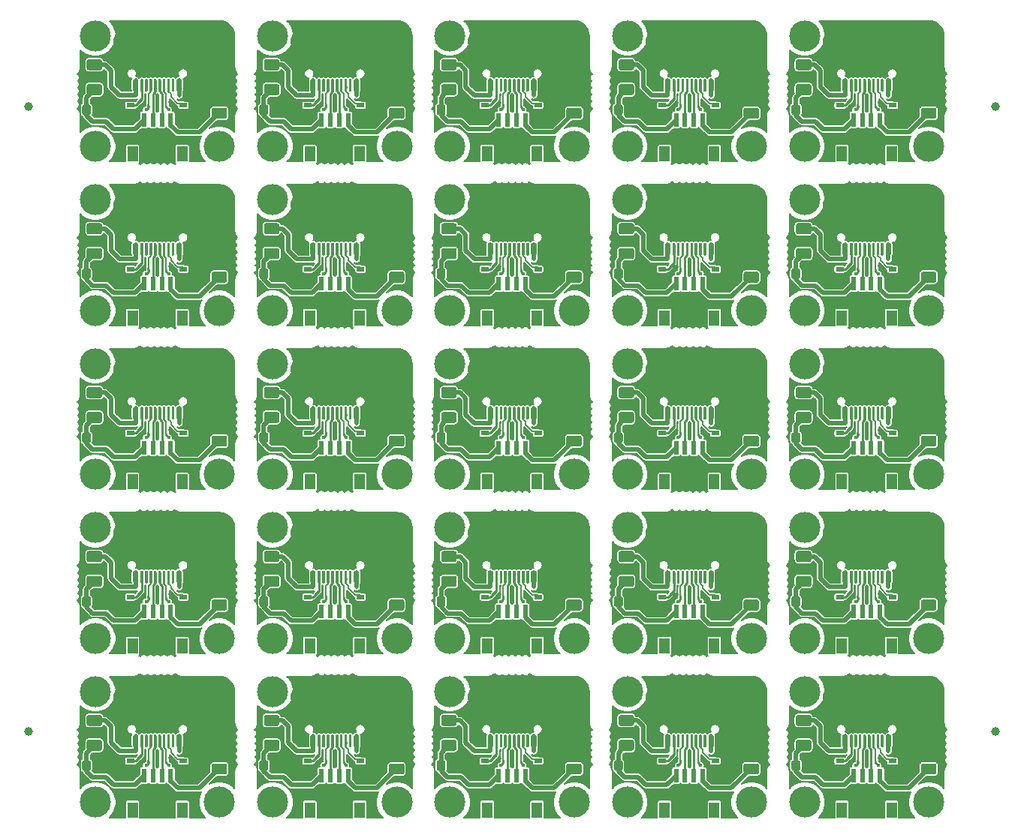
<source format=gtl>
G04 #@! TF.GenerationSoftware,KiCad,Pcbnew,(5.1.12)-1*
G04 #@! TF.CreationDate,2022-12-21T21:02:25+07:00*
G04 #@! TF.ProjectId,Unified-Daughterboard,556e6966-6965-4642-9d44-617567687465,C3*
G04 #@! TF.SameCoordinates,Original*
G04 #@! TF.FileFunction,Copper,L1,Top*
G04 #@! TF.FilePolarity,Positive*
%FSLAX46Y46*%
G04 Gerber Fmt 4.6, Leading zero omitted, Abs format (unit mm)*
G04 Created by KiCad (PCBNEW (5.1.12)-1) date 2022-12-21 21:02:25*
%MOMM*%
%LPD*%
G01*
G04 APERTURE LIST*
G04 #@! TA.AperFunction,ComponentPad*
%ADD10O,1.100000X2.200000*%
G04 #@! TD*
G04 #@! TA.AperFunction,ComponentPad*
%ADD11O,1.300000X1.900000*%
G04 #@! TD*
G04 #@! TA.AperFunction,SMDPad,CuDef*
%ADD12C,1.000000*%
G04 #@! TD*
G04 #@! TA.AperFunction,SMDPad,CuDef*
%ADD13R,0.250000X0.550000*%
G04 #@! TD*
G04 #@! TA.AperFunction,SMDPad,CuDef*
%ADD14R,0.300000X0.550000*%
G04 #@! TD*
G04 #@! TA.AperFunction,SMDPad,CuDef*
%ADD15R,0.900000X0.500000*%
G04 #@! TD*
G04 #@! TA.AperFunction,WasherPad*
%ADD16C,3.500001*%
G04 #@! TD*
G04 #@! TA.AperFunction,SMDPad,CuDef*
%ADD17R,0.600000X1.550000*%
G04 #@! TD*
G04 #@! TA.AperFunction,SMDPad,CuDef*
%ADD18R,1.200000X1.800000*%
G04 #@! TD*
G04 #@! TA.AperFunction,ComponentPad*
%ADD19C,3.500001*%
G04 #@! TD*
G04 #@! TA.AperFunction,ViaPad*
%ADD20C,0.450000*%
G04 #@! TD*
G04 #@! TA.AperFunction,ViaPad*
%ADD21C,0.508000*%
G04 #@! TD*
G04 #@! TA.AperFunction,Conductor*
%ADD22C,0.508000*%
G04 #@! TD*
G04 #@! TA.AperFunction,Conductor*
%ADD23C,0.254000*%
G04 #@! TD*
G04 #@! TA.AperFunction,Conductor*
%ADD24C,0.152400*%
G04 #@! TD*
G04 #@! TA.AperFunction,Conductor*
%ADD25C,0.100000*%
G04 #@! TD*
G04 APERTURE END LIST*
G04 #@! TA.AperFunction,SMDPad,CuDef*
G36*
G01*
X72852500Y-63543000D02*
X72852500Y-64693000D01*
G75*
G02*
X72702500Y-64843000I-150000J0D01*
G01*
X72402500Y-64843000D01*
G75*
G02*
X72252500Y-64693000I0J150000D01*
G01*
X72252500Y-63543000D01*
G75*
G02*
X72402500Y-63393000I150000J0D01*
G01*
X72702500Y-63393000D01*
G75*
G02*
X72852500Y-63543000I0J-150000D01*
G01*
G37*
G04 #@! TD.AperFunction*
G04 #@! TA.AperFunction,SMDPad,CuDef*
G36*
G01*
X72052500Y-63543000D02*
X72052500Y-64693000D01*
G75*
G02*
X71902500Y-64843000I-150000J0D01*
G01*
X71602500Y-64843000D01*
G75*
G02*
X71452500Y-64693000I0J150000D01*
G01*
X71452500Y-63543000D01*
G75*
G02*
X71602500Y-63393000I150000J0D01*
G01*
X71902500Y-63393000D01*
G75*
G02*
X72052500Y-63543000I0J-150000D01*
G01*
G37*
G04 #@! TD.AperFunction*
G04 #@! TA.AperFunction,SMDPad,CuDef*
G36*
G01*
X77752500Y-63543000D02*
X77752500Y-64693000D01*
G75*
G02*
X77602500Y-64843000I-150000J0D01*
G01*
X77302500Y-64843000D01*
G75*
G02*
X77152500Y-64693000I0J150000D01*
G01*
X77152500Y-63543000D01*
G75*
G02*
X77302500Y-63393000I150000J0D01*
G01*
X77602500Y-63393000D01*
G75*
G02*
X77752500Y-63543000I0J-150000D01*
G01*
G37*
G04 #@! TD.AperFunction*
D10*
X79302500Y-63343000D03*
G04 #@! TA.AperFunction,SMDPad,CuDef*
G36*
G01*
X74902500Y-63468000D02*
X74902500Y-64768000D01*
G75*
G02*
X74827500Y-64843000I-75000J0D01*
G01*
X74677500Y-64843000D01*
G75*
G02*
X74602500Y-64768000I0J75000D01*
G01*
X74602500Y-63468000D01*
G75*
G02*
X74677500Y-63393000I75000J0D01*
G01*
X74827500Y-63393000D01*
G75*
G02*
X74902500Y-63468000I0J-75000D01*
G01*
G37*
G04 #@! TD.AperFunction*
G04 #@! TA.AperFunction,SMDPad,CuDef*
G36*
G01*
X74402500Y-63468000D02*
X74402500Y-64768000D01*
G75*
G02*
X74327500Y-64843000I-75000J0D01*
G01*
X74177500Y-64843000D01*
G75*
G02*
X74102500Y-64768000I0J75000D01*
G01*
X74102500Y-63468000D01*
G75*
G02*
X74177500Y-63393000I75000J0D01*
G01*
X74327500Y-63393000D01*
G75*
G02*
X74402500Y-63468000I0J-75000D01*
G01*
G37*
G04 #@! TD.AperFunction*
G04 #@! TA.AperFunction,SMDPad,CuDef*
G36*
G01*
X73902500Y-63468000D02*
X73902500Y-64768000D01*
G75*
G02*
X73827500Y-64843000I-75000J0D01*
G01*
X73677500Y-64843000D01*
G75*
G02*
X73602500Y-64768000I0J75000D01*
G01*
X73602500Y-63468000D01*
G75*
G02*
X73677500Y-63393000I75000J0D01*
G01*
X73827500Y-63393000D01*
G75*
G02*
X73902500Y-63468000I0J-75000D01*
G01*
G37*
G04 #@! TD.AperFunction*
G04 #@! TA.AperFunction,SMDPad,CuDef*
G36*
G01*
X73402500Y-63468000D02*
X73402500Y-64768000D01*
G75*
G02*
X73327500Y-64843000I-75000J0D01*
G01*
X73177500Y-64843000D01*
G75*
G02*
X73102500Y-64768000I0J75000D01*
G01*
X73102500Y-63468000D01*
G75*
G02*
X73177500Y-63393000I75000J0D01*
G01*
X73327500Y-63393000D01*
G75*
G02*
X73402500Y-63468000I0J-75000D01*
G01*
G37*
G04 #@! TD.AperFunction*
G04 #@! TA.AperFunction,SMDPad,CuDef*
G36*
G01*
X75406500Y-63468000D02*
X75406500Y-64768000D01*
G75*
G02*
X75331500Y-64843000I-75000J0D01*
G01*
X75181500Y-64843000D01*
G75*
G02*
X75106500Y-64768000I0J75000D01*
G01*
X75106500Y-63468000D01*
G75*
G02*
X75181500Y-63393000I75000J0D01*
G01*
X75331500Y-63393000D01*
G75*
G02*
X75406500Y-63468000I0J-75000D01*
G01*
G37*
G04 #@! TD.AperFunction*
G04 #@! TA.AperFunction,SMDPad,CuDef*
G36*
G01*
X75902500Y-63468000D02*
X75902500Y-64768000D01*
G75*
G02*
X75827500Y-64843000I-75000J0D01*
G01*
X75677500Y-64843000D01*
G75*
G02*
X75602500Y-64768000I0J75000D01*
G01*
X75602500Y-63468000D01*
G75*
G02*
X75677500Y-63393000I75000J0D01*
G01*
X75827500Y-63393000D01*
G75*
G02*
X75902500Y-63468000I0J-75000D01*
G01*
G37*
G04 #@! TD.AperFunction*
G04 #@! TA.AperFunction,SMDPad,CuDef*
G36*
G01*
X76402500Y-63468000D02*
X76402500Y-64768000D01*
G75*
G02*
X76327500Y-64843000I-75000J0D01*
G01*
X76177500Y-64843000D01*
G75*
G02*
X76102500Y-64768000I0J75000D01*
G01*
X76102500Y-63468000D01*
G75*
G02*
X76177500Y-63393000I75000J0D01*
G01*
X76327500Y-63393000D01*
G75*
G02*
X76402500Y-63468000I0J-75000D01*
G01*
G37*
G04 #@! TD.AperFunction*
G04 #@! TA.AperFunction,SMDPad,CuDef*
G36*
G01*
X76902500Y-63468000D02*
X76902500Y-64768000D01*
G75*
G02*
X76827500Y-64843000I-75000J0D01*
G01*
X76677500Y-64843000D01*
G75*
G02*
X76602500Y-64768000I0J75000D01*
G01*
X76602500Y-63468000D01*
G75*
G02*
X76677500Y-63393000I75000J0D01*
G01*
X76827500Y-63393000D01*
G75*
G02*
X76902500Y-63468000I0J-75000D01*
G01*
G37*
G04 #@! TD.AperFunction*
G04 #@! TA.AperFunction,SMDPad,CuDef*
G36*
G01*
X78552500Y-63543000D02*
X78552500Y-64693000D01*
G75*
G02*
X78402500Y-64843000I-150000J0D01*
G01*
X78102500Y-64843000D01*
G75*
G02*
X77952500Y-64693000I0J150000D01*
G01*
X77952500Y-63543000D01*
G75*
G02*
X78102500Y-63393000I150000J0D01*
G01*
X78402500Y-63393000D01*
G75*
G02*
X78552500Y-63543000I0J-150000D01*
G01*
G37*
G04 #@! TD.AperFunction*
D11*
X79302500Y-59143000D03*
X70702500Y-59143000D03*
D10*
X70702500Y-63343000D03*
G04 #@! TA.AperFunction,SMDPad,CuDef*
G36*
G01*
X72852500Y-119043000D02*
X72852500Y-120193000D01*
G75*
G02*
X72702500Y-120343000I-150000J0D01*
G01*
X72402500Y-120343000D01*
G75*
G02*
X72252500Y-120193000I0J150000D01*
G01*
X72252500Y-119043000D01*
G75*
G02*
X72402500Y-118893000I150000J0D01*
G01*
X72702500Y-118893000D01*
G75*
G02*
X72852500Y-119043000I0J-150000D01*
G01*
G37*
G04 #@! TD.AperFunction*
G04 #@! TA.AperFunction,SMDPad,CuDef*
G36*
G01*
X72052500Y-119043000D02*
X72052500Y-120193000D01*
G75*
G02*
X71902500Y-120343000I-150000J0D01*
G01*
X71602500Y-120343000D01*
G75*
G02*
X71452500Y-120193000I0J150000D01*
G01*
X71452500Y-119043000D01*
G75*
G02*
X71602500Y-118893000I150000J0D01*
G01*
X71902500Y-118893000D01*
G75*
G02*
X72052500Y-119043000I0J-150000D01*
G01*
G37*
G04 #@! TD.AperFunction*
G04 #@! TA.AperFunction,SMDPad,CuDef*
G36*
G01*
X77752500Y-119043000D02*
X77752500Y-120193000D01*
G75*
G02*
X77602500Y-120343000I-150000J0D01*
G01*
X77302500Y-120343000D01*
G75*
G02*
X77152500Y-120193000I0J150000D01*
G01*
X77152500Y-119043000D01*
G75*
G02*
X77302500Y-118893000I150000J0D01*
G01*
X77602500Y-118893000D01*
G75*
G02*
X77752500Y-119043000I0J-150000D01*
G01*
G37*
G04 #@! TD.AperFunction*
X79302500Y-118843000D03*
G04 #@! TA.AperFunction,SMDPad,CuDef*
G36*
G01*
X74902500Y-118968000D02*
X74902500Y-120268000D01*
G75*
G02*
X74827500Y-120343000I-75000J0D01*
G01*
X74677500Y-120343000D01*
G75*
G02*
X74602500Y-120268000I0J75000D01*
G01*
X74602500Y-118968000D01*
G75*
G02*
X74677500Y-118893000I75000J0D01*
G01*
X74827500Y-118893000D01*
G75*
G02*
X74902500Y-118968000I0J-75000D01*
G01*
G37*
G04 #@! TD.AperFunction*
G04 #@! TA.AperFunction,SMDPad,CuDef*
G36*
G01*
X74402500Y-118968000D02*
X74402500Y-120268000D01*
G75*
G02*
X74327500Y-120343000I-75000J0D01*
G01*
X74177500Y-120343000D01*
G75*
G02*
X74102500Y-120268000I0J75000D01*
G01*
X74102500Y-118968000D01*
G75*
G02*
X74177500Y-118893000I75000J0D01*
G01*
X74327500Y-118893000D01*
G75*
G02*
X74402500Y-118968000I0J-75000D01*
G01*
G37*
G04 #@! TD.AperFunction*
G04 #@! TA.AperFunction,SMDPad,CuDef*
G36*
G01*
X73902500Y-118968000D02*
X73902500Y-120268000D01*
G75*
G02*
X73827500Y-120343000I-75000J0D01*
G01*
X73677500Y-120343000D01*
G75*
G02*
X73602500Y-120268000I0J75000D01*
G01*
X73602500Y-118968000D01*
G75*
G02*
X73677500Y-118893000I75000J0D01*
G01*
X73827500Y-118893000D01*
G75*
G02*
X73902500Y-118968000I0J-75000D01*
G01*
G37*
G04 #@! TD.AperFunction*
G04 #@! TA.AperFunction,SMDPad,CuDef*
G36*
G01*
X73402500Y-118968000D02*
X73402500Y-120268000D01*
G75*
G02*
X73327500Y-120343000I-75000J0D01*
G01*
X73177500Y-120343000D01*
G75*
G02*
X73102500Y-120268000I0J75000D01*
G01*
X73102500Y-118968000D01*
G75*
G02*
X73177500Y-118893000I75000J0D01*
G01*
X73327500Y-118893000D01*
G75*
G02*
X73402500Y-118968000I0J-75000D01*
G01*
G37*
G04 #@! TD.AperFunction*
G04 #@! TA.AperFunction,SMDPad,CuDef*
G36*
G01*
X75406500Y-118968000D02*
X75406500Y-120268000D01*
G75*
G02*
X75331500Y-120343000I-75000J0D01*
G01*
X75181500Y-120343000D01*
G75*
G02*
X75106500Y-120268000I0J75000D01*
G01*
X75106500Y-118968000D01*
G75*
G02*
X75181500Y-118893000I75000J0D01*
G01*
X75331500Y-118893000D01*
G75*
G02*
X75406500Y-118968000I0J-75000D01*
G01*
G37*
G04 #@! TD.AperFunction*
G04 #@! TA.AperFunction,SMDPad,CuDef*
G36*
G01*
X75902500Y-118968000D02*
X75902500Y-120268000D01*
G75*
G02*
X75827500Y-120343000I-75000J0D01*
G01*
X75677500Y-120343000D01*
G75*
G02*
X75602500Y-120268000I0J75000D01*
G01*
X75602500Y-118968000D01*
G75*
G02*
X75677500Y-118893000I75000J0D01*
G01*
X75827500Y-118893000D01*
G75*
G02*
X75902500Y-118968000I0J-75000D01*
G01*
G37*
G04 #@! TD.AperFunction*
G04 #@! TA.AperFunction,SMDPad,CuDef*
G36*
G01*
X76402500Y-118968000D02*
X76402500Y-120268000D01*
G75*
G02*
X76327500Y-120343000I-75000J0D01*
G01*
X76177500Y-120343000D01*
G75*
G02*
X76102500Y-120268000I0J75000D01*
G01*
X76102500Y-118968000D01*
G75*
G02*
X76177500Y-118893000I75000J0D01*
G01*
X76327500Y-118893000D01*
G75*
G02*
X76402500Y-118968000I0J-75000D01*
G01*
G37*
G04 #@! TD.AperFunction*
G04 #@! TA.AperFunction,SMDPad,CuDef*
G36*
G01*
X76902500Y-118968000D02*
X76902500Y-120268000D01*
G75*
G02*
X76827500Y-120343000I-75000J0D01*
G01*
X76677500Y-120343000D01*
G75*
G02*
X76602500Y-120268000I0J75000D01*
G01*
X76602500Y-118968000D01*
G75*
G02*
X76677500Y-118893000I75000J0D01*
G01*
X76827500Y-118893000D01*
G75*
G02*
X76902500Y-118968000I0J-75000D01*
G01*
G37*
G04 #@! TD.AperFunction*
G04 #@! TA.AperFunction,SMDPad,CuDef*
G36*
G01*
X78552500Y-119043000D02*
X78552500Y-120193000D01*
G75*
G02*
X78402500Y-120343000I-150000J0D01*
G01*
X78102500Y-120343000D01*
G75*
G02*
X77952500Y-120193000I0J150000D01*
G01*
X77952500Y-119043000D01*
G75*
G02*
X78102500Y-118893000I150000J0D01*
G01*
X78402500Y-118893000D01*
G75*
G02*
X78552500Y-119043000I0J-150000D01*
G01*
G37*
G04 #@! TD.AperFunction*
D11*
X79302500Y-114643000D03*
X70702500Y-114643000D03*
D10*
X70702500Y-118843000D03*
G04 #@! TA.AperFunction,SMDPad,CuDef*
G36*
G01*
X72852500Y-82043000D02*
X72852500Y-83193000D01*
G75*
G02*
X72702500Y-83343000I-150000J0D01*
G01*
X72402500Y-83343000D01*
G75*
G02*
X72252500Y-83193000I0J150000D01*
G01*
X72252500Y-82043000D01*
G75*
G02*
X72402500Y-81893000I150000J0D01*
G01*
X72702500Y-81893000D01*
G75*
G02*
X72852500Y-82043000I0J-150000D01*
G01*
G37*
G04 #@! TD.AperFunction*
G04 #@! TA.AperFunction,SMDPad,CuDef*
G36*
G01*
X72052500Y-82043000D02*
X72052500Y-83193000D01*
G75*
G02*
X71902500Y-83343000I-150000J0D01*
G01*
X71602500Y-83343000D01*
G75*
G02*
X71452500Y-83193000I0J150000D01*
G01*
X71452500Y-82043000D01*
G75*
G02*
X71602500Y-81893000I150000J0D01*
G01*
X71902500Y-81893000D01*
G75*
G02*
X72052500Y-82043000I0J-150000D01*
G01*
G37*
G04 #@! TD.AperFunction*
G04 #@! TA.AperFunction,SMDPad,CuDef*
G36*
G01*
X77752500Y-82043000D02*
X77752500Y-83193000D01*
G75*
G02*
X77602500Y-83343000I-150000J0D01*
G01*
X77302500Y-83343000D01*
G75*
G02*
X77152500Y-83193000I0J150000D01*
G01*
X77152500Y-82043000D01*
G75*
G02*
X77302500Y-81893000I150000J0D01*
G01*
X77602500Y-81893000D01*
G75*
G02*
X77752500Y-82043000I0J-150000D01*
G01*
G37*
G04 #@! TD.AperFunction*
X79302500Y-81843000D03*
G04 #@! TA.AperFunction,SMDPad,CuDef*
G36*
G01*
X74902500Y-81968000D02*
X74902500Y-83268000D01*
G75*
G02*
X74827500Y-83343000I-75000J0D01*
G01*
X74677500Y-83343000D01*
G75*
G02*
X74602500Y-83268000I0J75000D01*
G01*
X74602500Y-81968000D01*
G75*
G02*
X74677500Y-81893000I75000J0D01*
G01*
X74827500Y-81893000D01*
G75*
G02*
X74902500Y-81968000I0J-75000D01*
G01*
G37*
G04 #@! TD.AperFunction*
G04 #@! TA.AperFunction,SMDPad,CuDef*
G36*
G01*
X74402500Y-81968000D02*
X74402500Y-83268000D01*
G75*
G02*
X74327500Y-83343000I-75000J0D01*
G01*
X74177500Y-83343000D01*
G75*
G02*
X74102500Y-83268000I0J75000D01*
G01*
X74102500Y-81968000D01*
G75*
G02*
X74177500Y-81893000I75000J0D01*
G01*
X74327500Y-81893000D01*
G75*
G02*
X74402500Y-81968000I0J-75000D01*
G01*
G37*
G04 #@! TD.AperFunction*
G04 #@! TA.AperFunction,SMDPad,CuDef*
G36*
G01*
X73902500Y-81968000D02*
X73902500Y-83268000D01*
G75*
G02*
X73827500Y-83343000I-75000J0D01*
G01*
X73677500Y-83343000D01*
G75*
G02*
X73602500Y-83268000I0J75000D01*
G01*
X73602500Y-81968000D01*
G75*
G02*
X73677500Y-81893000I75000J0D01*
G01*
X73827500Y-81893000D01*
G75*
G02*
X73902500Y-81968000I0J-75000D01*
G01*
G37*
G04 #@! TD.AperFunction*
G04 #@! TA.AperFunction,SMDPad,CuDef*
G36*
G01*
X73402500Y-81968000D02*
X73402500Y-83268000D01*
G75*
G02*
X73327500Y-83343000I-75000J0D01*
G01*
X73177500Y-83343000D01*
G75*
G02*
X73102500Y-83268000I0J75000D01*
G01*
X73102500Y-81968000D01*
G75*
G02*
X73177500Y-81893000I75000J0D01*
G01*
X73327500Y-81893000D01*
G75*
G02*
X73402500Y-81968000I0J-75000D01*
G01*
G37*
G04 #@! TD.AperFunction*
G04 #@! TA.AperFunction,SMDPad,CuDef*
G36*
G01*
X75406500Y-81968000D02*
X75406500Y-83268000D01*
G75*
G02*
X75331500Y-83343000I-75000J0D01*
G01*
X75181500Y-83343000D01*
G75*
G02*
X75106500Y-83268000I0J75000D01*
G01*
X75106500Y-81968000D01*
G75*
G02*
X75181500Y-81893000I75000J0D01*
G01*
X75331500Y-81893000D01*
G75*
G02*
X75406500Y-81968000I0J-75000D01*
G01*
G37*
G04 #@! TD.AperFunction*
G04 #@! TA.AperFunction,SMDPad,CuDef*
G36*
G01*
X75902500Y-81968000D02*
X75902500Y-83268000D01*
G75*
G02*
X75827500Y-83343000I-75000J0D01*
G01*
X75677500Y-83343000D01*
G75*
G02*
X75602500Y-83268000I0J75000D01*
G01*
X75602500Y-81968000D01*
G75*
G02*
X75677500Y-81893000I75000J0D01*
G01*
X75827500Y-81893000D01*
G75*
G02*
X75902500Y-81968000I0J-75000D01*
G01*
G37*
G04 #@! TD.AperFunction*
G04 #@! TA.AperFunction,SMDPad,CuDef*
G36*
G01*
X76402500Y-81968000D02*
X76402500Y-83268000D01*
G75*
G02*
X76327500Y-83343000I-75000J0D01*
G01*
X76177500Y-83343000D01*
G75*
G02*
X76102500Y-83268000I0J75000D01*
G01*
X76102500Y-81968000D01*
G75*
G02*
X76177500Y-81893000I75000J0D01*
G01*
X76327500Y-81893000D01*
G75*
G02*
X76402500Y-81968000I0J-75000D01*
G01*
G37*
G04 #@! TD.AperFunction*
G04 #@! TA.AperFunction,SMDPad,CuDef*
G36*
G01*
X76902500Y-81968000D02*
X76902500Y-83268000D01*
G75*
G02*
X76827500Y-83343000I-75000J0D01*
G01*
X76677500Y-83343000D01*
G75*
G02*
X76602500Y-83268000I0J75000D01*
G01*
X76602500Y-81968000D01*
G75*
G02*
X76677500Y-81893000I75000J0D01*
G01*
X76827500Y-81893000D01*
G75*
G02*
X76902500Y-81968000I0J-75000D01*
G01*
G37*
G04 #@! TD.AperFunction*
G04 #@! TA.AperFunction,SMDPad,CuDef*
G36*
G01*
X78552500Y-82043000D02*
X78552500Y-83193000D01*
G75*
G02*
X78402500Y-83343000I-150000J0D01*
G01*
X78102500Y-83343000D01*
G75*
G02*
X77952500Y-83193000I0J150000D01*
G01*
X77952500Y-82043000D01*
G75*
G02*
X78102500Y-81893000I150000J0D01*
G01*
X78402500Y-81893000D01*
G75*
G02*
X78552500Y-82043000I0J-150000D01*
G01*
G37*
G04 #@! TD.AperFunction*
D11*
X79302500Y-77643000D03*
X70702500Y-77643000D03*
D10*
X70702500Y-81843000D03*
G04 #@! TA.AperFunction,SMDPad,CuDef*
G36*
G01*
X72852500Y-137543000D02*
X72852500Y-138693000D01*
G75*
G02*
X72702500Y-138843000I-150000J0D01*
G01*
X72402500Y-138843000D01*
G75*
G02*
X72252500Y-138693000I0J150000D01*
G01*
X72252500Y-137543000D01*
G75*
G02*
X72402500Y-137393000I150000J0D01*
G01*
X72702500Y-137393000D01*
G75*
G02*
X72852500Y-137543000I0J-150000D01*
G01*
G37*
G04 #@! TD.AperFunction*
G04 #@! TA.AperFunction,SMDPad,CuDef*
G36*
G01*
X72052500Y-137543000D02*
X72052500Y-138693000D01*
G75*
G02*
X71902500Y-138843000I-150000J0D01*
G01*
X71602500Y-138843000D01*
G75*
G02*
X71452500Y-138693000I0J150000D01*
G01*
X71452500Y-137543000D01*
G75*
G02*
X71602500Y-137393000I150000J0D01*
G01*
X71902500Y-137393000D01*
G75*
G02*
X72052500Y-137543000I0J-150000D01*
G01*
G37*
G04 #@! TD.AperFunction*
G04 #@! TA.AperFunction,SMDPad,CuDef*
G36*
G01*
X77752500Y-137543000D02*
X77752500Y-138693000D01*
G75*
G02*
X77602500Y-138843000I-150000J0D01*
G01*
X77302500Y-138843000D01*
G75*
G02*
X77152500Y-138693000I0J150000D01*
G01*
X77152500Y-137543000D01*
G75*
G02*
X77302500Y-137393000I150000J0D01*
G01*
X77602500Y-137393000D01*
G75*
G02*
X77752500Y-137543000I0J-150000D01*
G01*
G37*
G04 #@! TD.AperFunction*
X79302500Y-137343000D03*
G04 #@! TA.AperFunction,SMDPad,CuDef*
G36*
G01*
X74902500Y-137468000D02*
X74902500Y-138768000D01*
G75*
G02*
X74827500Y-138843000I-75000J0D01*
G01*
X74677500Y-138843000D01*
G75*
G02*
X74602500Y-138768000I0J75000D01*
G01*
X74602500Y-137468000D01*
G75*
G02*
X74677500Y-137393000I75000J0D01*
G01*
X74827500Y-137393000D01*
G75*
G02*
X74902500Y-137468000I0J-75000D01*
G01*
G37*
G04 #@! TD.AperFunction*
G04 #@! TA.AperFunction,SMDPad,CuDef*
G36*
G01*
X74402500Y-137468000D02*
X74402500Y-138768000D01*
G75*
G02*
X74327500Y-138843000I-75000J0D01*
G01*
X74177500Y-138843000D01*
G75*
G02*
X74102500Y-138768000I0J75000D01*
G01*
X74102500Y-137468000D01*
G75*
G02*
X74177500Y-137393000I75000J0D01*
G01*
X74327500Y-137393000D01*
G75*
G02*
X74402500Y-137468000I0J-75000D01*
G01*
G37*
G04 #@! TD.AperFunction*
G04 #@! TA.AperFunction,SMDPad,CuDef*
G36*
G01*
X73902500Y-137468000D02*
X73902500Y-138768000D01*
G75*
G02*
X73827500Y-138843000I-75000J0D01*
G01*
X73677500Y-138843000D01*
G75*
G02*
X73602500Y-138768000I0J75000D01*
G01*
X73602500Y-137468000D01*
G75*
G02*
X73677500Y-137393000I75000J0D01*
G01*
X73827500Y-137393000D01*
G75*
G02*
X73902500Y-137468000I0J-75000D01*
G01*
G37*
G04 #@! TD.AperFunction*
G04 #@! TA.AperFunction,SMDPad,CuDef*
G36*
G01*
X73402500Y-137468000D02*
X73402500Y-138768000D01*
G75*
G02*
X73327500Y-138843000I-75000J0D01*
G01*
X73177500Y-138843000D01*
G75*
G02*
X73102500Y-138768000I0J75000D01*
G01*
X73102500Y-137468000D01*
G75*
G02*
X73177500Y-137393000I75000J0D01*
G01*
X73327500Y-137393000D01*
G75*
G02*
X73402500Y-137468000I0J-75000D01*
G01*
G37*
G04 #@! TD.AperFunction*
G04 #@! TA.AperFunction,SMDPad,CuDef*
G36*
G01*
X75406500Y-137468000D02*
X75406500Y-138768000D01*
G75*
G02*
X75331500Y-138843000I-75000J0D01*
G01*
X75181500Y-138843000D01*
G75*
G02*
X75106500Y-138768000I0J75000D01*
G01*
X75106500Y-137468000D01*
G75*
G02*
X75181500Y-137393000I75000J0D01*
G01*
X75331500Y-137393000D01*
G75*
G02*
X75406500Y-137468000I0J-75000D01*
G01*
G37*
G04 #@! TD.AperFunction*
G04 #@! TA.AperFunction,SMDPad,CuDef*
G36*
G01*
X75902500Y-137468000D02*
X75902500Y-138768000D01*
G75*
G02*
X75827500Y-138843000I-75000J0D01*
G01*
X75677500Y-138843000D01*
G75*
G02*
X75602500Y-138768000I0J75000D01*
G01*
X75602500Y-137468000D01*
G75*
G02*
X75677500Y-137393000I75000J0D01*
G01*
X75827500Y-137393000D01*
G75*
G02*
X75902500Y-137468000I0J-75000D01*
G01*
G37*
G04 #@! TD.AperFunction*
G04 #@! TA.AperFunction,SMDPad,CuDef*
G36*
G01*
X76402500Y-137468000D02*
X76402500Y-138768000D01*
G75*
G02*
X76327500Y-138843000I-75000J0D01*
G01*
X76177500Y-138843000D01*
G75*
G02*
X76102500Y-138768000I0J75000D01*
G01*
X76102500Y-137468000D01*
G75*
G02*
X76177500Y-137393000I75000J0D01*
G01*
X76327500Y-137393000D01*
G75*
G02*
X76402500Y-137468000I0J-75000D01*
G01*
G37*
G04 #@! TD.AperFunction*
G04 #@! TA.AperFunction,SMDPad,CuDef*
G36*
G01*
X76902500Y-137468000D02*
X76902500Y-138768000D01*
G75*
G02*
X76827500Y-138843000I-75000J0D01*
G01*
X76677500Y-138843000D01*
G75*
G02*
X76602500Y-138768000I0J75000D01*
G01*
X76602500Y-137468000D01*
G75*
G02*
X76677500Y-137393000I75000J0D01*
G01*
X76827500Y-137393000D01*
G75*
G02*
X76902500Y-137468000I0J-75000D01*
G01*
G37*
G04 #@! TD.AperFunction*
G04 #@! TA.AperFunction,SMDPad,CuDef*
G36*
G01*
X78552500Y-137543000D02*
X78552500Y-138693000D01*
G75*
G02*
X78402500Y-138843000I-150000J0D01*
G01*
X78102500Y-138843000D01*
G75*
G02*
X77952500Y-138693000I0J150000D01*
G01*
X77952500Y-137543000D01*
G75*
G02*
X78102500Y-137393000I150000J0D01*
G01*
X78402500Y-137393000D01*
G75*
G02*
X78552500Y-137543000I0J-150000D01*
G01*
G37*
G04 #@! TD.AperFunction*
D11*
X79302500Y-133143000D03*
X70702500Y-133143000D03*
D10*
X70702500Y-137343000D03*
G04 #@! TA.AperFunction,SMDPad,CuDef*
G36*
G01*
X72852500Y-100543000D02*
X72852500Y-101693000D01*
G75*
G02*
X72702500Y-101843000I-150000J0D01*
G01*
X72402500Y-101843000D01*
G75*
G02*
X72252500Y-101693000I0J150000D01*
G01*
X72252500Y-100543000D01*
G75*
G02*
X72402500Y-100393000I150000J0D01*
G01*
X72702500Y-100393000D01*
G75*
G02*
X72852500Y-100543000I0J-150000D01*
G01*
G37*
G04 #@! TD.AperFunction*
G04 #@! TA.AperFunction,SMDPad,CuDef*
G36*
G01*
X72052500Y-100543000D02*
X72052500Y-101693000D01*
G75*
G02*
X71902500Y-101843000I-150000J0D01*
G01*
X71602500Y-101843000D01*
G75*
G02*
X71452500Y-101693000I0J150000D01*
G01*
X71452500Y-100543000D01*
G75*
G02*
X71602500Y-100393000I150000J0D01*
G01*
X71902500Y-100393000D01*
G75*
G02*
X72052500Y-100543000I0J-150000D01*
G01*
G37*
G04 #@! TD.AperFunction*
G04 #@! TA.AperFunction,SMDPad,CuDef*
G36*
G01*
X77752500Y-100543000D02*
X77752500Y-101693000D01*
G75*
G02*
X77602500Y-101843000I-150000J0D01*
G01*
X77302500Y-101843000D01*
G75*
G02*
X77152500Y-101693000I0J150000D01*
G01*
X77152500Y-100543000D01*
G75*
G02*
X77302500Y-100393000I150000J0D01*
G01*
X77602500Y-100393000D01*
G75*
G02*
X77752500Y-100543000I0J-150000D01*
G01*
G37*
G04 #@! TD.AperFunction*
X79302500Y-100343000D03*
G04 #@! TA.AperFunction,SMDPad,CuDef*
G36*
G01*
X74902500Y-100468000D02*
X74902500Y-101768000D01*
G75*
G02*
X74827500Y-101843000I-75000J0D01*
G01*
X74677500Y-101843000D01*
G75*
G02*
X74602500Y-101768000I0J75000D01*
G01*
X74602500Y-100468000D01*
G75*
G02*
X74677500Y-100393000I75000J0D01*
G01*
X74827500Y-100393000D01*
G75*
G02*
X74902500Y-100468000I0J-75000D01*
G01*
G37*
G04 #@! TD.AperFunction*
G04 #@! TA.AperFunction,SMDPad,CuDef*
G36*
G01*
X74402500Y-100468000D02*
X74402500Y-101768000D01*
G75*
G02*
X74327500Y-101843000I-75000J0D01*
G01*
X74177500Y-101843000D01*
G75*
G02*
X74102500Y-101768000I0J75000D01*
G01*
X74102500Y-100468000D01*
G75*
G02*
X74177500Y-100393000I75000J0D01*
G01*
X74327500Y-100393000D01*
G75*
G02*
X74402500Y-100468000I0J-75000D01*
G01*
G37*
G04 #@! TD.AperFunction*
G04 #@! TA.AperFunction,SMDPad,CuDef*
G36*
G01*
X73902500Y-100468000D02*
X73902500Y-101768000D01*
G75*
G02*
X73827500Y-101843000I-75000J0D01*
G01*
X73677500Y-101843000D01*
G75*
G02*
X73602500Y-101768000I0J75000D01*
G01*
X73602500Y-100468000D01*
G75*
G02*
X73677500Y-100393000I75000J0D01*
G01*
X73827500Y-100393000D01*
G75*
G02*
X73902500Y-100468000I0J-75000D01*
G01*
G37*
G04 #@! TD.AperFunction*
G04 #@! TA.AperFunction,SMDPad,CuDef*
G36*
G01*
X73402500Y-100468000D02*
X73402500Y-101768000D01*
G75*
G02*
X73327500Y-101843000I-75000J0D01*
G01*
X73177500Y-101843000D01*
G75*
G02*
X73102500Y-101768000I0J75000D01*
G01*
X73102500Y-100468000D01*
G75*
G02*
X73177500Y-100393000I75000J0D01*
G01*
X73327500Y-100393000D01*
G75*
G02*
X73402500Y-100468000I0J-75000D01*
G01*
G37*
G04 #@! TD.AperFunction*
G04 #@! TA.AperFunction,SMDPad,CuDef*
G36*
G01*
X75406500Y-100468000D02*
X75406500Y-101768000D01*
G75*
G02*
X75331500Y-101843000I-75000J0D01*
G01*
X75181500Y-101843000D01*
G75*
G02*
X75106500Y-101768000I0J75000D01*
G01*
X75106500Y-100468000D01*
G75*
G02*
X75181500Y-100393000I75000J0D01*
G01*
X75331500Y-100393000D01*
G75*
G02*
X75406500Y-100468000I0J-75000D01*
G01*
G37*
G04 #@! TD.AperFunction*
G04 #@! TA.AperFunction,SMDPad,CuDef*
G36*
G01*
X75902500Y-100468000D02*
X75902500Y-101768000D01*
G75*
G02*
X75827500Y-101843000I-75000J0D01*
G01*
X75677500Y-101843000D01*
G75*
G02*
X75602500Y-101768000I0J75000D01*
G01*
X75602500Y-100468000D01*
G75*
G02*
X75677500Y-100393000I75000J0D01*
G01*
X75827500Y-100393000D01*
G75*
G02*
X75902500Y-100468000I0J-75000D01*
G01*
G37*
G04 #@! TD.AperFunction*
G04 #@! TA.AperFunction,SMDPad,CuDef*
G36*
G01*
X76402500Y-100468000D02*
X76402500Y-101768000D01*
G75*
G02*
X76327500Y-101843000I-75000J0D01*
G01*
X76177500Y-101843000D01*
G75*
G02*
X76102500Y-101768000I0J75000D01*
G01*
X76102500Y-100468000D01*
G75*
G02*
X76177500Y-100393000I75000J0D01*
G01*
X76327500Y-100393000D01*
G75*
G02*
X76402500Y-100468000I0J-75000D01*
G01*
G37*
G04 #@! TD.AperFunction*
G04 #@! TA.AperFunction,SMDPad,CuDef*
G36*
G01*
X76902500Y-100468000D02*
X76902500Y-101768000D01*
G75*
G02*
X76827500Y-101843000I-75000J0D01*
G01*
X76677500Y-101843000D01*
G75*
G02*
X76602500Y-101768000I0J75000D01*
G01*
X76602500Y-100468000D01*
G75*
G02*
X76677500Y-100393000I75000J0D01*
G01*
X76827500Y-100393000D01*
G75*
G02*
X76902500Y-100468000I0J-75000D01*
G01*
G37*
G04 #@! TD.AperFunction*
G04 #@! TA.AperFunction,SMDPad,CuDef*
G36*
G01*
X78552500Y-100543000D02*
X78552500Y-101693000D01*
G75*
G02*
X78402500Y-101843000I-150000J0D01*
G01*
X78102500Y-101843000D01*
G75*
G02*
X77952500Y-101693000I0J150000D01*
G01*
X77952500Y-100543000D01*
G75*
G02*
X78102500Y-100393000I150000J0D01*
G01*
X78402500Y-100393000D01*
G75*
G02*
X78552500Y-100543000I0J-150000D01*
G01*
G37*
G04 #@! TD.AperFunction*
D11*
X79302500Y-96143000D03*
X70702500Y-96143000D03*
D10*
X70702500Y-100343000D03*
G04 #@! TA.AperFunction,SMDPad,CuDef*
G36*
G01*
X152852500Y-137543000D02*
X152852500Y-138693000D01*
G75*
G02*
X152702500Y-138843000I-150000J0D01*
G01*
X152402500Y-138843000D01*
G75*
G02*
X152252500Y-138693000I0J150000D01*
G01*
X152252500Y-137543000D01*
G75*
G02*
X152402500Y-137393000I150000J0D01*
G01*
X152702500Y-137393000D01*
G75*
G02*
X152852500Y-137543000I0J-150000D01*
G01*
G37*
G04 #@! TD.AperFunction*
G04 #@! TA.AperFunction,SMDPad,CuDef*
G36*
G01*
X152052500Y-137543000D02*
X152052500Y-138693000D01*
G75*
G02*
X151902500Y-138843000I-150000J0D01*
G01*
X151602500Y-138843000D01*
G75*
G02*
X151452500Y-138693000I0J150000D01*
G01*
X151452500Y-137543000D01*
G75*
G02*
X151602500Y-137393000I150000J0D01*
G01*
X151902500Y-137393000D01*
G75*
G02*
X152052500Y-137543000I0J-150000D01*
G01*
G37*
G04 #@! TD.AperFunction*
G04 #@! TA.AperFunction,SMDPad,CuDef*
G36*
G01*
X157752500Y-137543000D02*
X157752500Y-138693000D01*
G75*
G02*
X157602500Y-138843000I-150000J0D01*
G01*
X157302500Y-138843000D01*
G75*
G02*
X157152500Y-138693000I0J150000D01*
G01*
X157152500Y-137543000D01*
G75*
G02*
X157302500Y-137393000I150000J0D01*
G01*
X157602500Y-137393000D01*
G75*
G02*
X157752500Y-137543000I0J-150000D01*
G01*
G37*
G04 #@! TD.AperFunction*
X159302500Y-137343000D03*
G04 #@! TA.AperFunction,SMDPad,CuDef*
G36*
G01*
X154902500Y-137468000D02*
X154902500Y-138768000D01*
G75*
G02*
X154827500Y-138843000I-75000J0D01*
G01*
X154677500Y-138843000D01*
G75*
G02*
X154602500Y-138768000I0J75000D01*
G01*
X154602500Y-137468000D01*
G75*
G02*
X154677500Y-137393000I75000J0D01*
G01*
X154827500Y-137393000D01*
G75*
G02*
X154902500Y-137468000I0J-75000D01*
G01*
G37*
G04 #@! TD.AperFunction*
G04 #@! TA.AperFunction,SMDPad,CuDef*
G36*
G01*
X154402500Y-137468000D02*
X154402500Y-138768000D01*
G75*
G02*
X154327500Y-138843000I-75000J0D01*
G01*
X154177500Y-138843000D01*
G75*
G02*
X154102500Y-138768000I0J75000D01*
G01*
X154102500Y-137468000D01*
G75*
G02*
X154177500Y-137393000I75000J0D01*
G01*
X154327500Y-137393000D01*
G75*
G02*
X154402500Y-137468000I0J-75000D01*
G01*
G37*
G04 #@! TD.AperFunction*
G04 #@! TA.AperFunction,SMDPad,CuDef*
G36*
G01*
X153902500Y-137468000D02*
X153902500Y-138768000D01*
G75*
G02*
X153827500Y-138843000I-75000J0D01*
G01*
X153677500Y-138843000D01*
G75*
G02*
X153602500Y-138768000I0J75000D01*
G01*
X153602500Y-137468000D01*
G75*
G02*
X153677500Y-137393000I75000J0D01*
G01*
X153827500Y-137393000D01*
G75*
G02*
X153902500Y-137468000I0J-75000D01*
G01*
G37*
G04 #@! TD.AperFunction*
G04 #@! TA.AperFunction,SMDPad,CuDef*
G36*
G01*
X153402500Y-137468000D02*
X153402500Y-138768000D01*
G75*
G02*
X153327500Y-138843000I-75000J0D01*
G01*
X153177500Y-138843000D01*
G75*
G02*
X153102500Y-138768000I0J75000D01*
G01*
X153102500Y-137468000D01*
G75*
G02*
X153177500Y-137393000I75000J0D01*
G01*
X153327500Y-137393000D01*
G75*
G02*
X153402500Y-137468000I0J-75000D01*
G01*
G37*
G04 #@! TD.AperFunction*
G04 #@! TA.AperFunction,SMDPad,CuDef*
G36*
G01*
X155406500Y-137468000D02*
X155406500Y-138768000D01*
G75*
G02*
X155331500Y-138843000I-75000J0D01*
G01*
X155181500Y-138843000D01*
G75*
G02*
X155106500Y-138768000I0J75000D01*
G01*
X155106500Y-137468000D01*
G75*
G02*
X155181500Y-137393000I75000J0D01*
G01*
X155331500Y-137393000D01*
G75*
G02*
X155406500Y-137468000I0J-75000D01*
G01*
G37*
G04 #@! TD.AperFunction*
G04 #@! TA.AperFunction,SMDPad,CuDef*
G36*
G01*
X155902500Y-137468000D02*
X155902500Y-138768000D01*
G75*
G02*
X155827500Y-138843000I-75000J0D01*
G01*
X155677500Y-138843000D01*
G75*
G02*
X155602500Y-138768000I0J75000D01*
G01*
X155602500Y-137468000D01*
G75*
G02*
X155677500Y-137393000I75000J0D01*
G01*
X155827500Y-137393000D01*
G75*
G02*
X155902500Y-137468000I0J-75000D01*
G01*
G37*
G04 #@! TD.AperFunction*
G04 #@! TA.AperFunction,SMDPad,CuDef*
G36*
G01*
X156402500Y-137468000D02*
X156402500Y-138768000D01*
G75*
G02*
X156327500Y-138843000I-75000J0D01*
G01*
X156177500Y-138843000D01*
G75*
G02*
X156102500Y-138768000I0J75000D01*
G01*
X156102500Y-137468000D01*
G75*
G02*
X156177500Y-137393000I75000J0D01*
G01*
X156327500Y-137393000D01*
G75*
G02*
X156402500Y-137468000I0J-75000D01*
G01*
G37*
G04 #@! TD.AperFunction*
G04 #@! TA.AperFunction,SMDPad,CuDef*
G36*
G01*
X156902500Y-137468000D02*
X156902500Y-138768000D01*
G75*
G02*
X156827500Y-138843000I-75000J0D01*
G01*
X156677500Y-138843000D01*
G75*
G02*
X156602500Y-138768000I0J75000D01*
G01*
X156602500Y-137468000D01*
G75*
G02*
X156677500Y-137393000I75000J0D01*
G01*
X156827500Y-137393000D01*
G75*
G02*
X156902500Y-137468000I0J-75000D01*
G01*
G37*
G04 #@! TD.AperFunction*
G04 #@! TA.AperFunction,SMDPad,CuDef*
G36*
G01*
X158552500Y-137543000D02*
X158552500Y-138693000D01*
G75*
G02*
X158402500Y-138843000I-150000J0D01*
G01*
X158102500Y-138843000D01*
G75*
G02*
X157952500Y-138693000I0J150000D01*
G01*
X157952500Y-137543000D01*
G75*
G02*
X158102500Y-137393000I150000J0D01*
G01*
X158402500Y-137393000D01*
G75*
G02*
X158552500Y-137543000I0J-150000D01*
G01*
G37*
G04 #@! TD.AperFunction*
D11*
X159302500Y-133143000D03*
X150702500Y-133143000D03*
D10*
X150702500Y-137343000D03*
G04 #@! TA.AperFunction,SMDPad,CuDef*
G36*
G01*
X152852500Y-119043000D02*
X152852500Y-120193000D01*
G75*
G02*
X152702500Y-120343000I-150000J0D01*
G01*
X152402500Y-120343000D01*
G75*
G02*
X152252500Y-120193000I0J150000D01*
G01*
X152252500Y-119043000D01*
G75*
G02*
X152402500Y-118893000I150000J0D01*
G01*
X152702500Y-118893000D01*
G75*
G02*
X152852500Y-119043000I0J-150000D01*
G01*
G37*
G04 #@! TD.AperFunction*
G04 #@! TA.AperFunction,SMDPad,CuDef*
G36*
G01*
X152052500Y-119043000D02*
X152052500Y-120193000D01*
G75*
G02*
X151902500Y-120343000I-150000J0D01*
G01*
X151602500Y-120343000D01*
G75*
G02*
X151452500Y-120193000I0J150000D01*
G01*
X151452500Y-119043000D01*
G75*
G02*
X151602500Y-118893000I150000J0D01*
G01*
X151902500Y-118893000D01*
G75*
G02*
X152052500Y-119043000I0J-150000D01*
G01*
G37*
G04 #@! TD.AperFunction*
G04 #@! TA.AperFunction,SMDPad,CuDef*
G36*
G01*
X157752500Y-119043000D02*
X157752500Y-120193000D01*
G75*
G02*
X157602500Y-120343000I-150000J0D01*
G01*
X157302500Y-120343000D01*
G75*
G02*
X157152500Y-120193000I0J150000D01*
G01*
X157152500Y-119043000D01*
G75*
G02*
X157302500Y-118893000I150000J0D01*
G01*
X157602500Y-118893000D01*
G75*
G02*
X157752500Y-119043000I0J-150000D01*
G01*
G37*
G04 #@! TD.AperFunction*
X159302500Y-118843000D03*
G04 #@! TA.AperFunction,SMDPad,CuDef*
G36*
G01*
X154902500Y-118968000D02*
X154902500Y-120268000D01*
G75*
G02*
X154827500Y-120343000I-75000J0D01*
G01*
X154677500Y-120343000D01*
G75*
G02*
X154602500Y-120268000I0J75000D01*
G01*
X154602500Y-118968000D01*
G75*
G02*
X154677500Y-118893000I75000J0D01*
G01*
X154827500Y-118893000D01*
G75*
G02*
X154902500Y-118968000I0J-75000D01*
G01*
G37*
G04 #@! TD.AperFunction*
G04 #@! TA.AperFunction,SMDPad,CuDef*
G36*
G01*
X154402500Y-118968000D02*
X154402500Y-120268000D01*
G75*
G02*
X154327500Y-120343000I-75000J0D01*
G01*
X154177500Y-120343000D01*
G75*
G02*
X154102500Y-120268000I0J75000D01*
G01*
X154102500Y-118968000D01*
G75*
G02*
X154177500Y-118893000I75000J0D01*
G01*
X154327500Y-118893000D01*
G75*
G02*
X154402500Y-118968000I0J-75000D01*
G01*
G37*
G04 #@! TD.AperFunction*
G04 #@! TA.AperFunction,SMDPad,CuDef*
G36*
G01*
X153902500Y-118968000D02*
X153902500Y-120268000D01*
G75*
G02*
X153827500Y-120343000I-75000J0D01*
G01*
X153677500Y-120343000D01*
G75*
G02*
X153602500Y-120268000I0J75000D01*
G01*
X153602500Y-118968000D01*
G75*
G02*
X153677500Y-118893000I75000J0D01*
G01*
X153827500Y-118893000D01*
G75*
G02*
X153902500Y-118968000I0J-75000D01*
G01*
G37*
G04 #@! TD.AperFunction*
G04 #@! TA.AperFunction,SMDPad,CuDef*
G36*
G01*
X153402500Y-118968000D02*
X153402500Y-120268000D01*
G75*
G02*
X153327500Y-120343000I-75000J0D01*
G01*
X153177500Y-120343000D01*
G75*
G02*
X153102500Y-120268000I0J75000D01*
G01*
X153102500Y-118968000D01*
G75*
G02*
X153177500Y-118893000I75000J0D01*
G01*
X153327500Y-118893000D01*
G75*
G02*
X153402500Y-118968000I0J-75000D01*
G01*
G37*
G04 #@! TD.AperFunction*
G04 #@! TA.AperFunction,SMDPad,CuDef*
G36*
G01*
X155406500Y-118968000D02*
X155406500Y-120268000D01*
G75*
G02*
X155331500Y-120343000I-75000J0D01*
G01*
X155181500Y-120343000D01*
G75*
G02*
X155106500Y-120268000I0J75000D01*
G01*
X155106500Y-118968000D01*
G75*
G02*
X155181500Y-118893000I75000J0D01*
G01*
X155331500Y-118893000D01*
G75*
G02*
X155406500Y-118968000I0J-75000D01*
G01*
G37*
G04 #@! TD.AperFunction*
G04 #@! TA.AperFunction,SMDPad,CuDef*
G36*
G01*
X155902500Y-118968000D02*
X155902500Y-120268000D01*
G75*
G02*
X155827500Y-120343000I-75000J0D01*
G01*
X155677500Y-120343000D01*
G75*
G02*
X155602500Y-120268000I0J75000D01*
G01*
X155602500Y-118968000D01*
G75*
G02*
X155677500Y-118893000I75000J0D01*
G01*
X155827500Y-118893000D01*
G75*
G02*
X155902500Y-118968000I0J-75000D01*
G01*
G37*
G04 #@! TD.AperFunction*
G04 #@! TA.AperFunction,SMDPad,CuDef*
G36*
G01*
X156402500Y-118968000D02*
X156402500Y-120268000D01*
G75*
G02*
X156327500Y-120343000I-75000J0D01*
G01*
X156177500Y-120343000D01*
G75*
G02*
X156102500Y-120268000I0J75000D01*
G01*
X156102500Y-118968000D01*
G75*
G02*
X156177500Y-118893000I75000J0D01*
G01*
X156327500Y-118893000D01*
G75*
G02*
X156402500Y-118968000I0J-75000D01*
G01*
G37*
G04 #@! TD.AperFunction*
G04 #@! TA.AperFunction,SMDPad,CuDef*
G36*
G01*
X156902500Y-118968000D02*
X156902500Y-120268000D01*
G75*
G02*
X156827500Y-120343000I-75000J0D01*
G01*
X156677500Y-120343000D01*
G75*
G02*
X156602500Y-120268000I0J75000D01*
G01*
X156602500Y-118968000D01*
G75*
G02*
X156677500Y-118893000I75000J0D01*
G01*
X156827500Y-118893000D01*
G75*
G02*
X156902500Y-118968000I0J-75000D01*
G01*
G37*
G04 #@! TD.AperFunction*
G04 #@! TA.AperFunction,SMDPad,CuDef*
G36*
G01*
X158552500Y-119043000D02*
X158552500Y-120193000D01*
G75*
G02*
X158402500Y-120343000I-150000J0D01*
G01*
X158102500Y-120343000D01*
G75*
G02*
X157952500Y-120193000I0J150000D01*
G01*
X157952500Y-119043000D01*
G75*
G02*
X158102500Y-118893000I150000J0D01*
G01*
X158402500Y-118893000D01*
G75*
G02*
X158552500Y-119043000I0J-150000D01*
G01*
G37*
G04 #@! TD.AperFunction*
D11*
X159302500Y-114643000D03*
X150702500Y-114643000D03*
D10*
X150702500Y-118843000D03*
G04 #@! TA.AperFunction,SMDPad,CuDef*
G36*
G01*
X152852500Y-100543000D02*
X152852500Y-101693000D01*
G75*
G02*
X152702500Y-101843000I-150000J0D01*
G01*
X152402500Y-101843000D01*
G75*
G02*
X152252500Y-101693000I0J150000D01*
G01*
X152252500Y-100543000D01*
G75*
G02*
X152402500Y-100393000I150000J0D01*
G01*
X152702500Y-100393000D01*
G75*
G02*
X152852500Y-100543000I0J-150000D01*
G01*
G37*
G04 #@! TD.AperFunction*
G04 #@! TA.AperFunction,SMDPad,CuDef*
G36*
G01*
X152052500Y-100543000D02*
X152052500Y-101693000D01*
G75*
G02*
X151902500Y-101843000I-150000J0D01*
G01*
X151602500Y-101843000D01*
G75*
G02*
X151452500Y-101693000I0J150000D01*
G01*
X151452500Y-100543000D01*
G75*
G02*
X151602500Y-100393000I150000J0D01*
G01*
X151902500Y-100393000D01*
G75*
G02*
X152052500Y-100543000I0J-150000D01*
G01*
G37*
G04 #@! TD.AperFunction*
G04 #@! TA.AperFunction,SMDPad,CuDef*
G36*
G01*
X157752500Y-100543000D02*
X157752500Y-101693000D01*
G75*
G02*
X157602500Y-101843000I-150000J0D01*
G01*
X157302500Y-101843000D01*
G75*
G02*
X157152500Y-101693000I0J150000D01*
G01*
X157152500Y-100543000D01*
G75*
G02*
X157302500Y-100393000I150000J0D01*
G01*
X157602500Y-100393000D01*
G75*
G02*
X157752500Y-100543000I0J-150000D01*
G01*
G37*
G04 #@! TD.AperFunction*
X159302500Y-100343000D03*
G04 #@! TA.AperFunction,SMDPad,CuDef*
G36*
G01*
X154902500Y-100468000D02*
X154902500Y-101768000D01*
G75*
G02*
X154827500Y-101843000I-75000J0D01*
G01*
X154677500Y-101843000D01*
G75*
G02*
X154602500Y-101768000I0J75000D01*
G01*
X154602500Y-100468000D01*
G75*
G02*
X154677500Y-100393000I75000J0D01*
G01*
X154827500Y-100393000D01*
G75*
G02*
X154902500Y-100468000I0J-75000D01*
G01*
G37*
G04 #@! TD.AperFunction*
G04 #@! TA.AperFunction,SMDPad,CuDef*
G36*
G01*
X154402500Y-100468000D02*
X154402500Y-101768000D01*
G75*
G02*
X154327500Y-101843000I-75000J0D01*
G01*
X154177500Y-101843000D01*
G75*
G02*
X154102500Y-101768000I0J75000D01*
G01*
X154102500Y-100468000D01*
G75*
G02*
X154177500Y-100393000I75000J0D01*
G01*
X154327500Y-100393000D01*
G75*
G02*
X154402500Y-100468000I0J-75000D01*
G01*
G37*
G04 #@! TD.AperFunction*
G04 #@! TA.AperFunction,SMDPad,CuDef*
G36*
G01*
X153902500Y-100468000D02*
X153902500Y-101768000D01*
G75*
G02*
X153827500Y-101843000I-75000J0D01*
G01*
X153677500Y-101843000D01*
G75*
G02*
X153602500Y-101768000I0J75000D01*
G01*
X153602500Y-100468000D01*
G75*
G02*
X153677500Y-100393000I75000J0D01*
G01*
X153827500Y-100393000D01*
G75*
G02*
X153902500Y-100468000I0J-75000D01*
G01*
G37*
G04 #@! TD.AperFunction*
G04 #@! TA.AperFunction,SMDPad,CuDef*
G36*
G01*
X153402500Y-100468000D02*
X153402500Y-101768000D01*
G75*
G02*
X153327500Y-101843000I-75000J0D01*
G01*
X153177500Y-101843000D01*
G75*
G02*
X153102500Y-101768000I0J75000D01*
G01*
X153102500Y-100468000D01*
G75*
G02*
X153177500Y-100393000I75000J0D01*
G01*
X153327500Y-100393000D01*
G75*
G02*
X153402500Y-100468000I0J-75000D01*
G01*
G37*
G04 #@! TD.AperFunction*
G04 #@! TA.AperFunction,SMDPad,CuDef*
G36*
G01*
X155406500Y-100468000D02*
X155406500Y-101768000D01*
G75*
G02*
X155331500Y-101843000I-75000J0D01*
G01*
X155181500Y-101843000D01*
G75*
G02*
X155106500Y-101768000I0J75000D01*
G01*
X155106500Y-100468000D01*
G75*
G02*
X155181500Y-100393000I75000J0D01*
G01*
X155331500Y-100393000D01*
G75*
G02*
X155406500Y-100468000I0J-75000D01*
G01*
G37*
G04 #@! TD.AperFunction*
G04 #@! TA.AperFunction,SMDPad,CuDef*
G36*
G01*
X155902500Y-100468000D02*
X155902500Y-101768000D01*
G75*
G02*
X155827500Y-101843000I-75000J0D01*
G01*
X155677500Y-101843000D01*
G75*
G02*
X155602500Y-101768000I0J75000D01*
G01*
X155602500Y-100468000D01*
G75*
G02*
X155677500Y-100393000I75000J0D01*
G01*
X155827500Y-100393000D01*
G75*
G02*
X155902500Y-100468000I0J-75000D01*
G01*
G37*
G04 #@! TD.AperFunction*
G04 #@! TA.AperFunction,SMDPad,CuDef*
G36*
G01*
X156402500Y-100468000D02*
X156402500Y-101768000D01*
G75*
G02*
X156327500Y-101843000I-75000J0D01*
G01*
X156177500Y-101843000D01*
G75*
G02*
X156102500Y-101768000I0J75000D01*
G01*
X156102500Y-100468000D01*
G75*
G02*
X156177500Y-100393000I75000J0D01*
G01*
X156327500Y-100393000D01*
G75*
G02*
X156402500Y-100468000I0J-75000D01*
G01*
G37*
G04 #@! TD.AperFunction*
G04 #@! TA.AperFunction,SMDPad,CuDef*
G36*
G01*
X156902500Y-100468000D02*
X156902500Y-101768000D01*
G75*
G02*
X156827500Y-101843000I-75000J0D01*
G01*
X156677500Y-101843000D01*
G75*
G02*
X156602500Y-101768000I0J75000D01*
G01*
X156602500Y-100468000D01*
G75*
G02*
X156677500Y-100393000I75000J0D01*
G01*
X156827500Y-100393000D01*
G75*
G02*
X156902500Y-100468000I0J-75000D01*
G01*
G37*
G04 #@! TD.AperFunction*
G04 #@! TA.AperFunction,SMDPad,CuDef*
G36*
G01*
X158552500Y-100543000D02*
X158552500Y-101693000D01*
G75*
G02*
X158402500Y-101843000I-150000J0D01*
G01*
X158102500Y-101843000D01*
G75*
G02*
X157952500Y-101693000I0J150000D01*
G01*
X157952500Y-100543000D01*
G75*
G02*
X158102500Y-100393000I150000J0D01*
G01*
X158402500Y-100393000D01*
G75*
G02*
X158552500Y-100543000I0J-150000D01*
G01*
G37*
G04 #@! TD.AperFunction*
D11*
X159302500Y-96143000D03*
X150702500Y-96143000D03*
D10*
X150702500Y-100343000D03*
G04 #@! TA.AperFunction,SMDPad,CuDef*
G36*
G01*
X152852500Y-82043000D02*
X152852500Y-83193000D01*
G75*
G02*
X152702500Y-83343000I-150000J0D01*
G01*
X152402500Y-83343000D01*
G75*
G02*
X152252500Y-83193000I0J150000D01*
G01*
X152252500Y-82043000D01*
G75*
G02*
X152402500Y-81893000I150000J0D01*
G01*
X152702500Y-81893000D01*
G75*
G02*
X152852500Y-82043000I0J-150000D01*
G01*
G37*
G04 #@! TD.AperFunction*
G04 #@! TA.AperFunction,SMDPad,CuDef*
G36*
G01*
X152052500Y-82043000D02*
X152052500Y-83193000D01*
G75*
G02*
X151902500Y-83343000I-150000J0D01*
G01*
X151602500Y-83343000D01*
G75*
G02*
X151452500Y-83193000I0J150000D01*
G01*
X151452500Y-82043000D01*
G75*
G02*
X151602500Y-81893000I150000J0D01*
G01*
X151902500Y-81893000D01*
G75*
G02*
X152052500Y-82043000I0J-150000D01*
G01*
G37*
G04 #@! TD.AperFunction*
G04 #@! TA.AperFunction,SMDPad,CuDef*
G36*
G01*
X157752500Y-82043000D02*
X157752500Y-83193000D01*
G75*
G02*
X157602500Y-83343000I-150000J0D01*
G01*
X157302500Y-83343000D01*
G75*
G02*
X157152500Y-83193000I0J150000D01*
G01*
X157152500Y-82043000D01*
G75*
G02*
X157302500Y-81893000I150000J0D01*
G01*
X157602500Y-81893000D01*
G75*
G02*
X157752500Y-82043000I0J-150000D01*
G01*
G37*
G04 #@! TD.AperFunction*
X159302500Y-81843000D03*
G04 #@! TA.AperFunction,SMDPad,CuDef*
G36*
G01*
X154902500Y-81968000D02*
X154902500Y-83268000D01*
G75*
G02*
X154827500Y-83343000I-75000J0D01*
G01*
X154677500Y-83343000D01*
G75*
G02*
X154602500Y-83268000I0J75000D01*
G01*
X154602500Y-81968000D01*
G75*
G02*
X154677500Y-81893000I75000J0D01*
G01*
X154827500Y-81893000D01*
G75*
G02*
X154902500Y-81968000I0J-75000D01*
G01*
G37*
G04 #@! TD.AperFunction*
G04 #@! TA.AperFunction,SMDPad,CuDef*
G36*
G01*
X154402500Y-81968000D02*
X154402500Y-83268000D01*
G75*
G02*
X154327500Y-83343000I-75000J0D01*
G01*
X154177500Y-83343000D01*
G75*
G02*
X154102500Y-83268000I0J75000D01*
G01*
X154102500Y-81968000D01*
G75*
G02*
X154177500Y-81893000I75000J0D01*
G01*
X154327500Y-81893000D01*
G75*
G02*
X154402500Y-81968000I0J-75000D01*
G01*
G37*
G04 #@! TD.AperFunction*
G04 #@! TA.AperFunction,SMDPad,CuDef*
G36*
G01*
X153902500Y-81968000D02*
X153902500Y-83268000D01*
G75*
G02*
X153827500Y-83343000I-75000J0D01*
G01*
X153677500Y-83343000D01*
G75*
G02*
X153602500Y-83268000I0J75000D01*
G01*
X153602500Y-81968000D01*
G75*
G02*
X153677500Y-81893000I75000J0D01*
G01*
X153827500Y-81893000D01*
G75*
G02*
X153902500Y-81968000I0J-75000D01*
G01*
G37*
G04 #@! TD.AperFunction*
G04 #@! TA.AperFunction,SMDPad,CuDef*
G36*
G01*
X153402500Y-81968000D02*
X153402500Y-83268000D01*
G75*
G02*
X153327500Y-83343000I-75000J0D01*
G01*
X153177500Y-83343000D01*
G75*
G02*
X153102500Y-83268000I0J75000D01*
G01*
X153102500Y-81968000D01*
G75*
G02*
X153177500Y-81893000I75000J0D01*
G01*
X153327500Y-81893000D01*
G75*
G02*
X153402500Y-81968000I0J-75000D01*
G01*
G37*
G04 #@! TD.AperFunction*
G04 #@! TA.AperFunction,SMDPad,CuDef*
G36*
G01*
X155406500Y-81968000D02*
X155406500Y-83268000D01*
G75*
G02*
X155331500Y-83343000I-75000J0D01*
G01*
X155181500Y-83343000D01*
G75*
G02*
X155106500Y-83268000I0J75000D01*
G01*
X155106500Y-81968000D01*
G75*
G02*
X155181500Y-81893000I75000J0D01*
G01*
X155331500Y-81893000D01*
G75*
G02*
X155406500Y-81968000I0J-75000D01*
G01*
G37*
G04 #@! TD.AperFunction*
G04 #@! TA.AperFunction,SMDPad,CuDef*
G36*
G01*
X155902500Y-81968000D02*
X155902500Y-83268000D01*
G75*
G02*
X155827500Y-83343000I-75000J0D01*
G01*
X155677500Y-83343000D01*
G75*
G02*
X155602500Y-83268000I0J75000D01*
G01*
X155602500Y-81968000D01*
G75*
G02*
X155677500Y-81893000I75000J0D01*
G01*
X155827500Y-81893000D01*
G75*
G02*
X155902500Y-81968000I0J-75000D01*
G01*
G37*
G04 #@! TD.AperFunction*
G04 #@! TA.AperFunction,SMDPad,CuDef*
G36*
G01*
X156402500Y-81968000D02*
X156402500Y-83268000D01*
G75*
G02*
X156327500Y-83343000I-75000J0D01*
G01*
X156177500Y-83343000D01*
G75*
G02*
X156102500Y-83268000I0J75000D01*
G01*
X156102500Y-81968000D01*
G75*
G02*
X156177500Y-81893000I75000J0D01*
G01*
X156327500Y-81893000D01*
G75*
G02*
X156402500Y-81968000I0J-75000D01*
G01*
G37*
G04 #@! TD.AperFunction*
G04 #@! TA.AperFunction,SMDPad,CuDef*
G36*
G01*
X156902500Y-81968000D02*
X156902500Y-83268000D01*
G75*
G02*
X156827500Y-83343000I-75000J0D01*
G01*
X156677500Y-83343000D01*
G75*
G02*
X156602500Y-83268000I0J75000D01*
G01*
X156602500Y-81968000D01*
G75*
G02*
X156677500Y-81893000I75000J0D01*
G01*
X156827500Y-81893000D01*
G75*
G02*
X156902500Y-81968000I0J-75000D01*
G01*
G37*
G04 #@! TD.AperFunction*
G04 #@! TA.AperFunction,SMDPad,CuDef*
G36*
G01*
X158552500Y-82043000D02*
X158552500Y-83193000D01*
G75*
G02*
X158402500Y-83343000I-150000J0D01*
G01*
X158102500Y-83343000D01*
G75*
G02*
X157952500Y-83193000I0J150000D01*
G01*
X157952500Y-82043000D01*
G75*
G02*
X158102500Y-81893000I150000J0D01*
G01*
X158402500Y-81893000D01*
G75*
G02*
X158552500Y-82043000I0J-150000D01*
G01*
G37*
G04 #@! TD.AperFunction*
D11*
X159302500Y-77643000D03*
X150702500Y-77643000D03*
D10*
X150702500Y-81843000D03*
G04 #@! TA.AperFunction,SMDPad,CuDef*
G36*
G01*
X152852500Y-63543000D02*
X152852500Y-64693000D01*
G75*
G02*
X152702500Y-64843000I-150000J0D01*
G01*
X152402500Y-64843000D01*
G75*
G02*
X152252500Y-64693000I0J150000D01*
G01*
X152252500Y-63543000D01*
G75*
G02*
X152402500Y-63393000I150000J0D01*
G01*
X152702500Y-63393000D01*
G75*
G02*
X152852500Y-63543000I0J-150000D01*
G01*
G37*
G04 #@! TD.AperFunction*
G04 #@! TA.AperFunction,SMDPad,CuDef*
G36*
G01*
X152052500Y-63543000D02*
X152052500Y-64693000D01*
G75*
G02*
X151902500Y-64843000I-150000J0D01*
G01*
X151602500Y-64843000D01*
G75*
G02*
X151452500Y-64693000I0J150000D01*
G01*
X151452500Y-63543000D01*
G75*
G02*
X151602500Y-63393000I150000J0D01*
G01*
X151902500Y-63393000D01*
G75*
G02*
X152052500Y-63543000I0J-150000D01*
G01*
G37*
G04 #@! TD.AperFunction*
G04 #@! TA.AperFunction,SMDPad,CuDef*
G36*
G01*
X157752500Y-63543000D02*
X157752500Y-64693000D01*
G75*
G02*
X157602500Y-64843000I-150000J0D01*
G01*
X157302500Y-64843000D01*
G75*
G02*
X157152500Y-64693000I0J150000D01*
G01*
X157152500Y-63543000D01*
G75*
G02*
X157302500Y-63393000I150000J0D01*
G01*
X157602500Y-63393000D01*
G75*
G02*
X157752500Y-63543000I0J-150000D01*
G01*
G37*
G04 #@! TD.AperFunction*
X159302500Y-63343000D03*
G04 #@! TA.AperFunction,SMDPad,CuDef*
G36*
G01*
X154902500Y-63468000D02*
X154902500Y-64768000D01*
G75*
G02*
X154827500Y-64843000I-75000J0D01*
G01*
X154677500Y-64843000D01*
G75*
G02*
X154602500Y-64768000I0J75000D01*
G01*
X154602500Y-63468000D01*
G75*
G02*
X154677500Y-63393000I75000J0D01*
G01*
X154827500Y-63393000D01*
G75*
G02*
X154902500Y-63468000I0J-75000D01*
G01*
G37*
G04 #@! TD.AperFunction*
G04 #@! TA.AperFunction,SMDPad,CuDef*
G36*
G01*
X154402500Y-63468000D02*
X154402500Y-64768000D01*
G75*
G02*
X154327500Y-64843000I-75000J0D01*
G01*
X154177500Y-64843000D01*
G75*
G02*
X154102500Y-64768000I0J75000D01*
G01*
X154102500Y-63468000D01*
G75*
G02*
X154177500Y-63393000I75000J0D01*
G01*
X154327500Y-63393000D01*
G75*
G02*
X154402500Y-63468000I0J-75000D01*
G01*
G37*
G04 #@! TD.AperFunction*
G04 #@! TA.AperFunction,SMDPad,CuDef*
G36*
G01*
X153902500Y-63468000D02*
X153902500Y-64768000D01*
G75*
G02*
X153827500Y-64843000I-75000J0D01*
G01*
X153677500Y-64843000D01*
G75*
G02*
X153602500Y-64768000I0J75000D01*
G01*
X153602500Y-63468000D01*
G75*
G02*
X153677500Y-63393000I75000J0D01*
G01*
X153827500Y-63393000D01*
G75*
G02*
X153902500Y-63468000I0J-75000D01*
G01*
G37*
G04 #@! TD.AperFunction*
G04 #@! TA.AperFunction,SMDPad,CuDef*
G36*
G01*
X153402500Y-63468000D02*
X153402500Y-64768000D01*
G75*
G02*
X153327500Y-64843000I-75000J0D01*
G01*
X153177500Y-64843000D01*
G75*
G02*
X153102500Y-64768000I0J75000D01*
G01*
X153102500Y-63468000D01*
G75*
G02*
X153177500Y-63393000I75000J0D01*
G01*
X153327500Y-63393000D01*
G75*
G02*
X153402500Y-63468000I0J-75000D01*
G01*
G37*
G04 #@! TD.AperFunction*
G04 #@! TA.AperFunction,SMDPad,CuDef*
G36*
G01*
X155406500Y-63468000D02*
X155406500Y-64768000D01*
G75*
G02*
X155331500Y-64843000I-75000J0D01*
G01*
X155181500Y-64843000D01*
G75*
G02*
X155106500Y-64768000I0J75000D01*
G01*
X155106500Y-63468000D01*
G75*
G02*
X155181500Y-63393000I75000J0D01*
G01*
X155331500Y-63393000D01*
G75*
G02*
X155406500Y-63468000I0J-75000D01*
G01*
G37*
G04 #@! TD.AperFunction*
G04 #@! TA.AperFunction,SMDPad,CuDef*
G36*
G01*
X155902500Y-63468000D02*
X155902500Y-64768000D01*
G75*
G02*
X155827500Y-64843000I-75000J0D01*
G01*
X155677500Y-64843000D01*
G75*
G02*
X155602500Y-64768000I0J75000D01*
G01*
X155602500Y-63468000D01*
G75*
G02*
X155677500Y-63393000I75000J0D01*
G01*
X155827500Y-63393000D01*
G75*
G02*
X155902500Y-63468000I0J-75000D01*
G01*
G37*
G04 #@! TD.AperFunction*
G04 #@! TA.AperFunction,SMDPad,CuDef*
G36*
G01*
X156402500Y-63468000D02*
X156402500Y-64768000D01*
G75*
G02*
X156327500Y-64843000I-75000J0D01*
G01*
X156177500Y-64843000D01*
G75*
G02*
X156102500Y-64768000I0J75000D01*
G01*
X156102500Y-63468000D01*
G75*
G02*
X156177500Y-63393000I75000J0D01*
G01*
X156327500Y-63393000D01*
G75*
G02*
X156402500Y-63468000I0J-75000D01*
G01*
G37*
G04 #@! TD.AperFunction*
G04 #@! TA.AperFunction,SMDPad,CuDef*
G36*
G01*
X156902500Y-63468000D02*
X156902500Y-64768000D01*
G75*
G02*
X156827500Y-64843000I-75000J0D01*
G01*
X156677500Y-64843000D01*
G75*
G02*
X156602500Y-64768000I0J75000D01*
G01*
X156602500Y-63468000D01*
G75*
G02*
X156677500Y-63393000I75000J0D01*
G01*
X156827500Y-63393000D01*
G75*
G02*
X156902500Y-63468000I0J-75000D01*
G01*
G37*
G04 #@! TD.AperFunction*
G04 #@! TA.AperFunction,SMDPad,CuDef*
G36*
G01*
X158552500Y-63543000D02*
X158552500Y-64693000D01*
G75*
G02*
X158402500Y-64843000I-150000J0D01*
G01*
X158102500Y-64843000D01*
G75*
G02*
X157952500Y-64693000I0J150000D01*
G01*
X157952500Y-63543000D01*
G75*
G02*
X158102500Y-63393000I150000J0D01*
G01*
X158402500Y-63393000D01*
G75*
G02*
X158552500Y-63543000I0J-150000D01*
G01*
G37*
G04 #@! TD.AperFunction*
D11*
X159302500Y-59143000D03*
X150702500Y-59143000D03*
D10*
X150702500Y-63343000D03*
G04 #@! TA.AperFunction,SMDPad,CuDef*
G36*
G01*
X132852500Y-137543000D02*
X132852500Y-138693000D01*
G75*
G02*
X132702500Y-138843000I-150000J0D01*
G01*
X132402500Y-138843000D01*
G75*
G02*
X132252500Y-138693000I0J150000D01*
G01*
X132252500Y-137543000D01*
G75*
G02*
X132402500Y-137393000I150000J0D01*
G01*
X132702500Y-137393000D01*
G75*
G02*
X132852500Y-137543000I0J-150000D01*
G01*
G37*
G04 #@! TD.AperFunction*
G04 #@! TA.AperFunction,SMDPad,CuDef*
G36*
G01*
X132052500Y-137543000D02*
X132052500Y-138693000D01*
G75*
G02*
X131902500Y-138843000I-150000J0D01*
G01*
X131602500Y-138843000D01*
G75*
G02*
X131452500Y-138693000I0J150000D01*
G01*
X131452500Y-137543000D01*
G75*
G02*
X131602500Y-137393000I150000J0D01*
G01*
X131902500Y-137393000D01*
G75*
G02*
X132052500Y-137543000I0J-150000D01*
G01*
G37*
G04 #@! TD.AperFunction*
G04 #@! TA.AperFunction,SMDPad,CuDef*
G36*
G01*
X137752500Y-137543000D02*
X137752500Y-138693000D01*
G75*
G02*
X137602500Y-138843000I-150000J0D01*
G01*
X137302500Y-138843000D01*
G75*
G02*
X137152500Y-138693000I0J150000D01*
G01*
X137152500Y-137543000D01*
G75*
G02*
X137302500Y-137393000I150000J0D01*
G01*
X137602500Y-137393000D01*
G75*
G02*
X137752500Y-137543000I0J-150000D01*
G01*
G37*
G04 #@! TD.AperFunction*
X139302500Y-137343000D03*
G04 #@! TA.AperFunction,SMDPad,CuDef*
G36*
G01*
X134902500Y-137468000D02*
X134902500Y-138768000D01*
G75*
G02*
X134827500Y-138843000I-75000J0D01*
G01*
X134677500Y-138843000D01*
G75*
G02*
X134602500Y-138768000I0J75000D01*
G01*
X134602500Y-137468000D01*
G75*
G02*
X134677500Y-137393000I75000J0D01*
G01*
X134827500Y-137393000D01*
G75*
G02*
X134902500Y-137468000I0J-75000D01*
G01*
G37*
G04 #@! TD.AperFunction*
G04 #@! TA.AperFunction,SMDPad,CuDef*
G36*
G01*
X134402500Y-137468000D02*
X134402500Y-138768000D01*
G75*
G02*
X134327500Y-138843000I-75000J0D01*
G01*
X134177500Y-138843000D01*
G75*
G02*
X134102500Y-138768000I0J75000D01*
G01*
X134102500Y-137468000D01*
G75*
G02*
X134177500Y-137393000I75000J0D01*
G01*
X134327500Y-137393000D01*
G75*
G02*
X134402500Y-137468000I0J-75000D01*
G01*
G37*
G04 #@! TD.AperFunction*
G04 #@! TA.AperFunction,SMDPad,CuDef*
G36*
G01*
X133902500Y-137468000D02*
X133902500Y-138768000D01*
G75*
G02*
X133827500Y-138843000I-75000J0D01*
G01*
X133677500Y-138843000D01*
G75*
G02*
X133602500Y-138768000I0J75000D01*
G01*
X133602500Y-137468000D01*
G75*
G02*
X133677500Y-137393000I75000J0D01*
G01*
X133827500Y-137393000D01*
G75*
G02*
X133902500Y-137468000I0J-75000D01*
G01*
G37*
G04 #@! TD.AperFunction*
G04 #@! TA.AperFunction,SMDPad,CuDef*
G36*
G01*
X133402500Y-137468000D02*
X133402500Y-138768000D01*
G75*
G02*
X133327500Y-138843000I-75000J0D01*
G01*
X133177500Y-138843000D01*
G75*
G02*
X133102500Y-138768000I0J75000D01*
G01*
X133102500Y-137468000D01*
G75*
G02*
X133177500Y-137393000I75000J0D01*
G01*
X133327500Y-137393000D01*
G75*
G02*
X133402500Y-137468000I0J-75000D01*
G01*
G37*
G04 #@! TD.AperFunction*
G04 #@! TA.AperFunction,SMDPad,CuDef*
G36*
G01*
X135406500Y-137468000D02*
X135406500Y-138768000D01*
G75*
G02*
X135331500Y-138843000I-75000J0D01*
G01*
X135181500Y-138843000D01*
G75*
G02*
X135106500Y-138768000I0J75000D01*
G01*
X135106500Y-137468000D01*
G75*
G02*
X135181500Y-137393000I75000J0D01*
G01*
X135331500Y-137393000D01*
G75*
G02*
X135406500Y-137468000I0J-75000D01*
G01*
G37*
G04 #@! TD.AperFunction*
G04 #@! TA.AperFunction,SMDPad,CuDef*
G36*
G01*
X135902500Y-137468000D02*
X135902500Y-138768000D01*
G75*
G02*
X135827500Y-138843000I-75000J0D01*
G01*
X135677500Y-138843000D01*
G75*
G02*
X135602500Y-138768000I0J75000D01*
G01*
X135602500Y-137468000D01*
G75*
G02*
X135677500Y-137393000I75000J0D01*
G01*
X135827500Y-137393000D01*
G75*
G02*
X135902500Y-137468000I0J-75000D01*
G01*
G37*
G04 #@! TD.AperFunction*
G04 #@! TA.AperFunction,SMDPad,CuDef*
G36*
G01*
X136402500Y-137468000D02*
X136402500Y-138768000D01*
G75*
G02*
X136327500Y-138843000I-75000J0D01*
G01*
X136177500Y-138843000D01*
G75*
G02*
X136102500Y-138768000I0J75000D01*
G01*
X136102500Y-137468000D01*
G75*
G02*
X136177500Y-137393000I75000J0D01*
G01*
X136327500Y-137393000D01*
G75*
G02*
X136402500Y-137468000I0J-75000D01*
G01*
G37*
G04 #@! TD.AperFunction*
G04 #@! TA.AperFunction,SMDPad,CuDef*
G36*
G01*
X136902500Y-137468000D02*
X136902500Y-138768000D01*
G75*
G02*
X136827500Y-138843000I-75000J0D01*
G01*
X136677500Y-138843000D01*
G75*
G02*
X136602500Y-138768000I0J75000D01*
G01*
X136602500Y-137468000D01*
G75*
G02*
X136677500Y-137393000I75000J0D01*
G01*
X136827500Y-137393000D01*
G75*
G02*
X136902500Y-137468000I0J-75000D01*
G01*
G37*
G04 #@! TD.AperFunction*
G04 #@! TA.AperFunction,SMDPad,CuDef*
G36*
G01*
X138552500Y-137543000D02*
X138552500Y-138693000D01*
G75*
G02*
X138402500Y-138843000I-150000J0D01*
G01*
X138102500Y-138843000D01*
G75*
G02*
X137952500Y-138693000I0J150000D01*
G01*
X137952500Y-137543000D01*
G75*
G02*
X138102500Y-137393000I150000J0D01*
G01*
X138402500Y-137393000D01*
G75*
G02*
X138552500Y-137543000I0J-150000D01*
G01*
G37*
G04 #@! TD.AperFunction*
D11*
X139302500Y-133143000D03*
X130702500Y-133143000D03*
D10*
X130702500Y-137343000D03*
G04 #@! TA.AperFunction,SMDPad,CuDef*
G36*
G01*
X132852500Y-119043000D02*
X132852500Y-120193000D01*
G75*
G02*
X132702500Y-120343000I-150000J0D01*
G01*
X132402500Y-120343000D01*
G75*
G02*
X132252500Y-120193000I0J150000D01*
G01*
X132252500Y-119043000D01*
G75*
G02*
X132402500Y-118893000I150000J0D01*
G01*
X132702500Y-118893000D01*
G75*
G02*
X132852500Y-119043000I0J-150000D01*
G01*
G37*
G04 #@! TD.AperFunction*
G04 #@! TA.AperFunction,SMDPad,CuDef*
G36*
G01*
X132052500Y-119043000D02*
X132052500Y-120193000D01*
G75*
G02*
X131902500Y-120343000I-150000J0D01*
G01*
X131602500Y-120343000D01*
G75*
G02*
X131452500Y-120193000I0J150000D01*
G01*
X131452500Y-119043000D01*
G75*
G02*
X131602500Y-118893000I150000J0D01*
G01*
X131902500Y-118893000D01*
G75*
G02*
X132052500Y-119043000I0J-150000D01*
G01*
G37*
G04 #@! TD.AperFunction*
G04 #@! TA.AperFunction,SMDPad,CuDef*
G36*
G01*
X137752500Y-119043000D02*
X137752500Y-120193000D01*
G75*
G02*
X137602500Y-120343000I-150000J0D01*
G01*
X137302500Y-120343000D01*
G75*
G02*
X137152500Y-120193000I0J150000D01*
G01*
X137152500Y-119043000D01*
G75*
G02*
X137302500Y-118893000I150000J0D01*
G01*
X137602500Y-118893000D01*
G75*
G02*
X137752500Y-119043000I0J-150000D01*
G01*
G37*
G04 #@! TD.AperFunction*
X139302500Y-118843000D03*
G04 #@! TA.AperFunction,SMDPad,CuDef*
G36*
G01*
X134902500Y-118968000D02*
X134902500Y-120268000D01*
G75*
G02*
X134827500Y-120343000I-75000J0D01*
G01*
X134677500Y-120343000D01*
G75*
G02*
X134602500Y-120268000I0J75000D01*
G01*
X134602500Y-118968000D01*
G75*
G02*
X134677500Y-118893000I75000J0D01*
G01*
X134827500Y-118893000D01*
G75*
G02*
X134902500Y-118968000I0J-75000D01*
G01*
G37*
G04 #@! TD.AperFunction*
G04 #@! TA.AperFunction,SMDPad,CuDef*
G36*
G01*
X134402500Y-118968000D02*
X134402500Y-120268000D01*
G75*
G02*
X134327500Y-120343000I-75000J0D01*
G01*
X134177500Y-120343000D01*
G75*
G02*
X134102500Y-120268000I0J75000D01*
G01*
X134102500Y-118968000D01*
G75*
G02*
X134177500Y-118893000I75000J0D01*
G01*
X134327500Y-118893000D01*
G75*
G02*
X134402500Y-118968000I0J-75000D01*
G01*
G37*
G04 #@! TD.AperFunction*
G04 #@! TA.AperFunction,SMDPad,CuDef*
G36*
G01*
X133902500Y-118968000D02*
X133902500Y-120268000D01*
G75*
G02*
X133827500Y-120343000I-75000J0D01*
G01*
X133677500Y-120343000D01*
G75*
G02*
X133602500Y-120268000I0J75000D01*
G01*
X133602500Y-118968000D01*
G75*
G02*
X133677500Y-118893000I75000J0D01*
G01*
X133827500Y-118893000D01*
G75*
G02*
X133902500Y-118968000I0J-75000D01*
G01*
G37*
G04 #@! TD.AperFunction*
G04 #@! TA.AperFunction,SMDPad,CuDef*
G36*
G01*
X133402500Y-118968000D02*
X133402500Y-120268000D01*
G75*
G02*
X133327500Y-120343000I-75000J0D01*
G01*
X133177500Y-120343000D01*
G75*
G02*
X133102500Y-120268000I0J75000D01*
G01*
X133102500Y-118968000D01*
G75*
G02*
X133177500Y-118893000I75000J0D01*
G01*
X133327500Y-118893000D01*
G75*
G02*
X133402500Y-118968000I0J-75000D01*
G01*
G37*
G04 #@! TD.AperFunction*
G04 #@! TA.AperFunction,SMDPad,CuDef*
G36*
G01*
X135406500Y-118968000D02*
X135406500Y-120268000D01*
G75*
G02*
X135331500Y-120343000I-75000J0D01*
G01*
X135181500Y-120343000D01*
G75*
G02*
X135106500Y-120268000I0J75000D01*
G01*
X135106500Y-118968000D01*
G75*
G02*
X135181500Y-118893000I75000J0D01*
G01*
X135331500Y-118893000D01*
G75*
G02*
X135406500Y-118968000I0J-75000D01*
G01*
G37*
G04 #@! TD.AperFunction*
G04 #@! TA.AperFunction,SMDPad,CuDef*
G36*
G01*
X135902500Y-118968000D02*
X135902500Y-120268000D01*
G75*
G02*
X135827500Y-120343000I-75000J0D01*
G01*
X135677500Y-120343000D01*
G75*
G02*
X135602500Y-120268000I0J75000D01*
G01*
X135602500Y-118968000D01*
G75*
G02*
X135677500Y-118893000I75000J0D01*
G01*
X135827500Y-118893000D01*
G75*
G02*
X135902500Y-118968000I0J-75000D01*
G01*
G37*
G04 #@! TD.AperFunction*
G04 #@! TA.AperFunction,SMDPad,CuDef*
G36*
G01*
X136402500Y-118968000D02*
X136402500Y-120268000D01*
G75*
G02*
X136327500Y-120343000I-75000J0D01*
G01*
X136177500Y-120343000D01*
G75*
G02*
X136102500Y-120268000I0J75000D01*
G01*
X136102500Y-118968000D01*
G75*
G02*
X136177500Y-118893000I75000J0D01*
G01*
X136327500Y-118893000D01*
G75*
G02*
X136402500Y-118968000I0J-75000D01*
G01*
G37*
G04 #@! TD.AperFunction*
G04 #@! TA.AperFunction,SMDPad,CuDef*
G36*
G01*
X136902500Y-118968000D02*
X136902500Y-120268000D01*
G75*
G02*
X136827500Y-120343000I-75000J0D01*
G01*
X136677500Y-120343000D01*
G75*
G02*
X136602500Y-120268000I0J75000D01*
G01*
X136602500Y-118968000D01*
G75*
G02*
X136677500Y-118893000I75000J0D01*
G01*
X136827500Y-118893000D01*
G75*
G02*
X136902500Y-118968000I0J-75000D01*
G01*
G37*
G04 #@! TD.AperFunction*
G04 #@! TA.AperFunction,SMDPad,CuDef*
G36*
G01*
X138552500Y-119043000D02*
X138552500Y-120193000D01*
G75*
G02*
X138402500Y-120343000I-150000J0D01*
G01*
X138102500Y-120343000D01*
G75*
G02*
X137952500Y-120193000I0J150000D01*
G01*
X137952500Y-119043000D01*
G75*
G02*
X138102500Y-118893000I150000J0D01*
G01*
X138402500Y-118893000D01*
G75*
G02*
X138552500Y-119043000I0J-150000D01*
G01*
G37*
G04 #@! TD.AperFunction*
D11*
X139302500Y-114643000D03*
X130702500Y-114643000D03*
D10*
X130702500Y-118843000D03*
G04 #@! TA.AperFunction,SMDPad,CuDef*
G36*
G01*
X132852500Y-100543000D02*
X132852500Y-101693000D01*
G75*
G02*
X132702500Y-101843000I-150000J0D01*
G01*
X132402500Y-101843000D01*
G75*
G02*
X132252500Y-101693000I0J150000D01*
G01*
X132252500Y-100543000D01*
G75*
G02*
X132402500Y-100393000I150000J0D01*
G01*
X132702500Y-100393000D01*
G75*
G02*
X132852500Y-100543000I0J-150000D01*
G01*
G37*
G04 #@! TD.AperFunction*
G04 #@! TA.AperFunction,SMDPad,CuDef*
G36*
G01*
X132052500Y-100543000D02*
X132052500Y-101693000D01*
G75*
G02*
X131902500Y-101843000I-150000J0D01*
G01*
X131602500Y-101843000D01*
G75*
G02*
X131452500Y-101693000I0J150000D01*
G01*
X131452500Y-100543000D01*
G75*
G02*
X131602500Y-100393000I150000J0D01*
G01*
X131902500Y-100393000D01*
G75*
G02*
X132052500Y-100543000I0J-150000D01*
G01*
G37*
G04 #@! TD.AperFunction*
G04 #@! TA.AperFunction,SMDPad,CuDef*
G36*
G01*
X137752500Y-100543000D02*
X137752500Y-101693000D01*
G75*
G02*
X137602500Y-101843000I-150000J0D01*
G01*
X137302500Y-101843000D01*
G75*
G02*
X137152500Y-101693000I0J150000D01*
G01*
X137152500Y-100543000D01*
G75*
G02*
X137302500Y-100393000I150000J0D01*
G01*
X137602500Y-100393000D01*
G75*
G02*
X137752500Y-100543000I0J-150000D01*
G01*
G37*
G04 #@! TD.AperFunction*
X139302500Y-100343000D03*
G04 #@! TA.AperFunction,SMDPad,CuDef*
G36*
G01*
X134902500Y-100468000D02*
X134902500Y-101768000D01*
G75*
G02*
X134827500Y-101843000I-75000J0D01*
G01*
X134677500Y-101843000D01*
G75*
G02*
X134602500Y-101768000I0J75000D01*
G01*
X134602500Y-100468000D01*
G75*
G02*
X134677500Y-100393000I75000J0D01*
G01*
X134827500Y-100393000D01*
G75*
G02*
X134902500Y-100468000I0J-75000D01*
G01*
G37*
G04 #@! TD.AperFunction*
G04 #@! TA.AperFunction,SMDPad,CuDef*
G36*
G01*
X134402500Y-100468000D02*
X134402500Y-101768000D01*
G75*
G02*
X134327500Y-101843000I-75000J0D01*
G01*
X134177500Y-101843000D01*
G75*
G02*
X134102500Y-101768000I0J75000D01*
G01*
X134102500Y-100468000D01*
G75*
G02*
X134177500Y-100393000I75000J0D01*
G01*
X134327500Y-100393000D01*
G75*
G02*
X134402500Y-100468000I0J-75000D01*
G01*
G37*
G04 #@! TD.AperFunction*
G04 #@! TA.AperFunction,SMDPad,CuDef*
G36*
G01*
X133902500Y-100468000D02*
X133902500Y-101768000D01*
G75*
G02*
X133827500Y-101843000I-75000J0D01*
G01*
X133677500Y-101843000D01*
G75*
G02*
X133602500Y-101768000I0J75000D01*
G01*
X133602500Y-100468000D01*
G75*
G02*
X133677500Y-100393000I75000J0D01*
G01*
X133827500Y-100393000D01*
G75*
G02*
X133902500Y-100468000I0J-75000D01*
G01*
G37*
G04 #@! TD.AperFunction*
G04 #@! TA.AperFunction,SMDPad,CuDef*
G36*
G01*
X133402500Y-100468000D02*
X133402500Y-101768000D01*
G75*
G02*
X133327500Y-101843000I-75000J0D01*
G01*
X133177500Y-101843000D01*
G75*
G02*
X133102500Y-101768000I0J75000D01*
G01*
X133102500Y-100468000D01*
G75*
G02*
X133177500Y-100393000I75000J0D01*
G01*
X133327500Y-100393000D01*
G75*
G02*
X133402500Y-100468000I0J-75000D01*
G01*
G37*
G04 #@! TD.AperFunction*
G04 #@! TA.AperFunction,SMDPad,CuDef*
G36*
G01*
X135406500Y-100468000D02*
X135406500Y-101768000D01*
G75*
G02*
X135331500Y-101843000I-75000J0D01*
G01*
X135181500Y-101843000D01*
G75*
G02*
X135106500Y-101768000I0J75000D01*
G01*
X135106500Y-100468000D01*
G75*
G02*
X135181500Y-100393000I75000J0D01*
G01*
X135331500Y-100393000D01*
G75*
G02*
X135406500Y-100468000I0J-75000D01*
G01*
G37*
G04 #@! TD.AperFunction*
G04 #@! TA.AperFunction,SMDPad,CuDef*
G36*
G01*
X135902500Y-100468000D02*
X135902500Y-101768000D01*
G75*
G02*
X135827500Y-101843000I-75000J0D01*
G01*
X135677500Y-101843000D01*
G75*
G02*
X135602500Y-101768000I0J75000D01*
G01*
X135602500Y-100468000D01*
G75*
G02*
X135677500Y-100393000I75000J0D01*
G01*
X135827500Y-100393000D01*
G75*
G02*
X135902500Y-100468000I0J-75000D01*
G01*
G37*
G04 #@! TD.AperFunction*
G04 #@! TA.AperFunction,SMDPad,CuDef*
G36*
G01*
X136402500Y-100468000D02*
X136402500Y-101768000D01*
G75*
G02*
X136327500Y-101843000I-75000J0D01*
G01*
X136177500Y-101843000D01*
G75*
G02*
X136102500Y-101768000I0J75000D01*
G01*
X136102500Y-100468000D01*
G75*
G02*
X136177500Y-100393000I75000J0D01*
G01*
X136327500Y-100393000D01*
G75*
G02*
X136402500Y-100468000I0J-75000D01*
G01*
G37*
G04 #@! TD.AperFunction*
G04 #@! TA.AperFunction,SMDPad,CuDef*
G36*
G01*
X136902500Y-100468000D02*
X136902500Y-101768000D01*
G75*
G02*
X136827500Y-101843000I-75000J0D01*
G01*
X136677500Y-101843000D01*
G75*
G02*
X136602500Y-101768000I0J75000D01*
G01*
X136602500Y-100468000D01*
G75*
G02*
X136677500Y-100393000I75000J0D01*
G01*
X136827500Y-100393000D01*
G75*
G02*
X136902500Y-100468000I0J-75000D01*
G01*
G37*
G04 #@! TD.AperFunction*
G04 #@! TA.AperFunction,SMDPad,CuDef*
G36*
G01*
X138552500Y-100543000D02*
X138552500Y-101693000D01*
G75*
G02*
X138402500Y-101843000I-150000J0D01*
G01*
X138102500Y-101843000D01*
G75*
G02*
X137952500Y-101693000I0J150000D01*
G01*
X137952500Y-100543000D01*
G75*
G02*
X138102500Y-100393000I150000J0D01*
G01*
X138402500Y-100393000D01*
G75*
G02*
X138552500Y-100543000I0J-150000D01*
G01*
G37*
G04 #@! TD.AperFunction*
D11*
X139302500Y-96143000D03*
X130702500Y-96143000D03*
D10*
X130702500Y-100343000D03*
G04 #@! TA.AperFunction,SMDPad,CuDef*
G36*
G01*
X132852500Y-82043000D02*
X132852500Y-83193000D01*
G75*
G02*
X132702500Y-83343000I-150000J0D01*
G01*
X132402500Y-83343000D01*
G75*
G02*
X132252500Y-83193000I0J150000D01*
G01*
X132252500Y-82043000D01*
G75*
G02*
X132402500Y-81893000I150000J0D01*
G01*
X132702500Y-81893000D01*
G75*
G02*
X132852500Y-82043000I0J-150000D01*
G01*
G37*
G04 #@! TD.AperFunction*
G04 #@! TA.AperFunction,SMDPad,CuDef*
G36*
G01*
X132052500Y-82043000D02*
X132052500Y-83193000D01*
G75*
G02*
X131902500Y-83343000I-150000J0D01*
G01*
X131602500Y-83343000D01*
G75*
G02*
X131452500Y-83193000I0J150000D01*
G01*
X131452500Y-82043000D01*
G75*
G02*
X131602500Y-81893000I150000J0D01*
G01*
X131902500Y-81893000D01*
G75*
G02*
X132052500Y-82043000I0J-150000D01*
G01*
G37*
G04 #@! TD.AperFunction*
G04 #@! TA.AperFunction,SMDPad,CuDef*
G36*
G01*
X137752500Y-82043000D02*
X137752500Y-83193000D01*
G75*
G02*
X137602500Y-83343000I-150000J0D01*
G01*
X137302500Y-83343000D01*
G75*
G02*
X137152500Y-83193000I0J150000D01*
G01*
X137152500Y-82043000D01*
G75*
G02*
X137302500Y-81893000I150000J0D01*
G01*
X137602500Y-81893000D01*
G75*
G02*
X137752500Y-82043000I0J-150000D01*
G01*
G37*
G04 #@! TD.AperFunction*
X139302500Y-81843000D03*
G04 #@! TA.AperFunction,SMDPad,CuDef*
G36*
G01*
X134902500Y-81968000D02*
X134902500Y-83268000D01*
G75*
G02*
X134827500Y-83343000I-75000J0D01*
G01*
X134677500Y-83343000D01*
G75*
G02*
X134602500Y-83268000I0J75000D01*
G01*
X134602500Y-81968000D01*
G75*
G02*
X134677500Y-81893000I75000J0D01*
G01*
X134827500Y-81893000D01*
G75*
G02*
X134902500Y-81968000I0J-75000D01*
G01*
G37*
G04 #@! TD.AperFunction*
G04 #@! TA.AperFunction,SMDPad,CuDef*
G36*
G01*
X134402500Y-81968000D02*
X134402500Y-83268000D01*
G75*
G02*
X134327500Y-83343000I-75000J0D01*
G01*
X134177500Y-83343000D01*
G75*
G02*
X134102500Y-83268000I0J75000D01*
G01*
X134102500Y-81968000D01*
G75*
G02*
X134177500Y-81893000I75000J0D01*
G01*
X134327500Y-81893000D01*
G75*
G02*
X134402500Y-81968000I0J-75000D01*
G01*
G37*
G04 #@! TD.AperFunction*
G04 #@! TA.AperFunction,SMDPad,CuDef*
G36*
G01*
X133902500Y-81968000D02*
X133902500Y-83268000D01*
G75*
G02*
X133827500Y-83343000I-75000J0D01*
G01*
X133677500Y-83343000D01*
G75*
G02*
X133602500Y-83268000I0J75000D01*
G01*
X133602500Y-81968000D01*
G75*
G02*
X133677500Y-81893000I75000J0D01*
G01*
X133827500Y-81893000D01*
G75*
G02*
X133902500Y-81968000I0J-75000D01*
G01*
G37*
G04 #@! TD.AperFunction*
G04 #@! TA.AperFunction,SMDPad,CuDef*
G36*
G01*
X133402500Y-81968000D02*
X133402500Y-83268000D01*
G75*
G02*
X133327500Y-83343000I-75000J0D01*
G01*
X133177500Y-83343000D01*
G75*
G02*
X133102500Y-83268000I0J75000D01*
G01*
X133102500Y-81968000D01*
G75*
G02*
X133177500Y-81893000I75000J0D01*
G01*
X133327500Y-81893000D01*
G75*
G02*
X133402500Y-81968000I0J-75000D01*
G01*
G37*
G04 #@! TD.AperFunction*
G04 #@! TA.AperFunction,SMDPad,CuDef*
G36*
G01*
X135406500Y-81968000D02*
X135406500Y-83268000D01*
G75*
G02*
X135331500Y-83343000I-75000J0D01*
G01*
X135181500Y-83343000D01*
G75*
G02*
X135106500Y-83268000I0J75000D01*
G01*
X135106500Y-81968000D01*
G75*
G02*
X135181500Y-81893000I75000J0D01*
G01*
X135331500Y-81893000D01*
G75*
G02*
X135406500Y-81968000I0J-75000D01*
G01*
G37*
G04 #@! TD.AperFunction*
G04 #@! TA.AperFunction,SMDPad,CuDef*
G36*
G01*
X135902500Y-81968000D02*
X135902500Y-83268000D01*
G75*
G02*
X135827500Y-83343000I-75000J0D01*
G01*
X135677500Y-83343000D01*
G75*
G02*
X135602500Y-83268000I0J75000D01*
G01*
X135602500Y-81968000D01*
G75*
G02*
X135677500Y-81893000I75000J0D01*
G01*
X135827500Y-81893000D01*
G75*
G02*
X135902500Y-81968000I0J-75000D01*
G01*
G37*
G04 #@! TD.AperFunction*
G04 #@! TA.AperFunction,SMDPad,CuDef*
G36*
G01*
X136402500Y-81968000D02*
X136402500Y-83268000D01*
G75*
G02*
X136327500Y-83343000I-75000J0D01*
G01*
X136177500Y-83343000D01*
G75*
G02*
X136102500Y-83268000I0J75000D01*
G01*
X136102500Y-81968000D01*
G75*
G02*
X136177500Y-81893000I75000J0D01*
G01*
X136327500Y-81893000D01*
G75*
G02*
X136402500Y-81968000I0J-75000D01*
G01*
G37*
G04 #@! TD.AperFunction*
G04 #@! TA.AperFunction,SMDPad,CuDef*
G36*
G01*
X136902500Y-81968000D02*
X136902500Y-83268000D01*
G75*
G02*
X136827500Y-83343000I-75000J0D01*
G01*
X136677500Y-83343000D01*
G75*
G02*
X136602500Y-83268000I0J75000D01*
G01*
X136602500Y-81968000D01*
G75*
G02*
X136677500Y-81893000I75000J0D01*
G01*
X136827500Y-81893000D01*
G75*
G02*
X136902500Y-81968000I0J-75000D01*
G01*
G37*
G04 #@! TD.AperFunction*
G04 #@! TA.AperFunction,SMDPad,CuDef*
G36*
G01*
X138552500Y-82043000D02*
X138552500Y-83193000D01*
G75*
G02*
X138402500Y-83343000I-150000J0D01*
G01*
X138102500Y-83343000D01*
G75*
G02*
X137952500Y-83193000I0J150000D01*
G01*
X137952500Y-82043000D01*
G75*
G02*
X138102500Y-81893000I150000J0D01*
G01*
X138402500Y-81893000D01*
G75*
G02*
X138552500Y-82043000I0J-150000D01*
G01*
G37*
G04 #@! TD.AperFunction*
D11*
X139302500Y-77643000D03*
X130702500Y-77643000D03*
D10*
X130702500Y-81843000D03*
G04 #@! TA.AperFunction,SMDPad,CuDef*
G36*
G01*
X132852500Y-63543000D02*
X132852500Y-64693000D01*
G75*
G02*
X132702500Y-64843000I-150000J0D01*
G01*
X132402500Y-64843000D01*
G75*
G02*
X132252500Y-64693000I0J150000D01*
G01*
X132252500Y-63543000D01*
G75*
G02*
X132402500Y-63393000I150000J0D01*
G01*
X132702500Y-63393000D01*
G75*
G02*
X132852500Y-63543000I0J-150000D01*
G01*
G37*
G04 #@! TD.AperFunction*
G04 #@! TA.AperFunction,SMDPad,CuDef*
G36*
G01*
X132052500Y-63543000D02*
X132052500Y-64693000D01*
G75*
G02*
X131902500Y-64843000I-150000J0D01*
G01*
X131602500Y-64843000D01*
G75*
G02*
X131452500Y-64693000I0J150000D01*
G01*
X131452500Y-63543000D01*
G75*
G02*
X131602500Y-63393000I150000J0D01*
G01*
X131902500Y-63393000D01*
G75*
G02*
X132052500Y-63543000I0J-150000D01*
G01*
G37*
G04 #@! TD.AperFunction*
G04 #@! TA.AperFunction,SMDPad,CuDef*
G36*
G01*
X137752500Y-63543000D02*
X137752500Y-64693000D01*
G75*
G02*
X137602500Y-64843000I-150000J0D01*
G01*
X137302500Y-64843000D01*
G75*
G02*
X137152500Y-64693000I0J150000D01*
G01*
X137152500Y-63543000D01*
G75*
G02*
X137302500Y-63393000I150000J0D01*
G01*
X137602500Y-63393000D01*
G75*
G02*
X137752500Y-63543000I0J-150000D01*
G01*
G37*
G04 #@! TD.AperFunction*
X139302500Y-63343000D03*
G04 #@! TA.AperFunction,SMDPad,CuDef*
G36*
G01*
X134902500Y-63468000D02*
X134902500Y-64768000D01*
G75*
G02*
X134827500Y-64843000I-75000J0D01*
G01*
X134677500Y-64843000D01*
G75*
G02*
X134602500Y-64768000I0J75000D01*
G01*
X134602500Y-63468000D01*
G75*
G02*
X134677500Y-63393000I75000J0D01*
G01*
X134827500Y-63393000D01*
G75*
G02*
X134902500Y-63468000I0J-75000D01*
G01*
G37*
G04 #@! TD.AperFunction*
G04 #@! TA.AperFunction,SMDPad,CuDef*
G36*
G01*
X134402500Y-63468000D02*
X134402500Y-64768000D01*
G75*
G02*
X134327500Y-64843000I-75000J0D01*
G01*
X134177500Y-64843000D01*
G75*
G02*
X134102500Y-64768000I0J75000D01*
G01*
X134102500Y-63468000D01*
G75*
G02*
X134177500Y-63393000I75000J0D01*
G01*
X134327500Y-63393000D01*
G75*
G02*
X134402500Y-63468000I0J-75000D01*
G01*
G37*
G04 #@! TD.AperFunction*
G04 #@! TA.AperFunction,SMDPad,CuDef*
G36*
G01*
X133902500Y-63468000D02*
X133902500Y-64768000D01*
G75*
G02*
X133827500Y-64843000I-75000J0D01*
G01*
X133677500Y-64843000D01*
G75*
G02*
X133602500Y-64768000I0J75000D01*
G01*
X133602500Y-63468000D01*
G75*
G02*
X133677500Y-63393000I75000J0D01*
G01*
X133827500Y-63393000D01*
G75*
G02*
X133902500Y-63468000I0J-75000D01*
G01*
G37*
G04 #@! TD.AperFunction*
G04 #@! TA.AperFunction,SMDPad,CuDef*
G36*
G01*
X133402500Y-63468000D02*
X133402500Y-64768000D01*
G75*
G02*
X133327500Y-64843000I-75000J0D01*
G01*
X133177500Y-64843000D01*
G75*
G02*
X133102500Y-64768000I0J75000D01*
G01*
X133102500Y-63468000D01*
G75*
G02*
X133177500Y-63393000I75000J0D01*
G01*
X133327500Y-63393000D01*
G75*
G02*
X133402500Y-63468000I0J-75000D01*
G01*
G37*
G04 #@! TD.AperFunction*
G04 #@! TA.AperFunction,SMDPad,CuDef*
G36*
G01*
X135406500Y-63468000D02*
X135406500Y-64768000D01*
G75*
G02*
X135331500Y-64843000I-75000J0D01*
G01*
X135181500Y-64843000D01*
G75*
G02*
X135106500Y-64768000I0J75000D01*
G01*
X135106500Y-63468000D01*
G75*
G02*
X135181500Y-63393000I75000J0D01*
G01*
X135331500Y-63393000D01*
G75*
G02*
X135406500Y-63468000I0J-75000D01*
G01*
G37*
G04 #@! TD.AperFunction*
G04 #@! TA.AperFunction,SMDPad,CuDef*
G36*
G01*
X135902500Y-63468000D02*
X135902500Y-64768000D01*
G75*
G02*
X135827500Y-64843000I-75000J0D01*
G01*
X135677500Y-64843000D01*
G75*
G02*
X135602500Y-64768000I0J75000D01*
G01*
X135602500Y-63468000D01*
G75*
G02*
X135677500Y-63393000I75000J0D01*
G01*
X135827500Y-63393000D01*
G75*
G02*
X135902500Y-63468000I0J-75000D01*
G01*
G37*
G04 #@! TD.AperFunction*
G04 #@! TA.AperFunction,SMDPad,CuDef*
G36*
G01*
X136402500Y-63468000D02*
X136402500Y-64768000D01*
G75*
G02*
X136327500Y-64843000I-75000J0D01*
G01*
X136177500Y-64843000D01*
G75*
G02*
X136102500Y-64768000I0J75000D01*
G01*
X136102500Y-63468000D01*
G75*
G02*
X136177500Y-63393000I75000J0D01*
G01*
X136327500Y-63393000D01*
G75*
G02*
X136402500Y-63468000I0J-75000D01*
G01*
G37*
G04 #@! TD.AperFunction*
G04 #@! TA.AperFunction,SMDPad,CuDef*
G36*
G01*
X136902500Y-63468000D02*
X136902500Y-64768000D01*
G75*
G02*
X136827500Y-64843000I-75000J0D01*
G01*
X136677500Y-64843000D01*
G75*
G02*
X136602500Y-64768000I0J75000D01*
G01*
X136602500Y-63468000D01*
G75*
G02*
X136677500Y-63393000I75000J0D01*
G01*
X136827500Y-63393000D01*
G75*
G02*
X136902500Y-63468000I0J-75000D01*
G01*
G37*
G04 #@! TD.AperFunction*
G04 #@! TA.AperFunction,SMDPad,CuDef*
G36*
G01*
X138552500Y-63543000D02*
X138552500Y-64693000D01*
G75*
G02*
X138402500Y-64843000I-150000J0D01*
G01*
X138102500Y-64843000D01*
G75*
G02*
X137952500Y-64693000I0J150000D01*
G01*
X137952500Y-63543000D01*
G75*
G02*
X138102500Y-63393000I150000J0D01*
G01*
X138402500Y-63393000D01*
G75*
G02*
X138552500Y-63543000I0J-150000D01*
G01*
G37*
G04 #@! TD.AperFunction*
D11*
X139302500Y-59143000D03*
X130702500Y-59143000D03*
D10*
X130702500Y-63343000D03*
G04 #@! TA.AperFunction,SMDPad,CuDef*
G36*
G01*
X112852500Y-137543000D02*
X112852500Y-138693000D01*
G75*
G02*
X112702500Y-138843000I-150000J0D01*
G01*
X112402500Y-138843000D01*
G75*
G02*
X112252500Y-138693000I0J150000D01*
G01*
X112252500Y-137543000D01*
G75*
G02*
X112402500Y-137393000I150000J0D01*
G01*
X112702500Y-137393000D01*
G75*
G02*
X112852500Y-137543000I0J-150000D01*
G01*
G37*
G04 #@! TD.AperFunction*
G04 #@! TA.AperFunction,SMDPad,CuDef*
G36*
G01*
X112052500Y-137543000D02*
X112052500Y-138693000D01*
G75*
G02*
X111902500Y-138843000I-150000J0D01*
G01*
X111602500Y-138843000D01*
G75*
G02*
X111452500Y-138693000I0J150000D01*
G01*
X111452500Y-137543000D01*
G75*
G02*
X111602500Y-137393000I150000J0D01*
G01*
X111902500Y-137393000D01*
G75*
G02*
X112052500Y-137543000I0J-150000D01*
G01*
G37*
G04 #@! TD.AperFunction*
G04 #@! TA.AperFunction,SMDPad,CuDef*
G36*
G01*
X117752500Y-137543000D02*
X117752500Y-138693000D01*
G75*
G02*
X117602500Y-138843000I-150000J0D01*
G01*
X117302500Y-138843000D01*
G75*
G02*
X117152500Y-138693000I0J150000D01*
G01*
X117152500Y-137543000D01*
G75*
G02*
X117302500Y-137393000I150000J0D01*
G01*
X117602500Y-137393000D01*
G75*
G02*
X117752500Y-137543000I0J-150000D01*
G01*
G37*
G04 #@! TD.AperFunction*
X119302500Y-137343000D03*
G04 #@! TA.AperFunction,SMDPad,CuDef*
G36*
G01*
X114902500Y-137468000D02*
X114902500Y-138768000D01*
G75*
G02*
X114827500Y-138843000I-75000J0D01*
G01*
X114677500Y-138843000D01*
G75*
G02*
X114602500Y-138768000I0J75000D01*
G01*
X114602500Y-137468000D01*
G75*
G02*
X114677500Y-137393000I75000J0D01*
G01*
X114827500Y-137393000D01*
G75*
G02*
X114902500Y-137468000I0J-75000D01*
G01*
G37*
G04 #@! TD.AperFunction*
G04 #@! TA.AperFunction,SMDPad,CuDef*
G36*
G01*
X114402500Y-137468000D02*
X114402500Y-138768000D01*
G75*
G02*
X114327500Y-138843000I-75000J0D01*
G01*
X114177500Y-138843000D01*
G75*
G02*
X114102500Y-138768000I0J75000D01*
G01*
X114102500Y-137468000D01*
G75*
G02*
X114177500Y-137393000I75000J0D01*
G01*
X114327500Y-137393000D01*
G75*
G02*
X114402500Y-137468000I0J-75000D01*
G01*
G37*
G04 #@! TD.AperFunction*
G04 #@! TA.AperFunction,SMDPad,CuDef*
G36*
G01*
X113902500Y-137468000D02*
X113902500Y-138768000D01*
G75*
G02*
X113827500Y-138843000I-75000J0D01*
G01*
X113677500Y-138843000D01*
G75*
G02*
X113602500Y-138768000I0J75000D01*
G01*
X113602500Y-137468000D01*
G75*
G02*
X113677500Y-137393000I75000J0D01*
G01*
X113827500Y-137393000D01*
G75*
G02*
X113902500Y-137468000I0J-75000D01*
G01*
G37*
G04 #@! TD.AperFunction*
G04 #@! TA.AperFunction,SMDPad,CuDef*
G36*
G01*
X113402500Y-137468000D02*
X113402500Y-138768000D01*
G75*
G02*
X113327500Y-138843000I-75000J0D01*
G01*
X113177500Y-138843000D01*
G75*
G02*
X113102500Y-138768000I0J75000D01*
G01*
X113102500Y-137468000D01*
G75*
G02*
X113177500Y-137393000I75000J0D01*
G01*
X113327500Y-137393000D01*
G75*
G02*
X113402500Y-137468000I0J-75000D01*
G01*
G37*
G04 #@! TD.AperFunction*
G04 #@! TA.AperFunction,SMDPad,CuDef*
G36*
G01*
X115406500Y-137468000D02*
X115406500Y-138768000D01*
G75*
G02*
X115331500Y-138843000I-75000J0D01*
G01*
X115181500Y-138843000D01*
G75*
G02*
X115106500Y-138768000I0J75000D01*
G01*
X115106500Y-137468000D01*
G75*
G02*
X115181500Y-137393000I75000J0D01*
G01*
X115331500Y-137393000D01*
G75*
G02*
X115406500Y-137468000I0J-75000D01*
G01*
G37*
G04 #@! TD.AperFunction*
G04 #@! TA.AperFunction,SMDPad,CuDef*
G36*
G01*
X115902500Y-137468000D02*
X115902500Y-138768000D01*
G75*
G02*
X115827500Y-138843000I-75000J0D01*
G01*
X115677500Y-138843000D01*
G75*
G02*
X115602500Y-138768000I0J75000D01*
G01*
X115602500Y-137468000D01*
G75*
G02*
X115677500Y-137393000I75000J0D01*
G01*
X115827500Y-137393000D01*
G75*
G02*
X115902500Y-137468000I0J-75000D01*
G01*
G37*
G04 #@! TD.AperFunction*
G04 #@! TA.AperFunction,SMDPad,CuDef*
G36*
G01*
X116402500Y-137468000D02*
X116402500Y-138768000D01*
G75*
G02*
X116327500Y-138843000I-75000J0D01*
G01*
X116177500Y-138843000D01*
G75*
G02*
X116102500Y-138768000I0J75000D01*
G01*
X116102500Y-137468000D01*
G75*
G02*
X116177500Y-137393000I75000J0D01*
G01*
X116327500Y-137393000D01*
G75*
G02*
X116402500Y-137468000I0J-75000D01*
G01*
G37*
G04 #@! TD.AperFunction*
G04 #@! TA.AperFunction,SMDPad,CuDef*
G36*
G01*
X116902500Y-137468000D02*
X116902500Y-138768000D01*
G75*
G02*
X116827500Y-138843000I-75000J0D01*
G01*
X116677500Y-138843000D01*
G75*
G02*
X116602500Y-138768000I0J75000D01*
G01*
X116602500Y-137468000D01*
G75*
G02*
X116677500Y-137393000I75000J0D01*
G01*
X116827500Y-137393000D01*
G75*
G02*
X116902500Y-137468000I0J-75000D01*
G01*
G37*
G04 #@! TD.AperFunction*
G04 #@! TA.AperFunction,SMDPad,CuDef*
G36*
G01*
X118552500Y-137543000D02*
X118552500Y-138693000D01*
G75*
G02*
X118402500Y-138843000I-150000J0D01*
G01*
X118102500Y-138843000D01*
G75*
G02*
X117952500Y-138693000I0J150000D01*
G01*
X117952500Y-137543000D01*
G75*
G02*
X118102500Y-137393000I150000J0D01*
G01*
X118402500Y-137393000D01*
G75*
G02*
X118552500Y-137543000I0J-150000D01*
G01*
G37*
G04 #@! TD.AperFunction*
D11*
X119302500Y-133143000D03*
X110702500Y-133143000D03*
D10*
X110702500Y-137343000D03*
G04 #@! TA.AperFunction,SMDPad,CuDef*
G36*
G01*
X112852500Y-119043000D02*
X112852500Y-120193000D01*
G75*
G02*
X112702500Y-120343000I-150000J0D01*
G01*
X112402500Y-120343000D01*
G75*
G02*
X112252500Y-120193000I0J150000D01*
G01*
X112252500Y-119043000D01*
G75*
G02*
X112402500Y-118893000I150000J0D01*
G01*
X112702500Y-118893000D01*
G75*
G02*
X112852500Y-119043000I0J-150000D01*
G01*
G37*
G04 #@! TD.AperFunction*
G04 #@! TA.AperFunction,SMDPad,CuDef*
G36*
G01*
X112052500Y-119043000D02*
X112052500Y-120193000D01*
G75*
G02*
X111902500Y-120343000I-150000J0D01*
G01*
X111602500Y-120343000D01*
G75*
G02*
X111452500Y-120193000I0J150000D01*
G01*
X111452500Y-119043000D01*
G75*
G02*
X111602500Y-118893000I150000J0D01*
G01*
X111902500Y-118893000D01*
G75*
G02*
X112052500Y-119043000I0J-150000D01*
G01*
G37*
G04 #@! TD.AperFunction*
G04 #@! TA.AperFunction,SMDPad,CuDef*
G36*
G01*
X117752500Y-119043000D02*
X117752500Y-120193000D01*
G75*
G02*
X117602500Y-120343000I-150000J0D01*
G01*
X117302500Y-120343000D01*
G75*
G02*
X117152500Y-120193000I0J150000D01*
G01*
X117152500Y-119043000D01*
G75*
G02*
X117302500Y-118893000I150000J0D01*
G01*
X117602500Y-118893000D01*
G75*
G02*
X117752500Y-119043000I0J-150000D01*
G01*
G37*
G04 #@! TD.AperFunction*
X119302500Y-118843000D03*
G04 #@! TA.AperFunction,SMDPad,CuDef*
G36*
G01*
X114902500Y-118968000D02*
X114902500Y-120268000D01*
G75*
G02*
X114827500Y-120343000I-75000J0D01*
G01*
X114677500Y-120343000D01*
G75*
G02*
X114602500Y-120268000I0J75000D01*
G01*
X114602500Y-118968000D01*
G75*
G02*
X114677500Y-118893000I75000J0D01*
G01*
X114827500Y-118893000D01*
G75*
G02*
X114902500Y-118968000I0J-75000D01*
G01*
G37*
G04 #@! TD.AperFunction*
G04 #@! TA.AperFunction,SMDPad,CuDef*
G36*
G01*
X114402500Y-118968000D02*
X114402500Y-120268000D01*
G75*
G02*
X114327500Y-120343000I-75000J0D01*
G01*
X114177500Y-120343000D01*
G75*
G02*
X114102500Y-120268000I0J75000D01*
G01*
X114102500Y-118968000D01*
G75*
G02*
X114177500Y-118893000I75000J0D01*
G01*
X114327500Y-118893000D01*
G75*
G02*
X114402500Y-118968000I0J-75000D01*
G01*
G37*
G04 #@! TD.AperFunction*
G04 #@! TA.AperFunction,SMDPad,CuDef*
G36*
G01*
X113902500Y-118968000D02*
X113902500Y-120268000D01*
G75*
G02*
X113827500Y-120343000I-75000J0D01*
G01*
X113677500Y-120343000D01*
G75*
G02*
X113602500Y-120268000I0J75000D01*
G01*
X113602500Y-118968000D01*
G75*
G02*
X113677500Y-118893000I75000J0D01*
G01*
X113827500Y-118893000D01*
G75*
G02*
X113902500Y-118968000I0J-75000D01*
G01*
G37*
G04 #@! TD.AperFunction*
G04 #@! TA.AperFunction,SMDPad,CuDef*
G36*
G01*
X113402500Y-118968000D02*
X113402500Y-120268000D01*
G75*
G02*
X113327500Y-120343000I-75000J0D01*
G01*
X113177500Y-120343000D01*
G75*
G02*
X113102500Y-120268000I0J75000D01*
G01*
X113102500Y-118968000D01*
G75*
G02*
X113177500Y-118893000I75000J0D01*
G01*
X113327500Y-118893000D01*
G75*
G02*
X113402500Y-118968000I0J-75000D01*
G01*
G37*
G04 #@! TD.AperFunction*
G04 #@! TA.AperFunction,SMDPad,CuDef*
G36*
G01*
X115406500Y-118968000D02*
X115406500Y-120268000D01*
G75*
G02*
X115331500Y-120343000I-75000J0D01*
G01*
X115181500Y-120343000D01*
G75*
G02*
X115106500Y-120268000I0J75000D01*
G01*
X115106500Y-118968000D01*
G75*
G02*
X115181500Y-118893000I75000J0D01*
G01*
X115331500Y-118893000D01*
G75*
G02*
X115406500Y-118968000I0J-75000D01*
G01*
G37*
G04 #@! TD.AperFunction*
G04 #@! TA.AperFunction,SMDPad,CuDef*
G36*
G01*
X115902500Y-118968000D02*
X115902500Y-120268000D01*
G75*
G02*
X115827500Y-120343000I-75000J0D01*
G01*
X115677500Y-120343000D01*
G75*
G02*
X115602500Y-120268000I0J75000D01*
G01*
X115602500Y-118968000D01*
G75*
G02*
X115677500Y-118893000I75000J0D01*
G01*
X115827500Y-118893000D01*
G75*
G02*
X115902500Y-118968000I0J-75000D01*
G01*
G37*
G04 #@! TD.AperFunction*
G04 #@! TA.AperFunction,SMDPad,CuDef*
G36*
G01*
X116402500Y-118968000D02*
X116402500Y-120268000D01*
G75*
G02*
X116327500Y-120343000I-75000J0D01*
G01*
X116177500Y-120343000D01*
G75*
G02*
X116102500Y-120268000I0J75000D01*
G01*
X116102500Y-118968000D01*
G75*
G02*
X116177500Y-118893000I75000J0D01*
G01*
X116327500Y-118893000D01*
G75*
G02*
X116402500Y-118968000I0J-75000D01*
G01*
G37*
G04 #@! TD.AperFunction*
G04 #@! TA.AperFunction,SMDPad,CuDef*
G36*
G01*
X116902500Y-118968000D02*
X116902500Y-120268000D01*
G75*
G02*
X116827500Y-120343000I-75000J0D01*
G01*
X116677500Y-120343000D01*
G75*
G02*
X116602500Y-120268000I0J75000D01*
G01*
X116602500Y-118968000D01*
G75*
G02*
X116677500Y-118893000I75000J0D01*
G01*
X116827500Y-118893000D01*
G75*
G02*
X116902500Y-118968000I0J-75000D01*
G01*
G37*
G04 #@! TD.AperFunction*
G04 #@! TA.AperFunction,SMDPad,CuDef*
G36*
G01*
X118552500Y-119043000D02*
X118552500Y-120193000D01*
G75*
G02*
X118402500Y-120343000I-150000J0D01*
G01*
X118102500Y-120343000D01*
G75*
G02*
X117952500Y-120193000I0J150000D01*
G01*
X117952500Y-119043000D01*
G75*
G02*
X118102500Y-118893000I150000J0D01*
G01*
X118402500Y-118893000D01*
G75*
G02*
X118552500Y-119043000I0J-150000D01*
G01*
G37*
G04 #@! TD.AperFunction*
D11*
X119302500Y-114643000D03*
X110702500Y-114643000D03*
D10*
X110702500Y-118843000D03*
G04 #@! TA.AperFunction,SMDPad,CuDef*
G36*
G01*
X112852500Y-100543000D02*
X112852500Y-101693000D01*
G75*
G02*
X112702500Y-101843000I-150000J0D01*
G01*
X112402500Y-101843000D01*
G75*
G02*
X112252500Y-101693000I0J150000D01*
G01*
X112252500Y-100543000D01*
G75*
G02*
X112402500Y-100393000I150000J0D01*
G01*
X112702500Y-100393000D01*
G75*
G02*
X112852500Y-100543000I0J-150000D01*
G01*
G37*
G04 #@! TD.AperFunction*
G04 #@! TA.AperFunction,SMDPad,CuDef*
G36*
G01*
X112052500Y-100543000D02*
X112052500Y-101693000D01*
G75*
G02*
X111902500Y-101843000I-150000J0D01*
G01*
X111602500Y-101843000D01*
G75*
G02*
X111452500Y-101693000I0J150000D01*
G01*
X111452500Y-100543000D01*
G75*
G02*
X111602500Y-100393000I150000J0D01*
G01*
X111902500Y-100393000D01*
G75*
G02*
X112052500Y-100543000I0J-150000D01*
G01*
G37*
G04 #@! TD.AperFunction*
G04 #@! TA.AperFunction,SMDPad,CuDef*
G36*
G01*
X117752500Y-100543000D02*
X117752500Y-101693000D01*
G75*
G02*
X117602500Y-101843000I-150000J0D01*
G01*
X117302500Y-101843000D01*
G75*
G02*
X117152500Y-101693000I0J150000D01*
G01*
X117152500Y-100543000D01*
G75*
G02*
X117302500Y-100393000I150000J0D01*
G01*
X117602500Y-100393000D01*
G75*
G02*
X117752500Y-100543000I0J-150000D01*
G01*
G37*
G04 #@! TD.AperFunction*
X119302500Y-100343000D03*
G04 #@! TA.AperFunction,SMDPad,CuDef*
G36*
G01*
X114902500Y-100468000D02*
X114902500Y-101768000D01*
G75*
G02*
X114827500Y-101843000I-75000J0D01*
G01*
X114677500Y-101843000D01*
G75*
G02*
X114602500Y-101768000I0J75000D01*
G01*
X114602500Y-100468000D01*
G75*
G02*
X114677500Y-100393000I75000J0D01*
G01*
X114827500Y-100393000D01*
G75*
G02*
X114902500Y-100468000I0J-75000D01*
G01*
G37*
G04 #@! TD.AperFunction*
G04 #@! TA.AperFunction,SMDPad,CuDef*
G36*
G01*
X114402500Y-100468000D02*
X114402500Y-101768000D01*
G75*
G02*
X114327500Y-101843000I-75000J0D01*
G01*
X114177500Y-101843000D01*
G75*
G02*
X114102500Y-101768000I0J75000D01*
G01*
X114102500Y-100468000D01*
G75*
G02*
X114177500Y-100393000I75000J0D01*
G01*
X114327500Y-100393000D01*
G75*
G02*
X114402500Y-100468000I0J-75000D01*
G01*
G37*
G04 #@! TD.AperFunction*
G04 #@! TA.AperFunction,SMDPad,CuDef*
G36*
G01*
X113902500Y-100468000D02*
X113902500Y-101768000D01*
G75*
G02*
X113827500Y-101843000I-75000J0D01*
G01*
X113677500Y-101843000D01*
G75*
G02*
X113602500Y-101768000I0J75000D01*
G01*
X113602500Y-100468000D01*
G75*
G02*
X113677500Y-100393000I75000J0D01*
G01*
X113827500Y-100393000D01*
G75*
G02*
X113902500Y-100468000I0J-75000D01*
G01*
G37*
G04 #@! TD.AperFunction*
G04 #@! TA.AperFunction,SMDPad,CuDef*
G36*
G01*
X113402500Y-100468000D02*
X113402500Y-101768000D01*
G75*
G02*
X113327500Y-101843000I-75000J0D01*
G01*
X113177500Y-101843000D01*
G75*
G02*
X113102500Y-101768000I0J75000D01*
G01*
X113102500Y-100468000D01*
G75*
G02*
X113177500Y-100393000I75000J0D01*
G01*
X113327500Y-100393000D01*
G75*
G02*
X113402500Y-100468000I0J-75000D01*
G01*
G37*
G04 #@! TD.AperFunction*
G04 #@! TA.AperFunction,SMDPad,CuDef*
G36*
G01*
X115406500Y-100468000D02*
X115406500Y-101768000D01*
G75*
G02*
X115331500Y-101843000I-75000J0D01*
G01*
X115181500Y-101843000D01*
G75*
G02*
X115106500Y-101768000I0J75000D01*
G01*
X115106500Y-100468000D01*
G75*
G02*
X115181500Y-100393000I75000J0D01*
G01*
X115331500Y-100393000D01*
G75*
G02*
X115406500Y-100468000I0J-75000D01*
G01*
G37*
G04 #@! TD.AperFunction*
G04 #@! TA.AperFunction,SMDPad,CuDef*
G36*
G01*
X115902500Y-100468000D02*
X115902500Y-101768000D01*
G75*
G02*
X115827500Y-101843000I-75000J0D01*
G01*
X115677500Y-101843000D01*
G75*
G02*
X115602500Y-101768000I0J75000D01*
G01*
X115602500Y-100468000D01*
G75*
G02*
X115677500Y-100393000I75000J0D01*
G01*
X115827500Y-100393000D01*
G75*
G02*
X115902500Y-100468000I0J-75000D01*
G01*
G37*
G04 #@! TD.AperFunction*
G04 #@! TA.AperFunction,SMDPad,CuDef*
G36*
G01*
X116402500Y-100468000D02*
X116402500Y-101768000D01*
G75*
G02*
X116327500Y-101843000I-75000J0D01*
G01*
X116177500Y-101843000D01*
G75*
G02*
X116102500Y-101768000I0J75000D01*
G01*
X116102500Y-100468000D01*
G75*
G02*
X116177500Y-100393000I75000J0D01*
G01*
X116327500Y-100393000D01*
G75*
G02*
X116402500Y-100468000I0J-75000D01*
G01*
G37*
G04 #@! TD.AperFunction*
G04 #@! TA.AperFunction,SMDPad,CuDef*
G36*
G01*
X116902500Y-100468000D02*
X116902500Y-101768000D01*
G75*
G02*
X116827500Y-101843000I-75000J0D01*
G01*
X116677500Y-101843000D01*
G75*
G02*
X116602500Y-101768000I0J75000D01*
G01*
X116602500Y-100468000D01*
G75*
G02*
X116677500Y-100393000I75000J0D01*
G01*
X116827500Y-100393000D01*
G75*
G02*
X116902500Y-100468000I0J-75000D01*
G01*
G37*
G04 #@! TD.AperFunction*
G04 #@! TA.AperFunction,SMDPad,CuDef*
G36*
G01*
X118552500Y-100543000D02*
X118552500Y-101693000D01*
G75*
G02*
X118402500Y-101843000I-150000J0D01*
G01*
X118102500Y-101843000D01*
G75*
G02*
X117952500Y-101693000I0J150000D01*
G01*
X117952500Y-100543000D01*
G75*
G02*
X118102500Y-100393000I150000J0D01*
G01*
X118402500Y-100393000D01*
G75*
G02*
X118552500Y-100543000I0J-150000D01*
G01*
G37*
G04 #@! TD.AperFunction*
D11*
X119302500Y-96143000D03*
X110702500Y-96143000D03*
D10*
X110702500Y-100343000D03*
G04 #@! TA.AperFunction,SMDPad,CuDef*
G36*
G01*
X112852500Y-82043000D02*
X112852500Y-83193000D01*
G75*
G02*
X112702500Y-83343000I-150000J0D01*
G01*
X112402500Y-83343000D01*
G75*
G02*
X112252500Y-83193000I0J150000D01*
G01*
X112252500Y-82043000D01*
G75*
G02*
X112402500Y-81893000I150000J0D01*
G01*
X112702500Y-81893000D01*
G75*
G02*
X112852500Y-82043000I0J-150000D01*
G01*
G37*
G04 #@! TD.AperFunction*
G04 #@! TA.AperFunction,SMDPad,CuDef*
G36*
G01*
X112052500Y-82043000D02*
X112052500Y-83193000D01*
G75*
G02*
X111902500Y-83343000I-150000J0D01*
G01*
X111602500Y-83343000D01*
G75*
G02*
X111452500Y-83193000I0J150000D01*
G01*
X111452500Y-82043000D01*
G75*
G02*
X111602500Y-81893000I150000J0D01*
G01*
X111902500Y-81893000D01*
G75*
G02*
X112052500Y-82043000I0J-150000D01*
G01*
G37*
G04 #@! TD.AperFunction*
G04 #@! TA.AperFunction,SMDPad,CuDef*
G36*
G01*
X117752500Y-82043000D02*
X117752500Y-83193000D01*
G75*
G02*
X117602500Y-83343000I-150000J0D01*
G01*
X117302500Y-83343000D01*
G75*
G02*
X117152500Y-83193000I0J150000D01*
G01*
X117152500Y-82043000D01*
G75*
G02*
X117302500Y-81893000I150000J0D01*
G01*
X117602500Y-81893000D01*
G75*
G02*
X117752500Y-82043000I0J-150000D01*
G01*
G37*
G04 #@! TD.AperFunction*
X119302500Y-81843000D03*
G04 #@! TA.AperFunction,SMDPad,CuDef*
G36*
G01*
X114902500Y-81968000D02*
X114902500Y-83268000D01*
G75*
G02*
X114827500Y-83343000I-75000J0D01*
G01*
X114677500Y-83343000D01*
G75*
G02*
X114602500Y-83268000I0J75000D01*
G01*
X114602500Y-81968000D01*
G75*
G02*
X114677500Y-81893000I75000J0D01*
G01*
X114827500Y-81893000D01*
G75*
G02*
X114902500Y-81968000I0J-75000D01*
G01*
G37*
G04 #@! TD.AperFunction*
G04 #@! TA.AperFunction,SMDPad,CuDef*
G36*
G01*
X114402500Y-81968000D02*
X114402500Y-83268000D01*
G75*
G02*
X114327500Y-83343000I-75000J0D01*
G01*
X114177500Y-83343000D01*
G75*
G02*
X114102500Y-83268000I0J75000D01*
G01*
X114102500Y-81968000D01*
G75*
G02*
X114177500Y-81893000I75000J0D01*
G01*
X114327500Y-81893000D01*
G75*
G02*
X114402500Y-81968000I0J-75000D01*
G01*
G37*
G04 #@! TD.AperFunction*
G04 #@! TA.AperFunction,SMDPad,CuDef*
G36*
G01*
X113902500Y-81968000D02*
X113902500Y-83268000D01*
G75*
G02*
X113827500Y-83343000I-75000J0D01*
G01*
X113677500Y-83343000D01*
G75*
G02*
X113602500Y-83268000I0J75000D01*
G01*
X113602500Y-81968000D01*
G75*
G02*
X113677500Y-81893000I75000J0D01*
G01*
X113827500Y-81893000D01*
G75*
G02*
X113902500Y-81968000I0J-75000D01*
G01*
G37*
G04 #@! TD.AperFunction*
G04 #@! TA.AperFunction,SMDPad,CuDef*
G36*
G01*
X113402500Y-81968000D02*
X113402500Y-83268000D01*
G75*
G02*
X113327500Y-83343000I-75000J0D01*
G01*
X113177500Y-83343000D01*
G75*
G02*
X113102500Y-83268000I0J75000D01*
G01*
X113102500Y-81968000D01*
G75*
G02*
X113177500Y-81893000I75000J0D01*
G01*
X113327500Y-81893000D01*
G75*
G02*
X113402500Y-81968000I0J-75000D01*
G01*
G37*
G04 #@! TD.AperFunction*
G04 #@! TA.AperFunction,SMDPad,CuDef*
G36*
G01*
X115406500Y-81968000D02*
X115406500Y-83268000D01*
G75*
G02*
X115331500Y-83343000I-75000J0D01*
G01*
X115181500Y-83343000D01*
G75*
G02*
X115106500Y-83268000I0J75000D01*
G01*
X115106500Y-81968000D01*
G75*
G02*
X115181500Y-81893000I75000J0D01*
G01*
X115331500Y-81893000D01*
G75*
G02*
X115406500Y-81968000I0J-75000D01*
G01*
G37*
G04 #@! TD.AperFunction*
G04 #@! TA.AperFunction,SMDPad,CuDef*
G36*
G01*
X115902500Y-81968000D02*
X115902500Y-83268000D01*
G75*
G02*
X115827500Y-83343000I-75000J0D01*
G01*
X115677500Y-83343000D01*
G75*
G02*
X115602500Y-83268000I0J75000D01*
G01*
X115602500Y-81968000D01*
G75*
G02*
X115677500Y-81893000I75000J0D01*
G01*
X115827500Y-81893000D01*
G75*
G02*
X115902500Y-81968000I0J-75000D01*
G01*
G37*
G04 #@! TD.AperFunction*
G04 #@! TA.AperFunction,SMDPad,CuDef*
G36*
G01*
X116402500Y-81968000D02*
X116402500Y-83268000D01*
G75*
G02*
X116327500Y-83343000I-75000J0D01*
G01*
X116177500Y-83343000D01*
G75*
G02*
X116102500Y-83268000I0J75000D01*
G01*
X116102500Y-81968000D01*
G75*
G02*
X116177500Y-81893000I75000J0D01*
G01*
X116327500Y-81893000D01*
G75*
G02*
X116402500Y-81968000I0J-75000D01*
G01*
G37*
G04 #@! TD.AperFunction*
G04 #@! TA.AperFunction,SMDPad,CuDef*
G36*
G01*
X116902500Y-81968000D02*
X116902500Y-83268000D01*
G75*
G02*
X116827500Y-83343000I-75000J0D01*
G01*
X116677500Y-83343000D01*
G75*
G02*
X116602500Y-83268000I0J75000D01*
G01*
X116602500Y-81968000D01*
G75*
G02*
X116677500Y-81893000I75000J0D01*
G01*
X116827500Y-81893000D01*
G75*
G02*
X116902500Y-81968000I0J-75000D01*
G01*
G37*
G04 #@! TD.AperFunction*
G04 #@! TA.AperFunction,SMDPad,CuDef*
G36*
G01*
X118552500Y-82043000D02*
X118552500Y-83193000D01*
G75*
G02*
X118402500Y-83343000I-150000J0D01*
G01*
X118102500Y-83343000D01*
G75*
G02*
X117952500Y-83193000I0J150000D01*
G01*
X117952500Y-82043000D01*
G75*
G02*
X118102500Y-81893000I150000J0D01*
G01*
X118402500Y-81893000D01*
G75*
G02*
X118552500Y-82043000I0J-150000D01*
G01*
G37*
G04 #@! TD.AperFunction*
D11*
X119302500Y-77643000D03*
X110702500Y-77643000D03*
D10*
X110702500Y-81843000D03*
G04 #@! TA.AperFunction,SMDPad,CuDef*
G36*
G01*
X112852500Y-63543000D02*
X112852500Y-64693000D01*
G75*
G02*
X112702500Y-64843000I-150000J0D01*
G01*
X112402500Y-64843000D01*
G75*
G02*
X112252500Y-64693000I0J150000D01*
G01*
X112252500Y-63543000D01*
G75*
G02*
X112402500Y-63393000I150000J0D01*
G01*
X112702500Y-63393000D01*
G75*
G02*
X112852500Y-63543000I0J-150000D01*
G01*
G37*
G04 #@! TD.AperFunction*
G04 #@! TA.AperFunction,SMDPad,CuDef*
G36*
G01*
X112052500Y-63543000D02*
X112052500Y-64693000D01*
G75*
G02*
X111902500Y-64843000I-150000J0D01*
G01*
X111602500Y-64843000D01*
G75*
G02*
X111452500Y-64693000I0J150000D01*
G01*
X111452500Y-63543000D01*
G75*
G02*
X111602500Y-63393000I150000J0D01*
G01*
X111902500Y-63393000D01*
G75*
G02*
X112052500Y-63543000I0J-150000D01*
G01*
G37*
G04 #@! TD.AperFunction*
G04 #@! TA.AperFunction,SMDPad,CuDef*
G36*
G01*
X117752500Y-63543000D02*
X117752500Y-64693000D01*
G75*
G02*
X117602500Y-64843000I-150000J0D01*
G01*
X117302500Y-64843000D01*
G75*
G02*
X117152500Y-64693000I0J150000D01*
G01*
X117152500Y-63543000D01*
G75*
G02*
X117302500Y-63393000I150000J0D01*
G01*
X117602500Y-63393000D01*
G75*
G02*
X117752500Y-63543000I0J-150000D01*
G01*
G37*
G04 #@! TD.AperFunction*
X119302500Y-63343000D03*
G04 #@! TA.AperFunction,SMDPad,CuDef*
G36*
G01*
X114902500Y-63468000D02*
X114902500Y-64768000D01*
G75*
G02*
X114827500Y-64843000I-75000J0D01*
G01*
X114677500Y-64843000D01*
G75*
G02*
X114602500Y-64768000I0J75000D01*
G01*
X114602500Y-63468000D01*
G75*
G02*
X114677500Y-63393000I75000J0D01*
G01*
X114827500Y-63393000D01*
G75*
G02*
X114902500Y-63468000I0J-75000D01*
G01*
G37*
G04 #@! TD.AperFunction*
G04 #@! TA.AperFunction,SMDPad,CuDef*
G36*
G01*
X114402500Y-63468000D02*
X114402500Y-64768000D01*
G75*
G02*
X114327500Y-64843000I-75000J0D01*
G01*
X114177500Y-64843000D01*
G75*
G02*
X114102500Y-64768000I0J75000D01*
G01*
X114102500Y-63468000D01*
G75*
G02*
X114177500Y-63393000I75000J0D01*
G01*
X114327500Y-63393000D01*
G75*
G02*
X114402500Y-63468000I0J-75000D01*
G01*
G37*
G04 #@! TD.AperFunction*
G04 #@! TA.AperFunction,SMDPad,CuDef*
G36*
G01*
X113902500Y-63468000D02*
X113902500Y-64768000D01*
G75*
G02*
X113827500Y-64843000I-75000J0D01*
G01*
X113677500Y-64843000D01*
G75*
G02*
X113602500Y-64768000I0J75000D01*
G01*
X113602500Y-63468000D01*
G75*
G02*
X113677500Y-63393000I75000J0D01*
G01*
X113827500Y-63393000D01*
G75*
G02*
X113902500Y-63468000I0J-75000D01*
G01*
G37*
G04 #@! TD.AperFunction*
G04 #@! TA.AperFunction,SMDPad,CuDef*
G36*
G01*
X113402500Y-63468000D02*
X113402500Y-64768000D01*
G75*
G02*
X113327500Y-64843000I-75000J0D01*
G01*
X113177500Y-64843000D01*
G75*
G02*
X113102500Y-64768000I0J75000D01*
G01*
X113102500Y-63468000D01*
G75*
G02*
X113177500Y-63393000I75000J0D01*
G01*
X113327500Y-63393000D01*
G75*
G02*
X113402500Y-63468000I0J-75000D01*
G01*
G37*
G04 #@! TD.AperFunction*
G04 #@! TA.AperFunction,SMDPad,CuDef*
G36*
G01*
X115406500Y-63468000D02*
X115406500Y-64768000D01*
G75*
G02*
X115331500Y-64843000I-75000J0D01*
G01*
X115181500Y-64843000D01*
G75*
G02*
X115106500Y-64768000I0J75000D01*
G01*
X115106500Y-63468000D01*
G75*
G02*
X115181500Y-63393000I75000J0D01*
G01*
X115331500Y-63393000D01*
G75*
G02*
X115406500Y-63468000I0J-75000D01*
G01*
G37*
G04 #@! TD.AperFunction*
G04 #@! TA.AperFunction,SMDPad,CuDef*
G36*
G01*
X115902500Y-63468000D02*
X115902500Y-64768000D01*
G75*
G02*
X115827500Y-64843000I-75000J0D01*
G01*
X115677500Y-64843000D01*
G75*
G02*
X115602500Y-64768000I0J75000D01*
G01*
X115602500Y-63468000D01*
G75*
G02*
X115677500Y-63393000I75000J0D01*
G01*
X115827500Y-63393000D01*
G75*
G02*
X115902500Y-63468000I0J-75000D01*
G01*
G37*
G04 #@! TD.AperFunction*
G04 #@! TA.AperFunction,SMDPad,CuDef*
G36*
G01*
X116402500Y-63468000D02*
X116402500Y-64768000D01*
G75*
G02*
X116327500Y-64843000I-75000J0D01*
G01*
X116177500Y-64843000D01*
G75*
G02*
X116102500Y-64768000I0J75000D01*
G01*
X116102500Y-63468000D01*
G75*
G02*
X116177500Y-63393000I75000J0D01*
G01*
X116327500Y-63393000D01*
G75*
G02*
X116402500Y-63468000I0J-75000D01*
G01*
G37*
G04 #@! TD.AperFunction*
G04 #@! TA.AperFunction,SMDPad,CuDef*
G36*
G01*
X116902500Y-63468000D02*
X116902500Y-64768000D01*
G75*
G02*
X116827500Y-64843000I-75000J0D01*
G01*
X116677500Y-64843000D01*
G75*
G02*
X116602500Y-64768000I0J75000D01*
G01*
X116602500Y-63468000D01*
G75*
G02*
X116677500Y-63393000I75000J0D01*
G01*
X116827500Y-63393000D01*
G75*
G02*
X116902500Y-63468000I0J-75000D01*
G01*
G37*
G04 #@! TD.AperFunction*
G04 #@! TA.AperFunction,SMDPad,CuDef*
G36*
G01*
X118552500Y-63543000D02*
X118552500Y-64693000D01*
G75*
G02*
X118402500Y-64843000I-150000J0D01*
G01*
X118102500Y-64843000D01*
G75*
G02*
X117952500Y-64693000I0J150000D01*
G01*
X117952500Y-63543000D01*
G75*
G02*
X118102500Y-63393000I150000J0D01*
G01*
X118402500Y-63393000D01*
G75*
G02*
X118552500Y-63543000I0J-150000D01*
G01*
G37*
G04 #@! TD.AperFunction*
D11*
X119302500Y-59143000D03*
X110702500Y-59143000D03*
D10*
X110702500Y-63343000D03*
G04 #@! TA.AperFunction,SMDPad,CuDef*
G36*
G01*
X92852500Y-137543000D02*
X92852500Y-138693000D01*
G75*
G02*
X92702500Y-138843000I-150000J0D01*
G01*
X92402500Y-138843000D01*
G75*
G02*
X92252500Y-138693000I0J150000D01*
G01*
X92252500Y-137543000D01*
G75*
G02*
X92402500Y-137393000I150000J0D01*
G01*
X92702500Y-137393000D01*
G75*
G02*
X92852500Y-137543000I0J-150000D01*
G01*
G37*
G04 #@! TD.AperFunction*
G04 #@! TA.AperFunction,SMDPad,CuDef*
G36*
G01*
X92052500Y-137543000D02*
X92052500Y-138693000D01*
G75*
G02*
X91902500Y-138843000I-150000J0D01*
G01*
X91602500Y-138843000D01*
G75*
G02*
X91452500Y-138693000I0J150000D01*
G01*
X91452500Y-137543000D01*
G75*
G02*
X91602500Y-137393000I150000J0D01*
G01*
X91902500Y-137393000D01*
G75*
G02*
X92052500Y-137543000I0J-150000D01*
G01*
G37*
G04 #@! TD.AperFunction*
G04 #@! TA.AperFunction,SMDPad,CuDef*
G36*
G01*
X97752500Y-137543000D02*
X97752500Y-138693000D01*
G75*
G02*
X97602500Y-138843000I-150000J0D01*
G01*
X97302500Y-138843000D01*
G75*
G02*
X97152500Y-138693000I0J150000D01*
G01*
X97152500Y-137543000D01*
G75*
G02*
X97302500Y-137393000I150000J0D01*
G01*
X97602500Y-137393000D01*
G75*
G02*
X97752500Y-137543000I0J-150000D01*
G01*
G37*
G04 #@! TD.AperFunction*
X99302500Y-137343000D03*
G04 #@! TA.AperFunction,SMDPad,CuDef*
G36*
G01*
X94902500Y-137468000D02*
X94902500Y-138768000D01*
G75*
G02*
X94827500Y-138843000I-75000J0D01*
G01*
X94677500Y-138843000D01*
G75*
G02*
X94602500Y-138768000I0J75000D01*
G01*
X94602500Y-137468000D01*
G75*
G02*
X94677500Y-137393000I75000J0D01*
G01*
X94827500Y-137393000D01*
G75*
G02*
X94902500Y-137468000I0J-75000D01*
G01*
G37*
G04 #@! TD.AperFunction*
G04 #@! TA.AperFunction,SMDPad,CuDef*
G36*
G01*
X94402500Y-137468000D02*
X94402500Y-138768000D01*
G75*
G02*
X94327500Y-138843000I-75000J0D01*
G01*
X94177500Y-138843000D01*
G75*
G02*
X94102500Y-138768000I0J75000D01*
G01*
X94102500Y-137468000D01*
G75*
G02*
X94177500Y-137393000I75000J0D01*
G01*
X94327500Y-137393000D01*
G75*
G02*
X94402500Y-137468000I0J-75000D01*
G01*
G37*
G04 #@! TD.AperFunction*
G04 #@! TA.AperFunction,SMDPad,CuDef*
G36*
G01*
X93902500Y-137468000D02*
X93902500Y-138768000D01*
G75*
G02*
X93827500Y-138843000I-75000J0D01*
G01*
X93677500Y-138843000D01*
G75*
G02*
X93602500Y-138768000I0J75000D01*
G01*
X93602500Y-137468000D01*
G75*
G02*
X93677500Y-137393000I75000J0D01*
G01*
X93827500Y-137393000D01*
G75*
G02*
X93902500Y-137468000I0J-75000D01*
G01*
G37*
G04 #@! TD.AperFunction*
G04 #@! TA.AperFunction,SMDPad,CuDef*
G36*
G01*
X93402500Y-137468000D02*
X93402500Y-138768000D01*
G75*
G02*
X93327500Y-138843000I-75000J0D01*
G01*
X93177500Y-138843000D01*
G75*
G02*
X93102500Y-138768000I0J75000D01*
G01*
X93102500Y-137468000D01*
G75*
G02*
X93177500Y-137393000I75000J0D01*
G01*
X93327500Y-137393000D01*
G75*
G02*
X93402500Y-137468000I0J-75000D01*
G01*
G37*
G04 #@! TD.AperFunction*
G04 #@! TA.AperFunction,SMDPad,CuDef*
G36*
G01*
X95406500Y-137468000D02*
X95406500Y-138768000D01*
G75*
G02*
X95331500Y-138843000I-75000J0D01*
G01*
X95181500Y-138843000D01*
G75*
G02*
X95106500Y-138768000I0J75000D01*
G01*
X95106500Y-137468000D01*
G75*
G02*
X95181500Y-137393000I75000J0D01*
G01*
X95331500Y-137393000D01*
G75*
G02*
X95406500Y-137468000I0J-75000D01*
G01*
G37*
G04 #@! TD.AperFunction*
G04 #@! TA.AperFunction,SMDPad,CuDef*
G36*
G01*
X95902500Y-137468000D02*
X95902500Y-138768000D01*
G75*
G02*
X95827500Y-138843000I-75000J0D01*
G01*
X95677500Y-138843000D01*
G75*
G02*
X95602500Y-138768000I0J75000D01*
G01*
X95602500Y-137468000D01*
G75*
G02*
X95677500Y-137393000I75000J0D01*
G01*
X95827500Y-137393000D01*
G75*
G02*
X95902500Y-137468000I0J-75000D01*
G01*
G37*
G04 #@! TD.AperFunction*
G04 #@! TA.AperFunction,SMDPad,CuDef*
G36*
G01*
X96402500Y-137468000D02*
X96402500Y-138768000D01*
G75*
G02*
X96327500Y-138843000I-75000J0D01*
G01*
X96177500Y-138843000D01*
G75*
G02*
X96102500Y-138768000I0J75000D01*
G01*
X96102500Y-137468000D01*
G75*
G02*
X96177500Y-137393000I75000J0D01*
G01*
X96327500Y-137393000D01*
G75*
G02*
X96402500Y-137468000I0J-75000D01*
G01*
G37*
G04 #@! TD.AperFunction*
G04 #@! TA.AperFunction,SMDPad,CuDef*
G36*
G01*
X96902500Y-137468000D02*
X96902500Y-138768000D01*
G75*
G02*
X96827500Y-138843000I-75000J0D01*
G01*
X96677500Y-138843000D01*
G75*
G02*
X96602500Y-138768000I0J75000D01*
G01*
X96602500Y-137468000D01*
G75*
G02*
X96677500Y-137393000I75000J0D01*
G01*
X96827500Y-137393000D01*
G75*
G02*
X96902500Y-137468000I0J-75000D01*
G01*
G37*
G04 #@! TD.AperFunction*
G04 #@! TA.AperFunction,SMDPad,CuDef*
G36*
G01*
X98552500Y-137543000D02*
X98552500Y-138693000D01*
G75*
G02*
X98402500Y-138843000I-150000J0D01*
G01*
X98102500Y-138843000D01*
G75*
G02*
X97952500Y-138693000I0J150000D01*
G01*
X97952500Y-137543000D01*
G75*
G02*
X98102500Y-137393000I150000J0D01*
G01*
X98402500Y-137393000D01*
G75*
G02*
X98552500Y-137543000I0J-150000D01*
G01*
G37*
G04 #@! TD.AperFunction*
D11*
X99302500Y-133143000D03*
X90702500Y-133143000D03*
D10*
X90702500Y-137343000D03*
G04 #@! TA.AperFunction,SMDPad,CuDef*
G36*
G01*
X92852500Y-119043000D02*
X92852500Y-120193000D01*
G75*
G02*
X92702500Y-120343000I-150000J0D01*
G01*
X92402500Y-120343000D01*
G75*
G02*
X92252500Y-120193000I0J150000D01*
G01*
X92252500Y-119043000D01*
G75*
G02*
X92402500Y-118893000I150000J0D01*
G01*
X92702500Y-118893000D01*
G75*
G02*
X92852500Y-119043000I0J-150000D01*
G01*
G37*
G04 #@! TD.AperFunction*
G04 #@! TA.AperFunction,SMDPad,CuDef*
G36*
G01*
X92052500Y-119043000D02*
X92052500Y-120193000D01*
G75*
G02*
X91902500Y-120343000I-150000J0D01*
G01*
X91602500Y-120343000D01*
G75*
G02*
X91452500Y-120193000I0J150000D01*
G01*
X91452500Y-119043000D01*
G75*
G02*
X91602500Y-118893000I150000J0D01*
G01*
X91902500Y-118893000D01*
G75*
G02*
X92052500Y-119043000I0J-150000D01*
G01*
G37*
G04 #@! TD.AperFunction*
G04 #@! TA.AperFunction,SMDPad,CuDef*
G36*
G01*
X97752500Y-119043000D02*
X97752500Y-120193000D01*
G75*
G02*
X97602500Y-120343000I-150000J0D01*
G01*
X97302500Y-120343000D01*
G75*
G02*
X97152500Y-120193000I0J150000D01*
G01*
X97152500Y-119043000D01*
G75*
G02*
X97302500Y-118893000I150000J0D01*
G01*
X97602500Y-118893000D01*
G75*
G02*
X97752500Y-119043000I0J-150000D01*
G01*
G37*
G04 #@! TD.AperFunction*
X99302500Y-118843000D03*
G04 #@! TA.AperFunction,SMDPad,CuDef*
G36*
G01*
X94902500Y-118968000D02*
X94902500Y-120268000D01*
G75*
G02*
X94827500Y-120343000I-75000J0D01*
G01*
X94677500Y-120343000D01*
G75*
G02*
X94602500Y-120268000I0J75000D01*
G01*
X94602500Y-118968000D01*
G75*
G02*
X94677500Y-118893000I75000J0D01*
G01*
X94827500Y-118893000D01*
G75*
G02*
X94902500Y-118968000I0J-75000D01*
G01*
G37*
G04 #@! TD.AperFunction*
G04 #@! TA.AperFunction,SMDPad,CuDef*
G36*
G01*
X94402500Y-118968000D02*
X94402500Y-120268000D01*
G75*
G02*
X94327500Y-120343000I-75000J0D01*
G01*
X94177500Y-120343000D01*
G75*
G02*
X94102500Y-120268000I0J75000D01*
G01*
X94102500Y-118968000D01*
G75*
G02*
X94177500Y-118893000I75000J0D01*
G01*
X94327500Y-118893000D01*
G75*
G02*
X94402500Y-118968000I0J-75000D01*
G01*
G37*
G04 #@! TD.AperFunction*
G04 #@! TA.AperFunction,SMDPad,CuDef*
G36*
G01*
X93902500Y-118968000D02*
X93902500Y-120268000D01*
G75*
G02*
X93827500Y-120343000I-75000J0D01*
G01*
X93677500Y-120343000D01*
G75*
G02*
X93602500Y-120268000I0J75000D01*
G01*
X93602500Y-118968000D01*
G75*
G02*
X93677500Y-118893000I75000J0D01*
G01*
X93827500Y-118893000D01*
G75*
G02*
X93902500Y-118968000I0J-75000D01*
G01*
G37*
G04 #@! TD.AperFunction*
G04 #@! TA.AperFunction,SMDPad,CuDef*
G36*
G01*
X93402500Y-118968000D02*
X93402500Y-120268000D01*
G75*
G02*
X93327500Y-120343000I-75000J0D01*
G01*
X93177500Y-120343000D01*
G75*
G02*
X93102500Y-120268000I0J75000D01*
G01*
X93102500Y-118968000D01*
G75*
G02*
X93177500Y-118893000I75000J0D01*
G01*
X93327500Y-118893000D01*
G75*
G02*
X93402500Y-118968000I0J-75000D01*
G01*
G37*
G04 #@! TD.AperFunction*
G04 #@! TA.AperFunction,SMDPad,CuDef*
G36*
G01*
X95406500Y-118968000D02*
X95406500Y-120268000D01*
G75*
G02*
X95331500Y-120343000I-75000J0D01*
G01*
X95181500Y-120343000D01*
G75*
G02*
X95106500Y-120268000I0J75000D01*
G01*
X95106500Y-118968000D01*
G75*
G02*
X95181500Y-118893000I75000J0D01*
G01*
X95331500Y-118893000D01*
G75*
G02*
X95406500Y-118968000I0J-75000D01*
G01*
G37*
G04 #@! TD.AperFunction*
G04 #@! TA.AperFunction,SMDPad,CuDef*
G36*
G01*
X95902500Y-118968000D02*
X95902500Y-120268000D01*
G75*
G02*
X95827500Y-120343000I-75000J0D01*
G01*
X95677500Y-120343000D01*
G75*
G02*
X95602500Y-120268000I0J75000D01*
G01*
X95602500Y-118968000D01*
G75*
G02*
X95677500Y-118893000I75000J0D01*
G01*
X95827500Y-118893000D01*
G75*
G02*
X95902500Y-118968000I0J-75000D01*
G01*
G37*
G04 #@! TD.AperFunction*
G04 #@! TA.AperFunction,SMDPad,CuDef*
G36*
G01*
X96402500Y-118968000D02*
X96402500Y-120268000D01*
G75*
G02*
X96327500Y-120343000I-75000J0D01*
G01*
X96177500Y-120343000D01*
G75*
G02*
X96102500Y-120268000I0J75000D01*
G01*
X96102500Y-118968000D01*
G75*
G02*
X96177500Y-118893000I75000J0D01*
G01*
X96327500Y-118893000D01*
G75*
G02*
X96402500Y-118968000I0J-75000D01*
G01*
G37*
G04 #@! TD.AperFunction*
G04 #@! TA.AperFunction,SMDPad,CuDef*
G36*
G01*
X96902500Y-118968000D02*
X96902500Y-120268000D01*
G75*
G02*
X96827500Y-120343000I-75000J0D01*
G01*
X96677500Y-120343000D01*
G75*
G02*
X96602500Y-120268000I0J75000D01*
G01*
X96602500Y-118968000D01*
G75*
G02*
X96677500Y-118893000I75000J0D01*
G01*
X96827500Y-118893000D01*
G75*
G02*
X96902500Y-118968000I0J-75000D01*
G01*
G37*
G04 #@! TD.AperFunction*
G04 #@! TA.AperFunction,SMDPad,CuDef*
G36*
G01*
X98552500Y-119043000D02*
X98552500Y-120193000D01*
G75*
G02*
X98402500Y-120343000I-150000J0D01*
G01*
X98102500Y-120343000D01*
G75*
G02*
X97952500Y-120193000I0J150000D01*
G01*
X97952500Y-119043000D01*
G75*
G02*
X98102500Y-118893000I150000J0D01*
G01*
X98402500Y-118893000D01*
G75*
G02*
X98552500Y-119043000I0J-150000D01*
G01*
G37*
G04 #@! TD.AperFunction*
D11*
X99302500Y-114643000D03*
X90702500Y-114643000D03*
D10*
X90702500Y-118843000D03*
G04 #@! TA.AperFunction,SMDPad,CuDef*
G36*
G01*
X92852500Y-100543000D02*
X92852500Y-101693000D01*
G75*
G02*
X92702500Y-101843000I-150000J0D01*
G01*
X92402500Y-101843000D01*
G75*
G02*
X92252500Y-101693000I0J150000D01*
G01*
X92252500Y-100543000D01*
G75*
G02*
X92402500Y-100393000I150000J0D01*
G01*
X92702500Y-100393000D01*
G75*
G02*
X92852500Y-100543000I0J-150000D01*
G01*
G37*
G04 #@! TD.AperFunction*
G04 #@! TA.AperFunction,SMDPad,CuDef*
G36*
G01*
X92052500Y-100543000D02*
X92052500Y-101693000D01*
G75*
G02*
X91902500Y-101843000I-150000J0D01*
G01*
X91602500Y-101843000D01*
G75*
G02*
X91452500Y-101693000I0J150000D01*
G01*
X91452500Y-100543000D01*
G75*
G02*
X91602500Y-100393000I150000J0D01*
G01*
X91902500Y-100393000D01*
G75*
G02*
X92052500Y-100543000I0J-150000D01*
G01*
G37*
G04 #@! TD.AperFunction*
G04 #@! TA.AperFunction,SMDPad,CuDef*
G36*
G01*
X97752500Y-100543000D02*
X97752500Y-101693000D01*
G75*
G02*
X97602500Y-101843000I-150000J0D01*
G01*
X97302500Y-101843000D01*
G75*
G02*
X97152500Y-101693000I0J150000D01*
G01*
X97152500Y-100543000D01*
G75*
G02*
X97302500Y-100393000I150000J0D01*
G01*
X97602500Y-100393000D01*
G75*
G02*
X97752500Y-100543000I0J-150000D01*
G01*
G37*
G04 #@! TD.AperFunction*
X99302500Y-100343000D03*
G04 #@! TA.AperFunction,SMDPad,CuDef*
G36*
G01*
X94902500Y-100468000D02*
X94902500Y-101768000D01*
G75*
G02*
X94827500Y-101843000I-75000J0D01*
G01*
X94677500Y-101843000D01*
G75*
G02*
X94602500Y-101768000I0J75000D01*
G01*
X94602500Y-100468000D01*
G75*
G02*
X94677500Y-100393000I75000J0D01*
G01*
X94827500Y-100393000D01*
G75*
G02*
X94902500Y-100468000I0J-75000D01*
G01*
G37*
G04 #@! TD.AperFunction*
G04 #@! TA.AperFunction,SMDPad,CuDef*
G36*
G01*
X94402500Y-100468000D02*
X94402500Y-101768000D01*
G75*
G02*
X94327500Y-101843000I-75000J0D01*
G01*
X94177500Y-101843000D01*
G75*
G02*
X94102500Y-101768000I0J75000D01*
G01*
X94102500Y-100468000D01*
G75*
G02*
X94177500Y-100393000I75000J0D01*
G01*
X94327500Y-100393000D01*
G75*
G02*
X94402500Y-100468000I0J-75000D01*
G01*
G37*
G04 #@! TD.AperFunction*
G04 #@! TA.AperFunction,SMDPad,CuDef*
G36*
G01*
X93902500Y-100468000D02*
X93902500Y-101768000D01*
G75*
G02*
X93827500Y-101843000I-75000J0D01*
G01*
X93677500Y-101843000D01*
G75*
G02*
X93602500Y-101768000I0J75000D01*
G01*
X93602500Y-100468000D01*
G75*
G02*
X93677500Y-100393000I75000J0D01*
G01*
X93827500Y-100393000D01*
G75*
G02*
X93902500Y-100468000I0J-75000D01*
G01*
G37*
G04 #@! TD.AperFunction*
G04 #@! TA.AperFunction,SMDPad,CuDef*
G36*
G01*
X93402500Y-100468000D02*
X93402500Y-101768000D01*
G75*
G02*
X93327500Y-101843000I-75000J0D01*
G01*
X93177500Y-101843000D01*
G75*
G02*
X93102500Y-101768000I0J75000D01*
G01*
X93102500Y-100468000D01*
G75*
G02*
X93177500Y-100393000I75000J0D01*
G01*
X93327500Y-100393000D01*
G75*
G02*
X93402500Y-100468000I0J-75000D01*
G01*
G37*
G04 #@! TD.AperFunction*
G04 #@! TA.AperFunction,SMDPad,CuDef*
G36*
G01*
X95406500Y-100468000D02*
X95406500Y-101768000D01*
G75*
G02*
X95331500Y-101843000I-75000J0D01*
G01*
X95181500Y-101843000D01*
G75*
G02*
X95106500Y-101768000I0J75000D01*
G01*
X95106500Y-100468000D01*
G75*
G02*
X95181500Y-100393000I75000J0D01*
G01*
X95331500Y-100393000D01*
G75*
G02*
X95406500Y-100468000I0J-75000D01*
G01*
G37*
G04 #@! TD.AperFunction*
G04 #@! TA.AperFunction,SMDPad,CuDef*
G36*
G01*
X95902500Y-100468000D02*
X95902500Y-101768000D01*
G75*
G02*
X95827500Y-101843000I-75000J0D01*
G01*
X95677500Y-101843000D01*
G75*
G02*
X95602500Y-101768000I0J75000D01*
G01*
X95602500Y-100468000D01*
G75*
G02*
X95677500Y-100393000I75000J0D01*
G01*
X95827500Y-100393000D01*
G75*
G02*
X95902500Y-100468000I0J-75000D01*
G01*
G37*
G04 #@! TD.AperFunction*
G04 #@! TA.AperFunction,SMDPad,CuDef*
G36*
G01*
X96402500Y-100468000D02*
X96402500Y-101768000D01*
G75*
G02*
X96327500Y-101843000I-75000J0D01*
G01*
X96177500Y-101843000D01*
G75*
G02*
X96102500Y-101768000I0J75000D01*
G01*
X96102500Y-100468000D01*
G75*
G02*
X96177500Y-100393000I75000J0D01*
G01*
X96327500Y-100393000D01*
G75*
G02*
X96402500Y-100468000I0J-75000D01*
G01*
G37*
G04 #@! TD.AperFunction*
G04 #@! TA.AperFunction,SMDPad,CuDef*
G36*
G01*
X96902500Y-100468000D02*
X96902500Y-101768000D01*
G75*
G02*
X96827500Y-101843000I-75000J0D01*
G01*
X96677500Y-101843000D01*
G75*
G02*
X96602500Y-101768000I0J75000D01*
G01*
X96602500Y-100468000D01*
G75*
G02*
X96677500Y-100393000I75000J0D01*
G01*
X96827500Y-100393000D01*
G75*
G02*
X96902500Y-100468000I0J-75000D01*
G01*
G37*
G04 #@! TD.AperFunction*
G04 #@! TA.AperFunction,SMDPad,CuDef*
G36*
G01*
X98552500Y-100543000D02*
X98552500Y-101693000D01*
G75*
G02*
X98402500Y-101843000I-150000J0D01*
G01*
X98102500Y-101843000D01*
G75*
G02*
X97952500Y-101693000I0J150000D01*
G01*
X97952500Y-100543000D01*
G75*
G02*
X98102500Y-100393000I150000J0D01*
G01*
X98402500Y-100393000D01*
G75*
G02*
X98552500Y-100543000I0J-150000D01*
G01*
G37*
G04 #@! TD.AperFunction*
D11*
X99302500Y-96143000D03*
X90702500Y-96143000D03*
D10*
X90702500Y-100343000D03*
G04 #@! TA.AperFunction,SMDPad,CuDef*
G36*
G01*
X92852500Y-82043000D02*
X92852500Y-83193000D01*
G75*
G02*
X92702500Y-83343000I-150000J0D01*
G01*
X92402500Y-83343000D01*
G75*
G02*
X92252500Y-83193000I0J150000D01*
G01*
X92252500Y-82043000D01*
G75*
G02*
X92402500Y-81893000I150000J0D01*
G01*
X92702500Y-81893000D01*
G75*
G02*
X92852500Y-82043000I0J-150000D01*
G01*
G37*
G04 #@! TD.AperFunction*
G04 #@! TA.AperFunction,SMDPad,CuDef*
G36*
G01*
X92052500Y-82043000D02*
X92052500Y-83193000D01*
G75*
G02*
X91902500Y-83343000I-150000J0D01*
G01*
X91602500Y-83343000D01*
G75*
G02*
X91452500Y-83193000I0J150000D01*
G01*
X91452500Y-82043000D01*
G75*
G02*
X91602500Y-81893000I150000J0D01*
G01*
X91902500Y-81893000D01*
G75*
G02*
X92052500Y-82043000I0J-150000D01*
G01*
G37*
G04 #@! TD.AperFunction*
G04 #@! TA.AperFunction,SMDPad,CuDef*
G36*
G01*
X97752500Y-82043000D02*
X97752500Y-83193000D01*
G75*
G02*
X97602500Y-83343000I-150000J0D01*
G01*
X97302500Y-83343000D01*
G75*
G02*
X97152500Y-83193000I0J150000D01*
G01*
X97152500Y-82043000D01*
G75*
G02*
X97302500Y-81893000I150000J0D01*
G01*
X97602500Y-81893000D01*
G75*
G02*
X97752500Y-82043000I0J-150000D01*
G01*
G37*
G04 #@! TD.AperFunction*
X99302500Y-81843000D03*
G04 #@! TA.AperFunction,SMDPad,CuDef*
G36*
G01*
X94902500Y-81968000D02*
X94902500Y-83268000D01*
G75*
G02*
X94827500Y-83343000I-75000J0D01*
G01*
X94677500Y-83343000D01*
G75*
G02*
X94602500Y-83268000I0J75000D01*
G01*
X94602500Y-81968000D01*
G75*
G02*
X94677500Y-81893000I75000J0D01*
G01*
X94827500Y-81893000D01*
G75*
G02*
X94902500Y-81968000I0J-75000D01*
G01*
G37*
G04 #@! TD.AperFunction*
G04 #@! TA.AperFunction,SMDPad,CuDef*
G36*
G01*
X94402500Y-81968000D02*
X94402500Y-83268000D01*
G75*
G02*
X94327500Y-83343000I-75000J0D01*
G01*
X94177500Y-83343000D01*
G75*
G02*
X94102500Y-83268000I0J75000D01*
G01*
X94102500Y-81968000D01*
G75*
G02*
X94177500Y-81893000I75000J0D01*
G01*
X94327500Y-81893000D01*
G75*
G02*
X94402500Y-81968000I0J-75000D01*
G01*
G37*
G04 #@! TD.AperFunction*
G04 #@! TA.AperFunction,SMDPad,CuDef*
G36*
G01*
X93902500Y-81968000D02*
X93902500Y-83268000D01*
G75*
G02*
X93827500Y-83343000I-75000J0D01*
G01*
X93677500Y-83343000D01*
G75*
G02*
X93602500Y-83268000I0J75000D01*
G01*
X93602500Y-81968000D01*
G75*
G02*
X93677500Y-81893000I75000J0D01*
G01*
X93827500Y-81893000D01*
G75*
G02*
X93902500Y-81968000I0J-75000D01*
G01*
G37*
G04 #@! TD.AperFunction*
G04 #@! TA.AperFunction,SMDPad,CuDef*
G36*
G01*
X93402500Y-81968000D02*
X93402500Y-83268000D01*
G75*
G02*
X93327500Y-83343000I-75000J0D01*
G01*
X93177500Y-83343000D01*
G75*
G02*
X93102500Y-83268000I0J75000D01*
G01*
X93102500Y-81968000D01*
G75*
G02*
X93177500Y-81893000I75000J0D01*
G01*
X93327500Y-81893000D01*
G75*
G02*
X93402500Y-81968000I0J-75000D01*
G01*
G37*
G04 #@! TD.AperFunction*
G04 #@! TA.AperFunction,SMDPad,CuDef*
G36*
G01*
X95406500Y-81968000D02*
X95406500Y-83268000D01*
G75*
G02*
X95331500Y-83343000I-75000J0D01*
G01*
X95181500Y-83343000D01*
G75*
G02*
X95106500Y-83268000I0J75000D01*
G01*
X95106500Y-81968000D01*
G75*
G02*
X95181500Y-81893000I75000J0D01*
G01*
X95331500Y-81893000D01*
G75*
G02*
X95406500Y-81968000I0J-75000D01*
G01*
G37*
G04 #@! TD.AperFunction*
G04 #@! TA.AperFunction,SMDPad,CuDef*
G36*
G01*
X95902500Y-81968000D02*
X95902500Y-83268000D01*
G75*
G02*
X95827500Y-83343000I-75000J0D01*
G01*
X95677500Y-83343000D01*
G75*
G02*
X95602500Y-83268000I0J75000D01*
G01*
X95602500Y-81968000D01*
G75*
G02*
X95677500Y-81893000I75000J0D01*
G01*
X95827500Y-81893000D01*
G75*
G02*
X95902500Y-81968000I0J-75000D01*
G01*
G37*
G04 #@! TD.AperFunction*
G04 #@! TA.AperFunction,SMDPad,CuDef*
G36*
G01*
X96402500Y-81968000D02*
X96402500Y-83268000D01*
G75*
G02*
X96327500Y-83343000I-75000J0D01*
G01*
X96177500Y-83343000D01*
G75*
G02*
X96102500Y-83268000I0J75000D01*
G01*
X96102500Y-81968000D01*
G75*
G02*
X96177500Y-81893000I75000J0D01*
G01*
X96327500Y-81893000D01*
G75*
G02*
X96402500Y-81968000I0J-75000D01*
G01*
G37*
G04 #@! TD.AperFunction*
G04 #@! TA.AperFunction,SMDPad,CuDef*
G36*
G01*
X96902500Y-81968000D02*
X96902500Y-83268000D01*
G75*
G02*
X96827500Y-83343000I-75000J0D01*
G01*
X96677500Y-83343000D01*
G75*
G02*
X96602500Y-83268000I0J75000D01*
G01*
X96602500Y-81968000D01*
G75*
G02*
X96677500Y-81893000I75000J0D01*
G01*
X96827500Y-81893000D01*
G75*
G02*
X96902500Y-81968000I0J-75000D01*
G01*
G37*
G04 #@! TD.AperFunction*
G04 #@! TA.AperFunction,SMDPad,CuDef*
G36*
G01*
X98552500Y-82043000D02*
X98552500Y-83193000D01*
G75*
G02*
X98402500Y-83343000I-150000J0D01*
G01*
X98102500Y-83343000D01*
G75*
G02*
X97952500Y-83193000I0J150000D01*
G01*
X97952500Y-82043000D01*
G75*
G02*
X98102500Y-81893000I150000J0D01*
G01*
X98402500Y-81893000D01*
G75*
G02*
X98552500Y-82043000I0J-150000D01*
G01*
G37*
G04 #@! TD.AperFunction*
D11*
X99302500Y-77643000D03*
X90702500Y-77643000D03*
D10*
X90702500Y-81843000D03*
G04 #@! TA.AperFunction,SMDPad,CuDef*
G36*
G01*
X92852500Y-63543000D02*
X92852500Y-64693000D01*
G75*
G02*
X92702500Y-64843000I-150000J0D01*
G01*
X92402500Y-64843000D01*
G75*
G02*
X92252500Y-64693000I0J150000D01*
G01*
X92252500Y-63543000D01*
G75*
G02*
X92402500Y-63393000I150000J0D01*
G01*
X92702500Y-63393000D01*
G75*
G02*
X92852500Y-63543000I0J-150000D01*
G01*
G37*
G04 #@! TD.AperFunction*
G04 #@! TA.AperFunction,SMDPad,CuDef*
G36*
G01*
X92052500Y-63543000D02*
X92052500Y-64693000D01*
G75*
G02*
X91902500Y-64843000I-150000J0D01*
G01*
X91602500Y-64843000D01*
G75*
G02*
X91452500Y-64693000I0J150000D01*
G01*
X91452500Y-63543000D01*
G75*
G02*
X91602500Y-63393000I150000J0D01*
G01*
X91902500Y-63393000D01*
G75*
G02*
X92052500Y-63543000I0J-150000D01*
G01*
G37*
G04 #@! TD.AperFunction*
G04 #@! TA.AperFunction,SMDPad,CuDef*
G36*
G01*
X97752500Y-63543000D02*
X97752500Y-64693000D01*
G75*
G02*
X97602500Y-64843000I-150000J0D01*
G01*
X97302500Y-64843000D01*
G75*
G02*
X97152500Y-64693000I0J150000D01*
G01*
X97152500Y-63543000D01*
G75*
G02*
X97302500Y-63393000I150000J0D01*
G01*
X97602500Y-63393000D01*
G75*
G02*
X97752500Y-63543000I0J-150000D01*
G01*
G37*
G04 #@! TD.AperFunction*
X99302500Y-63343000D03*
G04 #@! TA.AperFunction,SMDPad,CuDef*
G36*
G01*
X94902500Y-63468000D02*
X94902500Y-64768000D01*
G75*
G02*
X94827500Y-64843000I-75000J0D01*
G01*
X94677500Y-64843000D01*
G75*
G02*
X94602500Y-64768000I0J75000D01*
G01*
X94602500Y-63468000D01*
G75*
G02*
X94677500Y-63393000I75000J0D01*
G01*
X94827500Y-63393000D01*
G75*
G02*
X94902500Y-63468000I0J-75000D01*
G01*
G37*
G04 #@! TD.AperFunction*
G04 #@! TA.AperFunction,SMDPad,CuDef*
G36*
G01*
X94402500Y-63468000D02*
X94402500Y-64768000D01*
G75*
G02*
X94327500Y-64843000I-75000J0D01*
G01*
X94177500Y-64843000D01*
G75*
G02*
X94102500Y-64768000I0J75000D01*
G01*
X94102500Y-63468000D01*
G75*
G02*
X94177500Y-63393000I75000J0D01*
G01*
X94327500Y-63393000D01*
G75*
G02*
X94402500Y-63468000I0J-75000D01*
G01*
G37*
G04 #@! TD.AperFunction*
G04 #@! TA.AperFunction,SMDPad,CuDef*
G36*
G01*
X93902500Y-63468000D02*
X93902500Y-64768000D01*
G75*
G02*
X93827500Y-64843000I-75000J0D01*
G01*
X93677500Y-64843000D01*
G75*
G02*
X93602500Y-64768000I0J75000D01*
G01*
X93602500Y-63468000D01*
G75*
G02*
X93677500Y-63393000I75000J0D01*
G01*
X93827500Y-63393000D01*
G75*
G02*
X93902500Y-63468000I0J-75000D01*
G01*
G37*
G04 #@! TD.AperFunction*
G04 #@! TA.AperFunction,SMDPad,CuDef*
G36*
G01*
X93402500Y-63468000D02*
X93402500Y-64768000D01*
G75*
G02*
X93327500Y-64843000I-75000J0D01*
G01*
X93177500Y-64843000D01*
G75*
G02*
X93102500Y-64768000I0J75000D01*
G01*
X93102500Y-63468000D01*
G75*
G02*
X93177500Y-63393000I75000J0D01*
G01*
X93327500Y-63393000D01*
G75*
G02*
X93402500Y-63468000I0J-75000D01*
G01*
G37*
G04 #@! TD.AperFunction*
G04 #@! TA.AperFunction,SMDPad,CuDef*
G36*
G01*
X95406500Y-63468000D02*
X95406500Y-64768000D01*
G75*
G02*
X95331500Y-64843000I-75000J0D01*
G01*
X95181500Y-64843000D01*
G75*
G02*
X95106500Y-64768000I0J75000D01*
G01*
X95106500Y-63468000D01*
G75*
G02*
X95181500Y-63393000I75000J0D01*
G01*
X95331500Y-63393000D01*
G75*
G02*
X95406500Y-63468000I0J-75000D01*
G01*
G37*
G04 #@! TD.AperFunction*
G04 #@! TA.AperFunction,SMDPad,CuDef*
G36*
G01*
X95902500Y-63468000D02*
X95902500Y-64768000D01*
G75*
G02*
X95827500Y-64843000I-75000J0D01*
G01*
X95677500Y-64843000D01*
G75*
G02*
X95602500Y-64768000I0J75000D01*
G01*
X95602500Y-63468000D01*
G75*
G02*
X95677500Y-63393000I75000J0D01*
G01*
X95827500Y-63393000D01*
G75*
G02*
X95902500Y-63468000I0J-75000D01*
G01*
G37*
G04 #@! TD.AperFunction*
G04 #@! TA.AperFunction,SMDPad,CuDef*
G36*
G01*
X96402500Y-63468000D02*
X96402500Y-64768000D01*
G75*
G02*
X96327500Y-64843000I-75000J0D01*
G01*
X96177500Y-64843000D01*
G75*
G02*
X96102500Y-64768000I0J75000D01*
G01*
X96102500Y-63468000D01*
G75*
G02*
X96177500Y-63393000I75000J0D01*
G01*
X96327500Y-63393000D01*
G75*
G02*
X96402500Y-63468000I0J-75000D01*
G01*
G37*
G04 #@! TD.AperFunction*
G04 #@! TA.AperFunction,SMDPad,CuDef*
G36*
G01*
X96902500Y-63468000D02*
X96902500Y-64768000D01*
G75*
G02*
X96827500Y-64843000I-75000J0D01*
G01*
X96677500Y-64843000D01*
G75*
G02*
X96602500Y-64768000I0J75000D01*
G01*
X96602500Y-63468000D01*
G75*
G02*
X96677500Y-63393000I75000J0D01*
G01*
X96827500Y-63393000D01*
G75*
G02*
X96902500Y-63468000I0J-75000D01*
G01*
G37*
G04 #@! TD.AperFunction*
G04 #@! TA.AperFunction,SMDPad,CuDef*
G36*
G01*
X98552500Y-63543000D02*
X98552500Y-64693000D01*
G75*
G02*
X98402500Y-64843000I-150000J0D01*
G01*
X98102500Y-64843000D01*
G75*
G02*
X97952500Y-64693000I0J150000D01*
G01*
X97952500Y-63543000D01*
G75*
G02*
X98102500Y-63393000I150000J0D01*
G01*
X98402500Y-63393000D01*
G75*
G02*
X98552500Y-63543000I0J-150000D01*
G01*
G37*
G04 #@! TD.AperFunction*
D11*
X99302500Y-59143000D03*
X90702500Y-59143000D03*
D10*
X90702500Y-63343000D03*
D12*
X169504500Y-66543000D03*
X169504500Y-137043000D03*
G04 #@! TA.AperFunction,SMDPad,CuDef*
G36*
G01*
X73877500Y-85061400D02*
X73877500Y-84761400D01*
G75*
G02*
X74002500Y-84636400I125000J0D01*
G01*
X74002500Y-84636400D01*
G75*
G02*
X74127500Y-84761400I0J-125000D01*
G01*
X74127500Y-85061400D01*
G75*
G02*
X74002500Y-85186400I-125000J0D01*
G01*
X74002500Y-85186400D01*
G75*
G02*
X73877500Y-85061400I0J125000D01*
G01*
G37*
G04 #@! TD.AperFunction*
D13*
X74502500Y-84911400D03*
D14*
X75002500Y-84911400D03*
D13*
X75502500Y-84911400D03*
X76002500Y-84911400D03*
X74502500Y-84141400D03*
X76002500Y-84141400D03*
X75502500Y-84141400D03*
X74002500Y-84141400D03*
D14*
X75002500Y-84141400D03*
G04 #@! TA.AperFunction,SMDPad,CuDef*
G36*
G01*
X73877500Y-66561400D02*
X73877500Y-66261400D01*
G75*
G02*
X74002500Y-66136400I125000J0D01*
G01*
X74002500Y-66136400D01*
G75*
G02*
X74127500Y-66261400I0J-125000D01*
G01*
X74127500Y-66561400D01*
G75*
G02*
X74002500Y-66686400I-125000J0D01*
G01*
X74002500Y-66686400D01*
G75*
G02*
X73877500Y-66561400I0J125000D01*
G01*
G37*
G04 #@! TD.AperFunction*
D13*
X74502500Y-66411400D03*
D14*
X75002500Y-66411400D03*
D13*
X75502500Y-66411400D03*
X76002500Y-66411400D03*
X74502500Y-65641400D03*
X76002500Y-65641400D03*
X75502500Y-65641400D03*
X74002500Y-65641400D03*
D14*
X75002500Y-65641400D03*
G04 #@! TA.AperFunction,SMDPad,CuDef*
G36*
G01*
X73877500Y-103561400D02*
X73877500Y-103261400D01*
G75*
G02*
X74002500Y-103136400I125000J0D01*
G01*
X74002500Y-103136400D01*
G75*
G02*
X74127500Y-103261400I0J-125000D01*
G01*
X74127500Y-103561400D01*
G75*
G02*
X74002500Y-103686400I-125000J0D01*
G01*
X74002500Y-103686400D01*
G75*
G02*
X73877500Y-103561400I0J125000D01*
G01*
G37*
G04 #@! TD.AperFunction*
D13*
X74502500Y-103411400D03*
D14*
X75002500Y-103411400D03*
D13*
X75502500Y-103411400D03*
X76002500Y-103411400D03*
X74502500Y-102641400D03*
X76002500Y-102641400D03*
X75502500Y-102641400D03*
X74002500Y-102641400D03*
D14*
X75002500Y-102641400D03*
G04 #@! TA.AperFunction,SMDPad,CuDef*
G36*
G01*
X73877500Y-122061400D02*
X73877500Y-121761400D01*
G75*
G02*
X74002500Y-121636400I125000J0D01*
G01*
X74002500Y-121636400D01*
G75*
G02*
X74127500Y-121761400I0J-125000D01*
G01*
X74127500Y-122061400D01*
G75*
G02*
X74002500Y-122186400I-125000J0D01*
G01*
X74002500Y-122186400D01*
G75*
G02*
X73877500Y-122061400I0J125000D01*
G01*
G37*
G04 #@! TD.AperFunction*
D13*
X74502500Y-121911400D03*
D14*
X75002500Y-121911400D03*
D13*
X75502500Y-121911400D03*
X76002500Y-121911400D03*
X74502500Y-121141400D03*
X76002500Y-121141400D03*
X75502500Y-121141400D03*
X74002500Y-121141400D03*
D14*
X75002500Y-121141400D03*
G04 #@! TA.AperFunction,SMDPad,CuDef*
G36*
G01*
X73877500Y-140561400D02*
X73877500Y-140261400D01*
G75*
G02*
X74002500Y-140136400I125000J0D01*
G01*
X74002500Y-140136400D01*
G75*
G02*
X74127500Y-140261400I0J-125000D01*
G01*
X74127500Y-140561400D01*
G75*
G02*
X74002500Y-140686400I-125000J0D01*
G01*
X74002500Y-140686400D01*
G75*
G02*
X73877500Y-140561400I0J125000D01*
G01*
G37*
G04 #@! TD.AperFunction*
D13*
X74502500Y-140411400D03*
D14*
X75002500Y-140411400D03*
D13*
X75502500Y-140411400D03*
X76002500Y-140411400D03*
X74502500Y-139641400D03*
X76002500Y-139641400D03*
X75502500Y-139641400D03*
X74002500Y-139641400D03*
D14*
X75002500Y-139641400D03*
D15*
X71954500Y-121879000D03*
X71954500Y-123379000D03*
G04 #@! TA.AperFunction,SMDPad,CuDef*
G36*
G01*
X82612500Y-83599000D02*
X81362500Y-83599000D01*
G75*
G02*
X81112500Y-83349000I0J250000D01*
G01*
X81112500Y-82599000D01*
G75*
G02*
X81362500Y-82349000I250000J0D01*
G01*
X82612500Y-82349000D01*
G75*
G02*
X82862500Y-82599000I0J-250000D01*
G01*
X82862500Y-83349000D01*
G75*
G02*
X82612500Y-83599000I-250000J0D01*
G01*
G37*
G04 #@! TD.AperFunction*
G04 #@! TA.AperFunction,SMDPad,CuDef*
G36*
G01*
X82612500Y-86399000D02*
X81362500Y-86399000D01*
G75*
G02*
X81112500Y-86149000I0J250000D01*
G01*
X81112500Y-85399000D01*
G75*
G02*
X81362500Y-85149000I250000J0D01*
G01*
X82612500Y-85149000D01*
G75*
G02*
X82862500Y-85399000I0J-250000D01*
G01*
X82862500Y-86149000D01*
G75*
G02*
X82612500Y-86399000I-250000J0D01*
G01*
G37*
G04 #@! TD.AperFunction*
G04 #@! TA.AperFunction,SMDPad,CuDef*
G36*
G01*
X82612500Y-102099000D02*
X81362500Y-102099000D01*
G75*
G02*
X81112500Y-101849000I0J250000D01*
G01*
X81112500Y-101099000D01*
G75*
G02*
X81362500Y-100849000I250000J0D01*
G01*
X82612500Y-100849000D01*
G75*
G02*
X82862500Y-101099000I0J-250000D01*
G01*
X82862500Y-101849000D01*
G75*
G02*
X82612500Y-102099000I-250000J0D01*
G01*
G37*
G04 #@! TD.AperFunction*
G04 #@! TA.AperFunction,SMDPad,CuDef*
G36*
G01*
X82612500Y-104899000D02*
X81362500Y-104899000D01*
G75*
G02*
X81112500Y-104649000I0J250000D01*
G01*
X81112500Y-103899000D01*
G75*
G02*
X81362500Y-103649000I250000J0D01*
G01*
X82612500Y-103649000D01*
G75*
G02*
X82862500Y-103899000I0J-250000D01*
G01*
X82862500Y-104649000D01*
G75*
G02*
X82612500Y-104899000I-250000J0D01*
G01*
G37*
G04 #@! TD.AperFunction*
X71954500Y-140379000D03*
X71954500Y-141879000D03*
G04 #@! TA.AperFunction,SMDPad,CuDef*
G36*
G01*
X82612500Y-65099000D02*
X81362500Y-65099000D01*
G75*
G02*
X81112500Y-64849000I0J250000D01*
G01*
X81112500Y-64099000D01*
G75*
G02*
X81362500Y-63849000I250000J0D01*
G01*
X82612500Y-63849000D01*
G75*
G02*
X82862500Y-64099000I0J-250000D01*
G01*
X82862500Y-64849000D01*
G75*
G02*
X82612500Y-65099000I-250000J0D01*
G01*
G37*
G04 #@! TD.AperFunction*
G04 #@! TA.AperFunction,SMDPad,CuDef*
G36*
G01*
X82612500Y-67899000D02*
X81362500Y-67899000D01*
G75*
G02*
X81112500Y-67649000I0J250000D01*
G01*
X81112500Y-66899000D01*
G75*
G02*
X81362500Y-66649000I250000J0D01*
G01*
X82612500Y-66649000D01*
G75*
G02*
X82862500Y-66899000I0J-250000D01*
G01*
X82862500Y-67649000D01*
G75*
G02*
X82612500Y-67899000I-250000J0D01*
G01*
G37*
G04 #@! TD.AperFunction*
X71954500Y-84879000D03*
X71954500Y-86379000D03*
G04 #@! TA.AperFunction,SMDPad,CuDef*
G36*
G01*
X82612500Y-120599000D02*
X81362500Y-120599000D01*
G75*
G02*
X81112500Y-120349000I0J250000D01*
G01*
X81112500Y-119599000D01*
G75*
G02*
X81362500Y-119349000I250000J0D01*
G01*
X82612500Y-119349000D01*
G75*
G02*
X82862500Y-119599000I0J-250000D01*
G01*
X82862500Y-120349000D01*
G75*
G02*
X82612500Y-120599000I-250000J0D01*
G01*
G37*
G04 #@! TD.AperFunction*
G04 #@! TA.AperFunction,SMDPad,CuDef*
G36*
G01*
X82612500Y-123399000D02*
X81362500Y-123399000D01*
G75*
G02*
X81112500Y-123149000I0J250000D01*
G01*
X81112500Y-122399000D01*
G75*
G02*
X81362500Y-122149000I250000J0D01*
G01*
X82612500Y-122149000D01*
G75*
G02*
X82862500Y-122399000I0J-250000D01*
G01*
X82862500Y-123149000D01*
G75*
G02*
X82612500Y-123399000I-250000J0D01*
G01*
G37*
G04 #@! TD.AperFunction*
X71954500Y-103379000D03*
X71954500Y-104879000D03*
G04 #@! TA.AperFunction,SMDPad,CuDef*
G36*
G01*
X82612500Y-139099000D02*
X81362500Y-139099000D01*
G75*
G02*
X81112500Y-138849000I0J250000D01*
G01*
X81112500Y-138099000D01*
G75*
G02*
X81362500Y-137849000I250000J0D01*
G01*
X82612500Y-137849000D01*
G75*
G02*
X82862500Y-138099000I0J-250000D01*
G01*
X82862500Y-138849000D01*
G75*
G02*
X82612500Y-139099000I-250000J0D01*
G01*
G37*
G04 #@! TD.AperFunction*
G04 #@! TA.AperFunction,SMDPad,CuDef*
G36*
G01*
X82612500Y-141899000D02*
X81362500Y-141899000D01*
G75*
G02*
X81112500Y-141649000I0J250000D01*
G01*
X81112500Y-140899000D01*
G75*
G02*
X81362500Y-140649000I250000J0D01*
G01*
X82612500Y-140649000D01*
G75*
G02*
X82862500Y-140899000I0J-250000D01*
G01*
X82862500Y-141649000D01*
G75*
G02*
X82612500Y-141899000I-250000J0D01*
G01*
G37*
G04 #@! TD.AperFunction*
X71954500Y-66379000D03*
X71954500Y-67879000D03*
D16*
X82004500Y-71043000D03*
X82004500Y-89543000D03*
X82004500Y-145043000D03*
X82004500Y-126543000D03*
X82004500Y-108043000D03*
D17*
X75504500Y-86518000D03*
X76504500Y-86518000D03*
X74504500Y-86518000D03*
X73504500Y-86518000D03*
D18*
X72204500Y-90393000D03*
X77804500Y-90393000D03*
D17*
X75504500Y-123518000D03*
X76504500Y-123518000D03*
X74504500Y-123518000D03*
X73504500Y-123518000D03*
D18*
X72204500Y-127393000D03*
X77804500Y-127393000D03*
D17*
X75504500Y-68018000D03*
X76504500Y-68018000D03*
X74504500Y-68018000D03*
X73504500Y-68018000D03*
D18*
X72204500Y-71893000D03*
X77804500Y-71893000D03*
D17*
X75504500Y-105018000D03*
X76504500Y-105018000D03*
X74504500Y-105018000D03*
X73504500Y-105018000D03*
D18*
X72204500Y-108893000D03*
X77804500Y-108893000D03*
D17*
X75504500Y-142018000D03*
X76504500Y-142018000D03*
X74504500Y-142018000D03*
X73504500Y-142018000D03*
D18*
X72204500Y-145893000D03*
X77804500Y-145893000D03*
G04 #@! TA.AperFunction,SMDPad,CuDef*
G36*
G01*
X70802500Y-85040000D02*
X70802500Y-85740000D01*
G75*
G02*
X70552500Y-85990000I-250000J0D01*
G01*
X70052500Y-85990000D01*
G75*
G02*
X69802500Y-85740000I0J250000D01*
G01*
X69802500Y-85040000D01*
G75*
G02*
X70052500Y-84790000I250000J0D01*
G01*
X70552500Y-84790000D01*
G75*
G02*
X70802500Y-85040000I0J-250000D01*
G01*
G37*
G04 #@! TD.AperFunction*
G04 #@! TA.AperFunction,SMDPad,CuDef*
G36*
G01*
X67502500Y-85040000D02*
X67502500Y-85740000D01*
G75*
G02*
X67252500Y-85990000I-250000J0D01*
G01*
X66752500Y-85990000D01*
G75*
G02*
X66502500Y-85740000I0J250000D01*
G01*
X66502500Y-85040000D01*
G75*
G02*
X66752500Y-84790000I250000J0D01*
G01*
X67252500Y-84790000D01*
G75*
G02*
X67502500Y-85040000I0J-250000D01*
G01*
G37*
G04 #@! TD.AperFunction*
G04 #@! TA.AperFunction,SMDPad,CuDef*
G36*
G01*
X70802500Y-140540000D02*
X70802500Y-141240000D01*
G75*
G02*
X70552500Y-141490000I-250000J0D01*
G01*
X70052500Y-141490000D01*
G75*
G02*
X69802500Y-141240000I0J250000D01*
G01*
X69802500Y-140540000D01*
G75*
G02*
X70052500Y-140290000I250000J0D01*
G01*
X70552500Y-140290000D01*
G75*
G02*
X70802500Y-140540000I0J-250000D01*
G01*
G37*
G04 #@! TD.AperFunction*
G04 #@! TA.AperFunction,SMDPad,CuDef*
G36*
G01*
X67502500Y-140540000D02*
X67502500Y-141240000D01*
G75*
G02*
X67252500Y-141490000I-250000J0D01*
G01*
X66752500Y-141490000D01*
G75*
G02*
X66502500Y-141240000I0J250000D01*
G01*
X66502500Y-140540000D01*
G75*
G02*
X66752500Y-140290000I250000J0D01*
G01*
X67252500Y-140290000D01*
G75*
G02*
X67502500Y-140540000I0J-250000D01*
G01*
G37*
G04 #@! TD.AperFunction*
G04 #@! TA.AperFunction,SMDPad,CuDef*
G36*
G01*
X70802500Y-66540000D02*
X70802500Y-67240000D01*
G75*
G02*
X70552500Y-67490000I-250000J0D01*
G01*
X70052500Y-67490000D01*
G75*
G02*
X69802500Y-67240000I0J250000D01*
G01*
X69802500Y-66540000D01*
G75*
G02*
X70052500Y-66290000I250000J0D01*
G01*
X70552500Y-66290000D01*
G75*
G02*
X70802500Y-66540000I0J-250000D01*
G01*
G37*
G04 #@! TD.AperFunction*
G04 #@! TA.AperFunction,SMDPad,CuDef*
G36*
G01*
X67502500Y-66540000D02*
X67502500Y-67240000D01*
G75*
G02*
X67252500Y-67490000I-250000J0D01*
G01*
X66752500Y-67490000D01*
G75*
G02*
X66502500Y-67240000I0J250000D01*
G01*
X66502500Y-66540000D01*
G75*
G02*
X66752500Y-66290000I250000J0D01*
G01*
X67252500Y-66290000D01*
G75*
G02*
X67502500Y-66540000I0J-250000D01*
G01*
G37*
G04 #@! TD.AperFunction*
G04 #@! TA.AperFunction,SMDPad,CuDef*
G36*
G01*
X70802500Y-122040000D02*
X70802500Y-122740000D01*
G75*
G02*
X70552500Y-122990000I-250000J0D01*
G01*
X70052500Y-122990000D01*
G75*
G02*
X69802500Y-122740000I0J250000D01*
G01*
X69802500Y-122040000D01*
G75*
G02*
X70052500Y-121790000I250000J0D01*
G01*
X70552500Y-121790000D01*
G75*
G02*
X70802500Y-122040000I0J-250000D01*
G01*
G37*
G04 #@! TD.AperFunction*
G04 #@! TA.AperFunction,SMDPad,CuDef*
G36*
G01*
X67502500Y-122040000D02*
X67502500Y-122740000D01*
G75*
G02*
X67252500Y-122990000I-250000J0D01*
G01*
X66752500Y-122990000D01*
G75*
G02*
X66502500Y-122740000I0J250000D01*
G01*
X66502500Y-122040000D01*
G75*
G02*
X66752500Y-121790000I250000J0D01*
G01*
X67252500Y-121790000D01*
G75*
G02*
X67502500Y-122040000I0J-250000D01*
G01*
G37*
G04 #@! TD.AperFunction*
G04 #@! TA.AperFunction,SMDPad,CuDef*
G36*
G01*
X70802500Y-103540000D02*
X70802500Y-104240000D01*
G75*
G02*
X70552500Y-104490000I-250000J0D01*
G01*
X70052500Y-104490000D01*
G75*
G02*
X69802500Y-104240000I0J250000D01*
G01*
X69802500Y-103540000D01*
G75*
G02*
X70052500Y-103290000I250000J0D01*
G01*
X70552500Y-103290000D01*
G75*
G02*
X70802500Y-103540000I0J-250000D01*
G01*
G37*
G04 #@! TD.AperFunction*
G04 #@! TA.AperFunction,SMDPad,CuDef*
G36*
G01*
X67502500Y-103540000D02*
X67502500Y-104240000D01*
G75*
G02*
X67252500Y-104490000I-250000J0D01*
G01*
X66752500Y-104490000D01*
G75*
G02*
X66502500Y-104240000I0J250000D01*
G01*
X66502500Y-103540000D01*
G75*
G02*
X66752500Y-103290000I250000J0D01*
G01*
X67252500Y-103290000D01*
G75*
G02*
X67502500Y-103540000I0J-250000D01*
G01*
G37*
G04 #@! TD.AperFunction*
D16*
X68004500Y-71043000D03*
X68004500Y-145043000D03*
X68004500Y-89543000D03*
X68004500Y-108043000D03*
X68004500Y-126543000D03*
D19*
X82004500Y-58543000D03*
D16*
X68004500Y-114043000D03*
D19*
X82004500Y-114043000D03*
X82004500Y-77043000D03*
D16*
X68004500Y-58543000D03*
D19*
X82004500Y-95543000D03*
D16*
X68004500Y-77043000D03*
X68004500Y-95543000D03*
X68004500Y-132543000D03*
D19*
X82004500Y-132543000D03*
G04 #@! TA.AperFunction,SMDPad,CuDef*
G36*
G01*
X67265500Y-119482000D02*
X68515500Y-119482000D01*
G75*
G02*
X68765500Y-119732000I0J-250000D01*
G01*
X68765500Y-120482000D01*
G75*
G02*
X68515500Y-120732000I-250000J0D01*
G01*
X67265500Y-120732000D01*
G75*
G02*
X67015500Y-120482000I0J250000D01*
G01*
X67015500Y-119732000D01*
G75*
G02*
X67265500Y-119482000I250000J0D01*
G01*
G37*
G04 #@! TD.AperFunction*
G04 #@! TA.AperFunction,SMDPad,CuDef*
G36*
G01*
X67265500Y-116682000D02*
X68515500Y-116682000D01*
G75*
G02*
X68765500Y-116932000I0J-250000D01*
G01*
X68765500Y-117682000D01*
G75*
G02*
X68515500Y-117932000I-250000J0D01*
G01*
X67265500Y-117932000D01*
G75*
G02*
X67015500Y-117682000I0J250000D01*
G01*
X67015500Y-116932000D01*
G75*
G02*
X67265500Y-116682000I250000J0D01*
G01*
G37*
G04 #@! TD.AperFunction*
G04 #@! TA.AperFunction,SMDPad,CuDef*
G36*
G01*
X67265500Y-82482000D02*
X68515500Y-82482000D01*
G75*
G02*
X68765500Y-82732000I0J-250000D01*
G01*
X68765500Y-83482000D01*
G75*
G02*
X68515500Y-83732000I-250000J0D01*
G01*
X67265500Y-83732000D01*
G75*
G02*
X67015500Y-83482000I0J250000D01*
G01*
X67015500Y-82732000D01*
G75*
G02*
X67265500Y-82482000I250000J0D01*
G01*
G37*
G04 #@! TD.AperFunction*
G04 #@! TA.AperFunction,SMDPad,CuDef*
G36*
G01*
X67265500Y-79682000D02*
X68515500Y-79682000D01*
G75*
G02*
X68765500Y-79932000I0J-250000D01*
G01*
X68765500Y-80682000D01*
G75*
G02*
X68515500Y-80932000I-250000J0D01*
G01*
X67265500Y-80932000D01*
G75*
G02*
X67015500Y-80682000I0J250000D01*
G01*
X67015500Y-79932000D01*
G75*
G02*
X67265500Y-79682000I250000J0D01*
G01*
G37*
G04 #@! TD.AperFunction*
G04 #@! TA.AperFunction,SMDPad,CuDef*
G36*
G01*
X67265500Y-63982000D02*
X68515500Y-63982000D01*
G75*
G02*
X68765500Y-64232000I0J-250000D01*
G01*
X68765500Y-64982000D01*
G75*
G02*
X68515500Y-65232000I-250000J0D01*
G01*
X67265500Y-65232000D01*
G75*
G02*
X67015500Y-64982000I0J250000D01*
G01*
X67015500Y-64232000D01*
G75*
G02*
X67265500Y-63982000I250000J0D01*
G01*
G37*
G04 #@! TD.AperFunction*
G04 #@! TA.AperFunction,SMDPad,CuDef*
G36*
G01*
X67265500Y-61182000D02*
X68515500Y-61182000D01*
G75*
G02*
X68765500Y-61432000I0J-250000D01*
G01*
X68765500Y-62182000D01*
G75*
G02*
X68515500Y-62432000I-250000J0D01*
G01*
X67265500Y-62432000D01*
G75*
G02*
X67015500Y-62182000I0J250000D01*
G01*
X67015500Y-61432000D01*
G75*
G02*
X67265500Y-61182000I250000J0D01*
G01*
G37*
G04 #@! TD.AperFunction*
G04 #@! TA.AperFunction,SMDPad,CuDef*
G36*
G01*
X67265500Y-100982000D02*
X68515500Y-100982000D01*
G75*
G02*
X68765500Y-101232000I0J-250000D01*
G01*
X68765500Y-101982000D01*
G75*
G02*
X68515500Y-102232000I-250000J0D01*
G01*
X67265500Y-102232000D01*
G75*
G02*
X67015500Y-101982000I0J250000D01*
G01*
X67015500Y-101232000D01*
G75*
G02*
X67265500Y-100982000I250000J0D01*
G01*
G37*
G04 #@! TD.AperFunction*
G04 #@! TA.AperFunction,SMDPad,CuDef*
G36*
G01*
X67265500Y-98182000D02*
X68515500Y-98182000D01*
G75*
G02*
X68765500Y-98432000I0J-250000D01*
G01*
X68765500Y-99182000D01*
G75*
G02*
X68515500Y-99432000I-250000J0D01*
G01*
X67265500Y-99432000D01*
G75*
G02*
X67015500Y-99182000I0J250000D01*
G01*
X67015500Y-98432000D01*
G75*
G02*
X67265500Y-98182000I250000J0D01*
G01*
G37*
G04 #@! TD.AperFunction*
G04 #@! TA.AperFunction,SMDPad,CuDef*
G36*
G01*
X67265500Y-137982000D02*
X68515500Y-137982000D01*
G75*
G02*
X68765500Y-138232000I0J-250000D01*
G01*
X68765500Y-138982000D01*
G75*
G02*
X68515500Y-139232000I-250000J0D01*
G01*
X67265500Y-139232000D01*
G75*
G02*
X67015500Y-138982000I0J250000D01*
G01*
X67015500Y-138232000D01*
G75*
G02*
X67265500Y-137982000I250000J0D01*
G01*
G37*
G04 #@! TD.AperFunction*
G04 #@! TA.AperFunction,SMDPad,CuDef*
G36*
G01*
X67265500Y-135182000D02*
X68515500Y-135182000D01*
G75*
G02*
X68765500Y-135432000I0J-250000D01*
G01*
X68765500Y-136182000D01*
G75*
G02*
X68515500Y-136432000I-250000J0D01*
G01*
X67265500Y-136432000D01*
G75*
G02*
X67015500Y-136182000I0J250000D01*
G01*
X67015500Y-135432000D01*
G75*
G02*
X67265500Y-135182000I250000J0D01*
G01*
G37*
G04 #@! TD.AperFunction*
D15*
X77923500Y-141879000D03*
X77923500Y-140379000D03*
X77923500Y-104879000D03*
X77923500Y-103379000D03*
X77923500Y-123379000D03*
X77923500Y-121879000D03*
X77923500Y-67879000D03*
X77923500Y-66379000D03*
X77923500Y-86379000D03*
X77923500Y-84879000D03*
D12*
X60504500Y-66543000D03*
X60504500Y-137043000D03*
D15*
X157923500Y-140379000D03*
X157923500Y-141879000D03*
X157923500Y-121879000D03*
X157923500Y-123379000D03*
X157923500Y-103379000D03*
X157923500Y-104879000D03*
X157923500Y-84879000D03*
X157923500Y-86379000D03*
X157923500Y-66379000D03*
X157923500Y-67879000D03*
X137923500Y-140379000D03*
X137923500Y-141879000D03*
X137923500Y-121879000D03*
X137923500Y-123379000D03*
X137923500Y-103379000D03*
X137923500Y-104879000D03*
X137923500Y-84879000D03*
X137923500Y-86379000D03*
X137923500Y-66379000D03*
X137923500Y-67879000D03*
X117923500Y-140379000D03*
X117923500Y-141879000D03*
X117923500Y-121879000D03*
X117923500Y-123379000D03*
X117923500Y-103379000D03*
X117923500Y-104879000D03*
X117923500Y-84879000D03*
X117923500Y-86379000D03*
X117923500Y-66379000D03*
X117923500Y-67879000D03*
X97923500Y-141879000D03*
X97923500Y-140379000D03*
X97923500Y-123379000D03*
X97923500Y-121879000D03*
X97923500Y-104879000D03*
X97923500Y-103379000D03*
X97923500Y-86379000D03*
X97923500Y-84879000D03*
X97923500Y-67879000D03*
X97923500Y-66379000D03*
D18*
X157804500Y-145893000D03*
X152204500Y-145893000D03*
D17*
X153504500Y-142018000D03*
X154504500Y-142018000D03*
X156504500Y-142018000D03*
X155504500Y-142018000D03*
D18*
X157804500Y-127393000D03*
X152204500Y-127393000D03*
D17*
X153504500Y-123518000D03*
X154504500Y-123518000D03*
X156504500Y-123518000D03*
X155504500Y-123518000D03*
D18*
X157804500Y-108893000D03*
X152204500Y-108893000D03*
D17*
X153504500Y-105018000D03*
X154504500Y-105018000D03*
X156504500Y-105018000D03*
X155504500Y-105018000D03*
D18*
X157804500Y-90393000D03*
X152204500Y-90393000D03*
D17*
X153504500Y-86518000D03*
X154504500Y-86518000D03*
X156504500Y-86518000D03*
X155504500Y-86518000D03*
D18*
X157804500Y-71893000D03*
X152204500Y-71893000D03*
D17*
X153504500Y-68018000D03*
X154504500Y-68018000D03*
X156504500Y-68018000D03*
X155504500Y-68018000D03*
D18*
X137804500Y-145893000D03*
X132204500Y-145893000D03*
D17*
X133504500Y-142018000D03*
X134504500Y-142018000D03*
X136504500Y-142018000D03*
X135504500Y-142018000D03*
D18*
X137804500Y-127393000D03*
X132204500Y-127393000D03*
D17*
X133504500Y-123518000D03*
X134504500Y-123518000D03*
X136504500Y-123518000D03*
X135504500Y-123518000D03*
D18*
X137804500Y-108893000D03*
X132204500Y-108893000D03*
D17*
X133504500Y-105018000D03*
X134504500Y-105018000D03*
X136504500Y-105018000D03*
X135504500Y-105018000D03*
D18*
X137804500Y-90393000D03*
X132204500Y-90393000D03*
D17*
X133504500Y-86518000D03*
X134504500Y-86518000D03*
X136504500Y-86518000D03*
X135504500Y-86518000D03*
D18*
X137804500Y-71893000D03*
X132204500Y-71893000D03*
D17*
X133504500Y-68018000D03*
X134504500Y-68018000D03*
X136504500Y-68018000D03*
X135504500Y-68018000D03*
D18*
X117804500Y-145893000D03*
X112204500Y-145893000D03*
D17*
X113504500Y-142018000D03*
X114504500Y-142018000D03*
X116504500Y-142018000D03*
X115504500Y-142018000D03*
D18*
X117804500Y-127393000D03*
X112204500Y-127393000D03*
D17*
X113504500Y-123518000D03*
X114504500Y-123518000D03*
X116504500Y-123518000D03*
X115504500Y-123518000D03*
D18*
X117804500Y-108893000D03*
X112204500Y-108893000D03*
D17*
X113504500Y-105018000D03*
X114504500Y-105018000D03*
X116504500Y-105018000D03*
X115504500Y-105018000D03*
D18*
X117804500Y-90393000D03*
X112204500Y-90393000D03*
D17*
X113504500Y-86518000D03*
X114504500Y-86518000D03*
X116504500Y-86518000D03*
X115504500Y-86518000D03*
D18*
X117804500Y-71893000D03*
X112204500Y-71893000D03*
D17*
X113504500Y-68018000D03*
X114504500Y-68018000D03*
X116504500Y-68018000D03*
X115504500Y-68018000D03*
X95504500Y-142018000D03*
X96504500Y-142018000D03*
X94504500Y-142018000D03*
X93504500Y-142018000D03*
D18*
X92204500Y-145893000D03*
X97804500Y-145893000D03*
D17*
X95504500Y-123518000D03*
X96504500Y-123518000D03*
X94504500Y-123518000D03*
X93504500Y-123518000D03*
D18*
X92204500Y-127393000D03*
X97804500Y-127393000D03*
D17*
X95504500Y-105018000D03*
X96504500Y-105018000D03*
X94504500Y-105018000D03*
X93504500Y-105018000D03*
D18*
X92204500Y-108893000D03*
X97804500Y-108893000D03*
D17*
X95504500Y-86518000D03*
X96504500Y-86518000D03*
X94504500Y-86518000D03*
X93504500Y-86518000D03*
D18*
X92204500Y-90393000D03*
X97804500Y-90393000D03*
D17*
X95504500Y-68018000D03*
X96504500Y-68018000D03*
X94504500Y-68018000D03*
X93504500Y-68018000D03*
D18*
X92204500Y-71893000D03*
X97804500Y-71893000D03*
D16*
X162004500Y-145043000D03*
X162004500Y-126543000D03*
X162004500Y-108043000D03*
X162004500Y-89543000D03*
X162004500Y-71043000D03*
X142004500Y-145043000D03*
X142004500Y-126543000D03*
X142004500Y-108043000D03*
X142004500Y-89543000D03*
X142004500Y-71043000D03*
X122004500Y-145043000D03*
X122004500Y-126543000D03*
X122004500Y-108043000D03*
X122004500Y-89543000D03*
X122004500Y-71043000D03*
X102004500Y-145043000D03*
X102004500Y-126543000D03*
X102004500Y-108043000D03*
X102004500Y-89543000D03*
X102004500Y-71043000D03*
X148004500Y-145043000D03*
X148004500Y-126543000D03*
X148004500Y-108043000D03*
X148004500Y-89543000D03*
X148004500Y-71043000D03*
X128004500Y-145043000D03*
X128004500Y-126543000D03*
X128004500Y-108043000D03*
X128004500Y-89543000D03*
X128004500Y-71043000D03*
X108004500Y-145043000D03*
X108004500Y-126543000D03*
X108004500Y-108043000D03*
X108004500Y-89543000D03*
X108004500Y-71043000D03*
X88004500Y-145043000D03*
X88004500Y-126543000D03*
X88004500Y-108043000D03*
X88004500Y-89543000D03*
X88004500Y-71043000D03*
G04 #@! TA.AperFunction,SMDPad,CuDef*
G36*
G01*
X147265500Y-135182000D02*
X148515500Y-135182000D01*
G75*
G02*
X148765500Y-135432000I0J-250000D01*
G01*
X148765500Y-136182000D01*
G75*
G02*
X148515500Y-136432000I-250000J0D01*
G01*
X147265500Y-136432000D01*
G75*
G02*
X147015500Y-136182000I0J250000D01*
G01*
X147015500Y-135432000D01*
G75*
G02*
X147265500Y-135182000I250000J0D01*
G01*
G37*
G04 #@! TD.AperFunction*
G04 #@! TA.AperFunction,SMDPad,CuDef*
G36*
G01*
X147265500Y-137982000D02*
X148515500Y-137982000D01*
G75*
G02*
X148765500Y-138232000I0J-250000D01*
G01*
X148765500Y-138982000D01*
G75*
G02*
X148515500Y-139232000I-250000J0D01*
G01*
X147265500Y-139232000D01*
G75*
G02*
X147015500Y-138982000I0J250000D01*
G01*
X147015500Y-138232000D01*
G75*
G02*
X147265500Y-137982000I250000J0D01*
G01*
G37*
G04 #@! TD.AperFunction*
G04 #@! TA.AperFunction,SMDPad,CuDef*
G36*
G01*
X147265500Y-116682000D02*
X148515500Y-116682000D01*
G75*
G02*
X148765500Y-116932000I0J-250000D01*
G01*
X148765500Y-117682000D01*
G75*
G02*
X148515500Y-117932000I-250000J0D01*
G01*
X147265500Y-117932000D01*
G75*
G02*
X147015500Y-117682000I0J250000D01*
G01*
X147015500Y-116932000D01*
G75*
G02*
X147265500Y-116682000I250000J0D01*
G01*
G37*
G04 #@! TD.AperFunction*
G04 #@! TA.AperFunction,SMDPad,CuDef*
G36*
G01*
X147265500Y-119482000D02*
X148515500Y-119482000D01*
G75*
G02*
X148765500Y-119732000I0J-250000D01*
G01*
X148765500Y-120482000D01*
G75*
G02*
X148515500Y-120732000I-250000J0D01*
G01*
X147265500Y-120732000D01*
G75*
G02*
X147015500Y-120482000I0J250000D01*
G01*
X147015500Y-119732000D01*
G75*
G02*
X147265500Y-119482000I250000J0D01*
G01*
G37*
G04 #@! TD.AperFunction*
G04 #@! TA.AperFunction,SMDPad,CuDef*
G36*
G01*
X147265500Y-98182000D02*
X148515500Y-98182000D01*
G75*
G02*
X148765500Y-98432000I0J-250000D01*
G01*
X148765500Y-99182000D01*
G75*
G02*
X148515500Y-99432000I-250000J0D01*
G01*
X147265500Y-99432000D01*
G75*
G02*
X147015500Y-99182000I0J250000D01*
G01*
X147015500Y-98432000D01*
G75*
G02*
X147265500Y-98182000I250000J0D01*
G01*
G37*
G04 #@! TD.AperFunction*
G04 #@! TA.AperFunction,SMDPad,CuDef*
G36*
G01*
X147265500Y-100982000D02*
X148515500Y-100982000D01*
G75*
G02*
X148765500Y-101232000I0J-250000D01*
G01*
X148765500Y-101982000D01*
G75*
G02*
X148515500Y-102232000I-250000J0D01*
G01*
X147265500Y-102232000D01*
G75*
G02*
X147015500Y-101982000I0J250000D01*
G01*
X147015500Y-101232000D01*
G75*
G02*
X147265500Y-100982000I250000J0D01*
G01*
G37*
G04 #@! TD.AperFunction*
G04 #@! TA.AperFunction,SMDPad,CuDef*
G36*
G01*
X147265500Y-79682000D02*
X148515500Y-79682000D01*
G75*
G02*
X148765500Y-79932000I0J-250000D01*
G01*
X148765500Y-80682000D01*
G75*
G02*
X148515500Y-80932000I-250000J0D01*
G01*
X147265500Y-80932000D01*
G75*
G02*
X147015500Y-80682000I0J250000D01*
G01*
X147015500Y-79932000D01*
G75*
G02*
X147265500Y-79682000I250000J0D01*
G01*
G37*
G04 #@! TD.AperFunction*
G04 #@! TA.AperFunction,SMDPad,CuDef*
G36*
G01*
X147265500Y-82482000D02*
X148515500Y-82482000D01*
G75*
G02*
X148765500Y-82732000I0J-250000D01*
G01*
X148765500Y-83482000D01*
G75*
G02*
X148515500Y-83732000I-250000J0D01*
G01*
X147265500Y-83732000D01*
G75*
G02*
X147015500Y-83482000I0J250000D01*
G01*
X147015500Y-82732000D01*
G75*
G02*
X147265500Y-82482000I250000J0D01*
G01*
G37*
G04 #@! TD.AperFunction*
G04 #@! TA.AperFunction,SMDPad,CuDef*
G36*
G01*
X147265500Y-61182000D02*
X148515500Y-61182000D01*
G75*
G02*
X148765500Y-61432000I0J-250000D01*
G01*
X148765500Y-62182000D01*
G75*
G02*
X148515500Y-62432000I-250000J0D01*
G01*
X147265500Y-62432000D01*
G75*
G02*
X147015500Y-62182000I0J250000D01*
G01*
X147015500Y-61432000D01*
G75*
G02*
X147265500Y-61182000I250000J0D01*
G01*
G37*
G04 #@! TD.AperFunction*
G04 #@! TA.AperFunction,SMDPad,CuDef*
G36*
G01*
X147265500Y-63982000D02*
X148515500Y-63982000D01*
G75*
G02*
X148765500Y-64232000I0J-250000D01*
G01*
X148765500Y-64982000D01*
G75*
G02*
X148515500Y-65232000I-250000J0D01*
G01*
X147265500Y-65232000D01*
G75*
G02*
X147015500Y-64982000I0J250000D01*
G01*
X147015500Y-64232000D01*
G75*
G02*
X147265500Y-63982000I250000J0D01*
G01*
G37*
G04 #@! TD.AperFunction*
G04 #@! TA.AperFunction,SMDPad,CuDef*
G36*
G01*
X127265500Y-135182000D02*
X128515500Y-135182000D01*
G75*
G02*
X128765500Y-135432000I0J-250000D01*
G01*
X128765500Y-136182000D01*
G75*
G02*
X128515500Y-136432000I-250000J0D01*
G01*
X127265500Y-136432000D01*
G75*
G02*
X127015500Y-136182000I0J250000D01*
G01*
X127015500Y-135432000D01*
G75*
G02*
X127265500Y-135182000I250000J0D01*
G01*
G37*
G04 #@! TD.AperFunction*
G04 #@! TA.AperFunction,SMDPad,CuDef*
G36*
G01*
X127265500Y-137982000D02*
X128515500Y-137982000D01*
G75*
G02*
X128765500Y-138232000I0J-250000D01*
G01*
X128765500Y-138982000D01*
G75*
G02*
X128515500Y-139232000I-250000J0D01*
G01*
X127265500Y-139232000D01*
G75*
G02*
X127015500Y-138982000I0J250000D01*
G01*
X127015500Y-138232000D01*
G75*
G02*
X127265500Y-137982000I250000J0D01*
G01*
G37*
G04 #@! TD.AperFunction*
G04 #@! TA.AperFunction,SMDPad,CuDef*
G36*
G01*
X127265500Y-116682000D02*
X128515500Y-116682000D01*
G75*
G02*
X128765500Y-116932000I0J-250000D01*
G01*
X128765500Y-117682000D01*
G75*
G02*
X128515500Y-117932000I-250000J0D01*
G01*
X127265500Y-117932000D01*
G75*
G02*
X127015500Y-117682000I0J250000D01*
G01*
X127015500Y-116932000D01*
G75*
G02*
X127265500Y-116682000I250000J0D01*
G01*
G37*
G04 #@! TD.AperFunction*
G04 #@! TA.AperFunction,SMDPad,CuDef*
G36*
G01*
X127265500Y-119482000D02*
X128515500Y-119482000D01*
G75*
G02*
X128765500Y-119732000I0J-250000D01*
G01*
X128765500Y-120482000D01*
G75*
G02*
X128515500Y-120732000I-250000J0D01*
G01*
X127265500Y-120732000D01*
G75*
G02*
X127015500Y-120482000I0J250000D01*
G01*
X127015500Y-119732000D01*
G75*
G02*
X127265500Y-119482000I250000J0D01*
G01*
G37*
G04 #@! TD.AperFunction*
G04 #@! TA.AperFunction,SMDPad,CuDef*
G36*
G01*
X127265500Y-98182000D02*
X128515500Y-98182000D01*
G75*
G02*
X128765500Y-98432000I0J-250000D01*
G01*
X128765500Y-99182000D01*
G75*
G02*
X128515500Y-99432000I-250000J0D01*
G01*
X127265500Y-99432000D01*
G75*
G02*
X127015500Y-99182000I0J250000D01*
G01*
X127015500Y-98432000D01*
G75*
G02*
X127265500Y-98182000I250000J0D01*
G01*
G37*
G04 #@! TD.AperFunction*
G04 #@! TA.AperFunction,SMDPad,CuDef*
G36*
G01*
X127265500Y-100982000D02*
X128515500Y-100982000D01*
G75*
G02*
X128765500Y-101232000I0J-250000D01*
G01*
X128765500Y-101982000D01*
G75*
G02*
X128515500Y-102232000I-250000J0D01*
G01*
X127265500Y-102232000D01*
G75*
G02*
X127015500Y-101982000I0J250000D01*
G01*
X127015500Y-101232000D01*
G75*
G02*
X127265500Y-100982000I250000J0D01*
G01*
G37*
G04 #@! TD.AperFunction*
G04 #@! TA.AperFunction,SMDPad,CuDef*
G36*
G01*
X127265500Y-79682000D02*
X128515500Y-79682000D01*
G75*
G02*
X128765500Y-79932000I0J-250000D01*
G01*
X128765500Y-80682000D01*
G75*
G02*
X128515500Y-80932000I-250000J0D01*
G01*
X127265500Y-80932000D01*
G75*
G02*
X127015500Y-80682000I0J250000D01*
G01*
X127015500Y-79932000D01*
G75*
G02*
X127265500Y-79682000I250000J0D01*
G01*
G37*
G04 #@! TD.AperFunction*
G04 #@! TA.AperFunction,SMDPad,CuDef*
G36*
G01*
X127265500Y-82482000D02*
X128515500Y-82482000D01*
G75*
G02*
X128765500Y-82732000I0J-250000D01*
G01*
X128765500Y-83482000D01*
G75*
G02*
X128515500Y-83732000I-250000J0D01*
G01*
X127265500Y-83732000D01*
G75*
G02*
X127015500Y-83482000I0J250000D01*
G01*
X127015500Y-82732000D01*
G75*
G02*
X127265500Y-82482000I250000J0D01*
G01*
G37*
G04 #@! TD.AperFunction*
G04 #@! TA.AperFunction,SMDPad,CuDef*
G36*
G01*
X127265500Y-61182000D02*
X128515500Y-61182000D01*
G75*
G02*
X128765500Y-61432000I0J-250000D01*
G01*
X128765500Y-62182000D01*
G75*
G02*
X128515500Y-62432000I-250000J0D01*
G01*
X127265500Y-62432000D01*
G75*
G02*
X127015500Y-62182000I0J250000D01*
G01*
X127015500Y-61432000D01*
G75*
G02*
X127265500Y-61182000I250000J0D01*
G01*
G37*
G04 #@! TD.AperFunction*
G04 #@! TA.AperFunction,SMDPad,CuDef*
G36*
G01*
X127265500Y-63982000D02*
X128515500Y-63982000D01*
G75*
G02*
X128765500Y-64232000I0J-250000D01*
G01*
X128765500Y-64982000D01*
G75*
G02*
X128515500Y-65232000I-250000J0D01*
G01*
X127265500Y-65232000D01*
G75*
G02*
X127015500Y-64982000I0J250000D01*
G01*
X127015500Y-64232000D01*
G75*
G02*
X127265500Y-63982000I250000J0D01*
G01*
G37*
G04 #@! TD.AperFunction*
G04 #@! TA.AperFunction,SMDPad,CuDef*
G36*
G01*
X107265500Y-135182000D02*
X108515500Y-135182000D01*
G75*
G02*
X108765500Y-135432000I0J-250000D01*
G01*
X108765500Y-136182000D01*
G75*
G02*
X108515500Y-136432000I-250000J0D01*
G01*
X107265500Y-136432000D01*
G75*
G02*
X107015500Y-136182000I0J250000D01*
G01*
X107015500Y-135432000D01*
G75*
G02*
X107265500Y-135182000I250000J0D01*
G01*
G37*
G04 #@! TD.AperFunction*
G04 #@! TA.AperFunction,SMDPad,CuDef*
G36*
G01*
X107265500Y-137982000D02*
X108515500Y-137982000D01*
G75*
G02*
X108765500Y-138232000I0J-250000D01*
G01*
X108765500Y-138982000D01*
G75*
G02*
X108515500Y-139232000I-250000J0D01*
G01*
X107265500Y-139232000D01*
G75*
G02*
X107015500Y-138982000I0J250000D01*
G01*
X107015500Y-138232000D01*
G75*
G02*
X107265500Y-137982000I250000J0D01*
G01*
G37*
G04 #@! TD.AperFunction*
G04 #@! TA.AperFunction,SMDPad,CuDef*
G36*
G01*
X107265500Y-116682000D02*
X108515500Y-116682000D01*
G75*
G02*
X108765500Y-116932000I0J-250000D01*
G01*
X108765500Y-117682000D01*
G75*
G02*
X108515500Y-117932000I-250000J0D01*
G01*
X107265500Y-117932000D01*
G75*
G02*
X107015500Y-117682000I0J250000D01*
G01*
X107015500Y-116932000D01*
G75*
G02*
X107265500Y-116682000I250000J0D01*
G01*
G37*
G04 #@! TD.AperFunction*
G04 #@! TA.AperFunction,SMDPad,CuDef*
G36*
G01*
X107265500Y-119482000D02*
X108515500Y-119482000D01*
G75*
G02*
X108765500Y-119732000I0J-250000D01*
G01*
X108765500Y-120482000D01*
G75*
G02*
X108515500Y-120732000I-250000J0D01*
G01*
X107265500Y-120732000D01*
G75*
G02*
X107015500Y-120482000I0J250000D01*
G01*
X107015500Y-119732000D01*
G75*
G02*
X107265500Y-119482000I250000J0D01*
G01*
G37*
G04 #@! TD.AperFunction*
G04 #@! TA.AperFunction,SMDPad,CuDef*
G36*
G01*
X107265500Y-98182000D02*
X108515500Y-98182000D01*
G75*
G02*
X108765500Y-98432000I0J-250000D01*
G01*
X108765500Y-99182000D01*
G75*
G02*
X108515500Y-99432000I-250000J0D01*
G01*
X107265500Y-99432000D01*
G75*
G02*
X107015500Y-99182000I0J250000D01*
G01*
X107015500Y-98432000D01*
G75*
G02*
X107265500Y-98182000I250000J0D01*
G01*
G37*
G04 #@! TD.AperFunction*
G04 #@! TA.AperFunction,SMDPad,CuDef*
G36*
G01*
X107265500Y-100982000D02*
X108515500Y-100982000D01*
G75*
G02*
X108765500Y-101232000I0J-250000D01*
G01*
X108765500Y-101982000D01*
G75*
G02*
X108515500Y-102232000I-250000J0D01*
G01*
X107265500Y-102232000D01*
G75*
G02*
X107015500Y-101982000I0J250000D01*
G01*
X107015500Y-101232000D01*
G75*
G02*
X107265500Y-100982000I250000J0D01*
G01*
G37*
G04 #@! TD.AperFunction*
G04 #@! TA.AperFunction,SMDPad,CuDef*
G36*
G01*
X107265500Y-79682000D02*
X108515500Y-79682000D01*
G75*
G02*
X108765500Y-79932000I0J-250000D01*
G01*
X108765500Y-80682000D01*
G75*
G02*
X108515500Y-80932000I-250000J0D01*
G01*
X107265500Y-80932000D01*
G75*
G02*
X107015500Y-80682000I0J250000D01*
G01*
X107015500Y-79932000D01*
G75*
G02*
X107265500Y-79682000I250000J0D01*
G01*
G37*
G04 #@! TD.AperFunction*
G04 #@! TA.AperFunction,SMDPad,CuDef*
G36*
G01*
X107265500Y-82482000D02*
X108515500Y-82482000D01*
G75*
G02*
X108765500Y-82732000I0J-250000D01*
G01*
X108765500Y-83482000D01*
G75*
G02*
X108515500Y-83732000I-250000J0D01*
G01*
X107265500Y-83732000D01*
G75*
G02*
X107015500Y-83482000I0J250000D01*
G01*
X107015500Y-82732000D01*
G75*
G02*
X107265500Y-82482000I250000J0D01*
G01*
G37*
G04 #@! TD.AperFunction*
G04 #@! TA.AperFunction,SMDPad,CuDef*
G36*
G01*
X107265500Y-61182000D02*
X108515500Y-61182000D01*
G75*
G02*
X108765500Y-61432000I0J-250000D01*
G01*
X108765500Y-62182000D01*
G75*
G02*
X108515500Y-62432000I-250000J0D01*
G01*
X107265500Y-62432000D01*
G75*
G02*
X107015500Y-62182000I0J250000D01*
G01*
X107015500Y-61432000D01*
G75*
G02*
X107265500Y-61182000I250000J0D01*
G01*
G37*
G04 #@! TD.AperFunction*
G04 #@! TA.AperFunction,SMDPad,CuDef*
G36*
G01*
X107265500Y-63982000D02*
X108515500Y-63982000D01*
G75*
G02*
X108765500Y-64232000I0J-250000D01*
G01*
X108765500Y-64982000D01*
G75*
G02*
X108515500Y-65232000I-250000J0D01*
G01*
X107265500Y-65232000D01*
G75*
G02*
X107015500Y-64982000I0J250000D01*
G01*
X107015500Y-64232000D01*
G75*
G02*
X107265500Y-63982000I250000J0D01*
G01*
G37*
G04 #@! TD.AperFunction*
G04 #@! TA.AperFunction,SMDPad,CuDef*
G36*
G01*
X87265500Y-137982000D02*
X88515500Y-137982000D01*
G75*
G02*
X88765500Y-138232000I0J-250000D01*
G01*
X88765500Y-138982000D01*
G75*
G02*
X88515500Y-139232000I-250000J0D01*
G01*
X87265500Y-139232000D01*
G75*
G02*
X87015500Y-138982000I0J250000D01*
G01*
X87015500Y-138232000D01*
G75*
G02*
X87265500Y-137982000I250000J0D01*
G01*
G37*
G04 #@! TD.AperFunction*
G04 #@! TA.AperFunction,SMDPad,CuDef*
G36*
G01*
X87265500Y-135182000D02*
X88515500Y-135182000D01*
G75*
G02*
X88765500Y-135432000I0J-250000D01*
G01*
X88765500Y-136182000D01*
G75*
G02*
X88515500Y-136432000I-250000J0D01*
G01*
X87265500Y-136432000D01*
G75*
G02*
X87015500Y-136182000I0J250000D01*
G01*
X87015500Y-135432000D01*
G75*
G02*
X87265500Y-135182000I250000J0D01*
G01*
G37*
G04 #@! TD.AperFunction*
G04 #@! TA.AperFunction,SMDPad,CuDef*
G36*
G01*
X87265500Y-119482000D02*
X88515500Y-119482000D01*
G75*
G02*
X88765500Y-119732000I0J-250000D01*
G01*
X88765500Y-120482000D01*
G75*
G02*
X88515500Y-120732000I-250000J0D01*
G01*
X87265500Y-120732000D01*
G75*
G02*
X87015500Y-120482000I0J250000D01*
G01*
X87015500Y-119732000D01*
G75*
G02*
X87265500Y-119482000I250000J0D01*
G01*
G37*
G04 #@! TD.AperFunction*
G04 #@! TA.AperFunction,SMDPad,CuDef*
G36*
G01*
X87265500Y-116682000D02*
X88515500Y-116682000D01*
G75*
G02*
X88765500Y-116932000I0J-250000D01*
G01*
X88765500Y-117682000D01*
G75*
G02*
X88515500Y-117932000I-250000J0D01*
G01*
X87265500Y-117932000D01*
G75*
G02*
X87015500Y-117682000I0J250000D01*
G01*
X87015500Y-116932000D01*
G75*
G02*
X87265500Y-116682000I250000J0D01*
G01*
G37*
G04 #@! TD.AperFunction*
G04 #@! TA.AperFunction,SMDPad,CuDef*
G36*
G01*
X87265500Y-100982000D02*
X88515500Y-100982000D01*
G75*
G02*
X88765500Y-101232000I0J-250000D01*
G01*
X88765500Y-101982000D01*
G75*
G02*
X88515500Y-102232000I-250000J0D01*
G01*
X87265500Y-102232000D01*
G75*
G02*
X87015500Y-101982000I0J250000D01*
G01*
X87015500Y-101232000D01*
G75*
G02*
X87265500Y-100982000I250000J0D01*
G01*
G37*
G04 #@! TD.AperFunction*
G04 #@! TA.AperFunction,SMDPad,CuDef*
G36*
G01*
X87265500Y-98182000D02*
X88515500Y-98182000D01*
G75*
G02*
X88765500Y-98432000I0J-250000D01*
G01*
X88765500Y-99182000D01*
G75*
G02*
X88515500Y-99432000I-250000J0D01*
G01*
X87265500Y-99432000D01*
G75*
G02*
X87015500Y-99182000I0J250000D01*
G01*
X87015500Y-98432000D01*
G75*
G02*
X87265500Y-98182000I250000J0D01*
G01*
G37*
G04 #@! TD.AperFunction*
G04 #@! TA.AperFunction,SMDPad,CuDef*
G36*
G01*
X87265500Y-82482000D02*
X88515500Y-82482000D01*
G75*
G02*
X88765500Y-82732000I0J-250000D01*
G01*
X88765500Y-83482000D01*
G75*
G02*
X88515500Y-83732000I-250000J0D01*
G01*
X87265500Y-83732000D01*
G75*
G02*
X87015500Y-83482000I0J250000D01*
G01*
X87015500Y-82732000D01*
G75*
G02*
X87265500Y-82482000I250000J0D01*
G01*
G37*
G04 #@! TD.AperFunction*
G04 #@! TA.AperFunction,SMDPad,CuDef*
G36*
G01*
X87265500Y-79682000D02*
X88515500Y-79682000D01*
G75*
G02*
X88765500Y-79932000I0J-250000D01*
G01*
X88765500Y-80682000D01*
G75*
G02*
X88515500Y-80932000I-250000J0D01*
G01*
X87265500Y-80932000D01*
G75*
G02*
X87015500Y-80682000I0J250000D01*
G01*
X87015500Y-79932000D01*
G75*
G02*
X87265500Y-79682000I250000J0D01*
G01*
G37*
G04 #@! TD.AperFunction*
G04 #@! TA.AperFunction,SMDPad,CuDef*
G36*
G01*
X87265500Y-63982000D02*
X88515500Y-63982000D01*
G75*
G02*
X88765500Y-64232000I0J-250000D01*
G01*
X88765500Y-64982000D01*
G75*
G02*
X88515500Y-65232000I-250000J0D01*
G01*
X87265500Y-65232000D01*
G75*
G02*
X87015500Y-64982000I0J250000D01*
G01*
X87015500Y-64232000D01*
G75*
G02*
X87265500Y-63982000I250000J0D01*
G01*
G37*
G04 #@! TD.AperFunction*
G04 #@! TA.AperFunction,SMDPad,CuDef*
G36*
G01*
X87265500Y-61182000D02*
X88515500Y-61182000D01*
G75*
G02*
X88765500Y-61432000I0J-250000D01*
G01*
X88765500Y-62182000D01*
G75*
G02*
X88515500Y-62432000I-250000J0D01*
G01*
X87265500Y-62432000D01*
G75*
G02*
X87015500Y-62182000I0J250000D01*
G01*
X87015500Y-61432000D01*
G75*
G02*
X87265500Y-61182000I250000J0D01*
G01*
G37*
G04 #@! TD.AperFunction*
D19*
X162004500Y-132543000D03*
X162004500Y-114043000D03*
X162004500Y-95543000D03*
X162004500Y-77043000D03*
X162004500Y-58543000D03*
X142004500Y-132543000D03*
X142004500Y-114043000D03*
X142004500Y-95543000D03*
X142004500Y-77043000D03*
X142004500Y-58543000D03*
X122004500Y-132543000D03*
X122004500Y-114043000D03*
X122004500Y-95543000D03*
X122004500Y-77043000D03*
X122004500Y-58543000D03*
X102004500Y-132543000D03*
X102004500Y-114043000D03*
X102004500Y-95543000D03*
X102004500Y-77043000D03*
X102004500Y-58543000D03*
D16*
X148004500Y-132543000D03*
X148004500Y-114043000D03*
X148004500Y-95543000D03*
X148004500Y-77043000D03*
X148004500Y-58543000D03*
X128004500Y-132543000D03*
X128004500Y-114043000D03*
X128004500Y-95543000D03*
X128004500Y-77043000D03*
X128004500Y-58543000D03*
X108004500Y-132543000D03*
X108004500Y-114043000D03*
X108004500Y-95543000D03*
X108004500Y-77043000D03*
X108004500Y-58543000D03*
X88004500Y-132543000D03*
X88004500Y-114043000D03*
X88004500Y-95543000D03*
X88004500Y-77043000D03*
X88004500Y-58543000D03*
G04 #@! TA.AperFunction,SMDPad,CuDef*
G36*
G01*
X147502500Y-140540000D02*
X147502500Y-141240000D01*
G75*
G02*
X147252500Y-141490000I-250000J0D01*
G01*
X146752500Y-141490000D01*
G75*
G02*
X146502500Y-141240000I0J250000D01*
G01*
X146502500Y-140540000D01*
G75*
G02*
X146752500Y-140290000I250000J0D01*
G01*
X147252500Y-140290000D01*
G75*
G02*
X147502500Y-140540000I0J-250000D01*
G01*
G37*
G04 #@! TD.AperFunction*
G04 #@! TA.AperFunction,SMDPad,CuDef*
G36*
G01*
X150802500Y-140540000D02*
X150802500Y-141240000D01*
G75*
G02*
X150552500Y-141490000I-250000J0D01*
G01*
X150052500Y-141490000D01*
G75*
G02*
X149802500Y-141240000I0J250000D01*
G01*
X149802500Y-140540000D01*
G75*
G02*
X150052500Y-140290000I250000J0D01*
G01*
X150552500Y-140290000D01*
G75*
G02*
X150802500Y-140540000I0J-250000D01*
G01*
G37*
G04 #@! TD.AperFunction*
G04 #@! TA.AperFunction,SMDPad,CuDef*
G36*
G01*
X147502500Y-122040000D02*
X147502500Y-122740000D01*
G75*
G02*
X147252500Y-122990000I-250000J0D01*
G01*
X146752500Y-122990000D01*
G75*
G02*
X146502500Y-122740000I0J250000D01*
G01*
X146502500Y-122040000D01*
G75*
G02*
X146752500Y-121790000I250000J0D01*
G01*
X147252500Y-121790000D01*
G75*
G02*
X147502500Y-122040000I0J-250000D01*
G01*
G37*
G04 #@! TD.AperFunction*
G04 #@! TA.AperFunction,SMDPad,CuDef*
G36*
G01*
X150802500Y-122040000D02*
X150802500Y-122740000D01*
G75*
G02*
X150552500Y-122990000I-250000J0D01*
G01*
X150052500Y-122990000D01*
G75*
G02*
X149802500Y-122740000I0J250000D01*
G01*
X149802500Y-122040000D01*
G75*
G02*
X150052500Y-121790000I250000J0D01*
G01*
X150552500Y-121790000D01*
G75*
G02*
X150802500Y-122040000I0J-250000D01*
G01*
G37*
G04 #@! TD.AperFunction*
G04 #@! TA.AperFunction,SMDPad,CuDef*
G36*
G01*
X147502500Y-103540000D02*
X147502500Y-104240000D01*
G75*
G02*
X147252500Y-104490000I-250000J0D01*
G01*
X146752500Y-104490000D01*
G75*
G02*
X146502500Y-104240000I0J250000D01*
G01*
X146502500Y-103540000D01*
G75*
G02*
X146752500Y-103290000I250000J0D01*
G01*
X147252500Y-103290000D01*
G75*
G02*
X147502500Y-103540000I0J-250000D01*
G01*
G37*
G04 #@! TD.AperFunction*
G04 #@! TA.AperFunction,SMDPad,CuDef*
G36*
G01*
X150802500Y-103540000D02*
X150802500Y-104240000D01*
G75*
G02*
X150552500Y-104490000I-250000J0D01*
G01*
X150052500Y-104490000D01*
G75*
G02*
X149802500Y-104240000I0J250000D01*
G01*
X149802500Y-103540000D01*
G75*
G02*
X150052500Y-103290000I250000J0D01*
G01*
X150552500Y-103290000D01*
G75*
G02*
X150802500Y-103540000I0J-250000D01*
G01*
G37*
G04 #@! TD.AperFunction*
G04 #@! TA.AperFunction,SMDPad,CuDef*
G36*
G01*
X147502500Y-85040000D02*
X147502500Y-85740000D01*
G75*
G02*
X147252500Y-85990000I-250000J0D01*
G01*
X146752500Y-85990000D01*
G75*
G02*
X146502500Y-85740000I0J250000D01*
G01*
X146502500Y-85040000D01*
G75*
G02*
X146752500Y-84790000I250000J0D01*
G01*
X147252500Y-84790000D01*
G75*
G02*
X147502500Y-85040000I0J-250000D01*
G01*
G37*
G04 #@! TD.AperFunction*
G04 #@! TA.AperFunction,SMDPad,CuDef*
G36*
G01*
X150802500Y-85040000D02*
X150802500Y-85740000D01*
G75*
G02*
X150552500Y-85990000I-250000J0D01*
G01*
X150052500Y-85990000D01*
G75*
G02*
X149802500Y-85740000I0J250000D01*
G01*
X149802500Y-85040000D01*
G75*
G02*
X150052500Y-84790000I250000J0D01*
G01*
X150552500Y-84790000D01*
G75*
G02*
X150802500Y-85040000I0J-250000D01*
G01*
G37*
G04 #@! TD.AperFunction*
G04 #@! TA.AperFunction,SMDPad,CuDef*
G36*
G01*
X147502500Y-66540000D02*
X147502500Y-67240000D01*
G75*
G02*
X147252500Y-67490000I-250000J0D01*
G01*
X146752500Y-67490000D01*
G75*
G02*
X146502500Y-67240000I0J250000D01*
G01*
X146502500Y-66540000D01*
G75*
G02*
X146752500Y-66290000I250000J0D01*
G01*
X147252500Y-66290000D01*
G75*
G02*
X147502500Y-66540000I0J-250000D01*
G01*
G37*
G04 #@! TD.AperFunction*
G04 #@! TA.AperFunction,SMDPad,CuDef*
G36*
G01*
X150802500Y-66540000D02*
X150802500Y-67240000D01*
G75*
G02*
X150552500Y-67490000I-250000J0D01*
G01*
X150052500Y-67490000D01*
G75*
G02*
X149802500Y-67240000I0J250000D01*
G01*
X149802500Y-66540000D01*
G75*
G02*
X150052500Y-66290000I250000J0D01*
G01*
X150552500Y-66290000D01*
G75*
G02*
X150802500Y-66540000I0J-250000D01*
G01*
G37*
G04 #@! TD.AperFunction*
G04 #@! TA.AperFunction,SMDPad,CuDef*
G36*
G01*
X127502500Y-140540000D02*
X127502500Y-141240000D01*
G75*
G02*
X127252500Y-141490000I-250000J0D01*
G01*
X126752500Y-141490000D01*
G75*
G02*
X126502500Y-141240000I0J250000D01*
G01*
X126502500Y-140540000D01*
G75*
G02*
X126752500Y-140290000I250000J0D01*
G01*
X127252500Y-140290000D01*
G75*
G02*
X127502500Y-140540000I0J-250000D01*
G01*
G37*
G04 #@! TD.AperFunction*
G04 #@! TA.AperFunction,SMDPad,CuDef*
G36*
G01*
X130802500Y-140540000D02*
X130802500Y-141240000D01*
G75*
G02*
X130552500Y-141490000I-250000J0D01*
G01*
X130052500Y-141490000D01*
G75*
G02*
X129802500Y-141240000I0J250000D01*
G01*
X129802500Y-140540000D01*
G75*
G02*
X130052500Y-140290000I250000J0D01*
G01*
X130552500Y-140290000D01*
G75*
G02*
X130802500Y-140540000I0J-250000D01*
G01*
G37*
G04 #@! TD.AperFunction*
G04 #@! TA.AperFunction,SMDPad,CuDef*
G36*
G01*
X127502500Y-122040000D02*
X127502500Y-122740000D01*
G75*
G02*
X127252500Y-122990000I-250000J0D01*
G01*
X126752500Y-122990000D01*
G75*
G02*
X126502500Y-122740000I0J250000D01*
G01*
X126502500Y-122040000D01*
G75*
G02*
X126752500Y-121790000I250000J0D01*
G01*
X127252500Y-121790000D01*
G75*
G02*
X127502500Y-122040000I0J-250000D01*
G01*
G37*
G04 #@! TD.AperFunction*
G04 #@! TA.AperFunction,SMDPad,CuDef*
G36*
G01*
X130802500Y-122040000D02*
X130802500Y-122740000D01*
G75*
G02*
X130552500Y-122990000I-250000J0D01*
G01*
X130052500Y-122990000D01*
G75*
G02*
X129802500Y-122740000I0J250000D01*
G01*
X129802500Y-122040000D01*
G75*
G02*
X130052500Y-121790000I250000J0D01*
G01*
X130552500Y-121790000D01*
G75*
G02*
X130802500Y-122040000I0J-250000D01*
G01*
G37*
G04 #@! TD.AperFunction*
G04 #@! TA.AperFunction,SMDPad,CuDef*
G36*
G01*
X127502500Y-103540000D02*
X127502500Y-104240000D01*
G75*
G02*
X127252500Y-104490000I-250000J0D01*
G01*
X126752500Y-104490000D01*
G75*
G02*
X126502500Y-104240000I0J250000D01*
G01*
X126502500Y-103540000D01*
G75*
G02*
X126752500Y-103290000I250000J0D01*
G01*
X127252500Y-103290000D01*
G75*
G02*
X127502500Y-103540000I0J-250000D01*
G01*
G37*
G04 #@! TD.AperFunction*
G04 #@! TA.AperFunction,SMDPad,CuDef*
G36*
G01*
X130802500Y-103540000D02*
X130802500Y-104240000D01*
G75*
G02*
X130552500Y-104490000I-250000J0D01*
G01*
X130052500Y-104490000D01*
G75*
G02*
X129802500Y-104240000I0J250000D01*
G01*
X129802500Y-103540000D01*
G75*
G02*
X130052500Y-103290000I250000J0D01*
G01*
X130552500Y-103290000D01*
G75*
G02*
X130802500Y-103540000I0J-250000D01*
G01*
G37*
G04 #@! TD.AperFunction*
G04 #@! TA.AperFunction,SMDPad,CuDef*
G36*
G01*
X127502500Y-85040000D02*
X127502500Y-85740000D01*
G75*
G02*
X127252500Y-85990000I-250000J0D01*
G01*
X126752500Y-85990000D01*
G75*
G02*
X126502500Y-85740000I0J250000D01*
G01*
X126502500Y-85040000D01*
G75*
G02*
X126752500Y-84790000I250000J0D01*
G01*
X127252500Y-84790000D01*
G75*
G02*
X127502500Y-85040000I0J-250000D01*
G01*
G37*
G04 #@! TD.AperFunction*
G04 #@! TA.AperFunction,SMDPad,CuDef*
G36*
G01*
X130802500Y-85040000D02*
X130802500Y-85740000D01*
G75*
G02*
X130552500Y-85990000I-250000J0D01*
G01*
X130052500Y-85990000D01*
G75*
G02*
X129802500Y-85740000I0J250000D01*
G01*
X129802500Y-85040000D01*
G75*
G02*
X130052500Y-84790000I250000J0D01*
G01*
X130552500Y-84790000D01*
G75*
G02*
X130802500Y-85040000I0J-250000D01*
G01*
G37*
G04 #@! TD.AperFunction*
G04 #@! TA.AperFunction,SMDPad,CuDef*
G36*
G01*
X127502500Y-66540000D02*
X127502500Y-67240000D01*
G75*
G02*
X127252500Y-67490000I-250000J0D01*
G01*
X126752500Y-67490000D01*
G75*
G02*
X126502500Y-67240000I0J250000D01*
G01*
X126502500Y-66540000D01*
G75*
G02*
X126752500Y-66290000I250000J0D01*
G01*
X127252500Y-66290000D01*
G75*
G02*
X127502500Y-66540000I0J-250000D01*
G01*
G37*
G04 #@! TD.AperFunction*
G04 #@! TA.AperFunction,SMDPad,CuDef*
G36*
G01*
X130802500Y-66540000D02*
X130802500Y-67240000D01*
G75*
G02*
X130552500Y-67490000I-250000J0D01*
G01*
X130052500Y-67490000D01*
G75*
G02*
X129802500Y-67240000I0J250000D01*
G01*
X129802500Y-66540000D01*
G75*
G02*
X130052500Y-66290000I250000J0D01*
G01*
X130552500Y-66290000D01*
G75*
G02*
X130802500Y-66540000I0J-250000D01*
G01*
G37*
G04 #@! TD.AperFunction*
G04 #@! TA.AperFunction,SMDPad,CuDef*
G36*
G01*
X107502500Y-140540000D02*
X107502500Y-141240000D01*
G75*
G02*
X107252500Y-141490000I-250000J0D01*
G01*
X106752500Y-141490000D01*
G75*
G02*
X106502500Y-141240000I0J250000D01*
G01*
X106502500Y-140540000D01*
G75*
G02*
X106752500Y-140290000I250000J0D01*
G01*
X107252500Y-140290000D01*
G75*
G02*
X107502500Y-140540000I0J-250000D01*
G01*
G37*
G04 #@! TD.AperFunction*
G04 #@! TA.AperFunction,SMDPad,CuDef*
G36*
G01*
X110802500Y-140540000D02*
X110802500Y-141240000D01*
G75*
G02*
X110552500Y-141490000I-250000J0D01*
G01*
X110052500Y-141490000D01*
G75*
G02*
X109802500Y-141240000I0J250000D01*
G01*
X109802500Y-140540000D01*
G75*
G02*
X110052500Y-140290000I250000J0D01*
G01*
X110552500Y-140290000D01*
G75*
G02*
X110802500Y-140540000I0J-250000D01*
G01*
G37*
G04 #@! TD.AperFunction*
G04 #@! TA.AperFunction,SMDPad,CuDef*
G36*
G01*
X107502500Y-122040000D02*
X107502500Y-122740000D01*
G75*
G02*
X107252500Y-122990000I-250000J0D01*
G01*
X106752500Y-122990000D01*
G75*
G02*
X106502500Y-122740000I0J250000D01*
G01*
X106502500Y-122040000D01*
G75*
G02*
X106752500Y-121790000I250000J0D01*
G01*
X107252500Y-121790000D01*
G75*
G02*
X107502500Y-122040000I0J-250000D01*
G01*
G37*
G04 #@! TD.AperFunction*
G04 #@! TA.AperFunction,SMDPad,CuDef*
G36*
G01*
X110802500Y-122040000D02*
X110802500Y-122740000D01*
G75*
G02*
X110552500Y-122990000I-250000J0D01*
G01*
X110052500Y-122990000D01*
G75*
G02*
X109802500Y-122740000I0J250000D01*
G01*
X109802500Y-122040000D01*
G75*
G02*
X110052500Y-121790000I250000J0D01*
G01*
X110552500Y-121790000D01*
G75*
G02*
X110802500Y-122040000I0J-250000D01*
G01*
G37*
G04 #@! TD.AperFunction*
G04 #@! TA.AperFunction,SMDPad,CuDef*
G36*
G01*
X107502500Y-103540000D02*
X107502500Y-104240000D01*
G75*
G02*
X107252500Y-104490000I-250000J0D01*
G01*
X106752500Y-104490000D01*
G75*
G02*
X106502500Y-104240000I0J250000D01*
G01*
X106502500Y-103540000D01*
G75*
G02*
X106752500Y-103290000I250000J0D01*
G01*
X107252500Y-103290000D01*
G75*
G02*
X107502500Y-103540000I0J-250000D01*
G01*
G37*
G04 #@! TD.AperFunction*
G04 #@! TA.AperFunction,SMDPad,CuDef*
G36*
G01*
X110802500Y-103540000D02*
X110802500Y-104240000D01*
G75*
G02*
X110552500Y-104490000I-250000J0D01*
G01*
X110052500Y-104490000D01*
G75*
G02*
X109802500Y-104240000I0J250000D01*
G01*
X109802500Y-103540000D01*
G75*
G02*
X110052500Y-103290000I250000J0D01*
G01*
X110552500Y-103290000D01*
G75*
G02*
X110802500Y-103540000I0J-250000D01*
G01*
G37*
G04 #@! TD.AperFunction*
G04 #@! TA.AperFunction,SMDPad,CuDef*
G36*
G01*
X107502500Y-85040000D02*
X107502500Y-85740000D01*
G75*
G02*
X107252500Y-85990000I-250000J0D01*
G01*
X106752500Y-85990000D01*
G75*
G02*
X106502500Y-85740000I0J250000D01*
G01*
X106502500Y-85040000D01*
G75*
G02*
X106752500Y-84790000I250000J0D01*
G01*
X107252500Y-84790000D01*
G75*
G02*
X107502500Y-85040000I0J-250000D01*
G01*
G37*
G04 #@! TD.AperFunction*
G04 #@! TA.AperFunction,SMDPad,CuDef*
G36*
G01*
X110802500Y-85040000D02*
X110802500Y-85740000D01*
G75*
G02*
X110552500Y-85990000I-250000J0D01*
G01*
X110052500Y-85990000D01*
G75*
G02*
X109802500Y-85740000I0J250000D01*
G01*
X109802500Y-85040000D01*
G75*
G02*
X110052500Y-84790000I250000J0D01*
G01*
X110552500Y-84790000D01*
G75*
G02*
X110802500Y-85040000I0J-250000D01*
G01*
G37*
G04 #@! TD.AperFunction*
G04 #@! TA.AperFunction,SMDPad,CuDef*
G36*
G01*
X107502500Y-66540000D02*
X107502500Y-67240000D01*
G75*
G02*
X107252500Y-67490000I-250000J0D01*
G01*
X106752500Y-67490000D01*
G75*
G02*
X106502500Y-67240000I0J250000D01*
G01*
X106502500Y-66540000D01*
G75*
G02*
X106752500Y-66290000I250000J0D01*
G01*
X107252500Y-66290000D01*
G75*
G02*
X107502500Y-66540000I0J-250000D01*
G01*
G37*
G04 #@! TD.AperFunction*
G04 #@! TA.AperFunction,SMDPad,CuDef*
G36*
G01*
X110802500Y-66540000D02*
X110802500Y-67240000D01*
G75*
G02*
X110552500Y-67490000I-250000J0D01*
G01*
X110052500Y-67490000D01*
G75*
G02*
X109802500Y-67240000I0J250000D01*
G01*
X109802500Y-66540000D01*
G75*
G02*
X110052500Y-66290000I250000J0D01*
G01*
X110552500Y-66290000D01*
G75*
G02*
X110802500Y-66540000I0J-250000D01*
G01*
G37*
G04 #@! TD.AperFunction*
G04 #@! TA.AperFunction,SMDPad,CuDef*
G36*
G01*
X90802500Y-140540000D02*
X90802500Y-141240000D01*
G75*
G02*
X90552500Y-141490000I-250000J0D01*
G01*
X90052500Y-141490000D01*
G75*
G02*
X89802500Y-141240000I0J250000D01*
G01*
X89802500Y-140540000D01*
G75*
G02*
X90052500Y-140290000I250000J0D01*
G01*
X90552500Y-140290000D01*
G75*
G02*
X90802500Y-140540000I0J-250000D01*
G01*
G37*
G04 #@! TD.AperFunction*
G04 #@! TA.AperFunction,SMDPad,CuDef*
G36*
G01*
X87502500Y-140540000D02*
X87502500Y-141240000D01*
G75*
G02*
X87252500Y-141490000I-250000J0D01*
G01*
X86752500Y-141490000D01*
G75*
G02*
X86502500Y-141240000I0J250000D01*
G01*
X86502500Y-140540000D01*
G75*
G02*
X86752500Y-140290000I250000J0D01*
G01*
X87252500Y-140290000D01*
G75*
G02*
X87502500Y-140540000I0J-250000D01*
G01*
G37*
G04 #@! TD.AperFunction*
G04 #@! TA.AperFunction,SMDPad,CuDef*
G36*
G01*
X90802500Y-122040000D02*
X90802500Y-122740000D01*
G75*
G02*
X90552500Y-122990000I-250000J0D01*
G01*
X90052500Y-122990000D01*
G75*
G02*
X89802500Y-122740000I0J250000D01*
G01*
X89802500Y-122040000D01*
G75*
G02*
X90052500Y-121790000I250000J0D01*
G01*
X90552500Y-121790000D01*
G75*
G02*
X90802500Y-122040000I0J-250000D01*
G01*
G37*
G04 #@! TD.AperFunction*
G04 #@! TA.AperFunction,SMDPad,CuDef*
G36*
G01*
X87502500Y-122040000D02*
X87502500Y-122740000D01*
G75*
G02*
X87252500Y-122990000I-250000J0D01*
G01*
X86752500Y-122990000D01*
G75*
G02*
X86502500Y-122740000I0J250000D01*
G01*
X86502500Y-122040000D01*
G75*
G02*
X86752500Y-121790000I250000J0D01*
G01*
X87252500Y-121790000D01*
G75*
G02*
X87502500Y-122040000I0J-250000D01*
G01*
G37*
G04 #@! TD.AperFunction*
G04 #@! TA.AperFunction,SMDPad,CuDef*
G36*
G01*
X90802500Y-103540000D02*
X90802500Y-104240000D01*
G75*
G02*
X90552500Y-104490000I-250000J0D01*
G01*
X90052500Y-104490000D01*
G75*
G02*
X89802500Y-104240000I0J250000D01*
G01*
X89802500Y-103540000D01*
G75*
G02*
X90052500Y-103290000I250000J0D01*
G01*
X90552500Y-103290000D01*
G75*
G02*
X90802500Y-103540000I0J-250000D01*
G01*
G37*
G04 #@! TD.AperFunction*
G04 #@! TA.AperFunction,SMDPad,CuDef*
G36*
G01*
X87502500Y-103540000D02*
X87502500Y-104240000D01*
G75*
G02*
X87252500Y-104490000I-250000J0D01*
G01*
X86752500Y-104490000D01*
G75*
G02*
X86502500Y-104240000I0J250000D01*
G01*
X86502500Y-103540000D01*
G75*
G02*
X86752500Y-103290000I250000J0D01*
G01*
X87252500Y-103290000D01*
G75*
G02*
X87502500Y-103540000I0J-250000D01*
G01*
G37*
G04 #@! TD.AperFunction*
G04 #@! TA.AperFunction,SMDPad,CuDef*
G36*
G01*
X90802500Y-85040000D02*
X90802500Y-85740000D01*
G75*
G02*
X90552500Y-85990000I-250000J0D01*
G01*
X90052500Y-85990000D01*
G75*
G02*
X89802500Y-85740000I0J250000D01*
G01*
X89802500Y-85040000D01*
G75*
G02*
X90052500Y-84790000I250000J0D01*
G01*
X90552500Y-84790000D01*
G75*
G02*
X90802500Y-85040000I0J-250000D01*
G01*
G37*
G04 #@! TD.AperFunction*
G04 #@! TA.AperFunction,SMDPad,CuDef*
G36*
G01*
X87502500Y-85040000D02*
X87502500Y-85740000D01*
G75*
G02*
X87252500Y-85990000I-250000J0D01*
G01*
X86752500Y-85990000D01*
G75*
G02*
X86502500Y-85740000I0J250000D01*
G01*
X86502500Y-85040000D01*
G75*
G02*
X86752500Y-84790000I250000J0D01*
G01*
X87252500Y-84790000D01*
G75*
G02*
X87502500Y-85040000I0J-250000D01*
G01*
G37*
G04 #@! TD.AperFunction*
G04 #@! TA.AperFunction,SMDPad,CuDef*
G36*
G01*
X90802500Y-66540000D02*
X90802500Y-67240000D01*
G75*
G02*
X90552500Y-67490000I-250000J0D01*
G01*
X90052500Y-67490000D01*
G75*
G02*
X89802500Y-67240000I0J250000D01*
G01*
X89802500Y-66540000D01*
G75*
G02*
X90052500Y-66290000I250000J0D01*
G01*
X90552500Y-66290000D01*
G75*
G02*
X90802500Y-66540000I0J-250000D01*
G01*
G37*
G04 #@! TD.AperFunction*
G04 #@! TA.AperFunction,SMDPad,CuDef*
G36*
G01*
X87502500Y-66540000D02*
X87502500Y-67240000D01*
G75*
G02*
X87252500Y-67490000I-250000J0D01*
G01*
X86752500Y-67490000D01*
G75*
G02*
X86502500Y-67240000I0J250000D01*
G01*
X86502500Y-66540000D01*
G75*
G02*
X86752500Y-66290000I250000J0D01*
G01*
X87252500Y-66290000D01*
G75*
G02*
X87502500Y-66540000I0J-250000D01*
G01*
G37*
G04 #@! TD.AperFunction*
D15*
X151954500Y-141879000D03*
X151954500Y-140379000D03*
X151954500Y-123379000D03*
X151954500Y-121879000D03*
X151954500Y-104879000D03*
X151954500Y-103379000D03*
X151954500Y-86379000D03*
X151954500Y-84879000D03*
X151954500Y-67879000D03*
X151954500Y-66379000D03*
X131954500Y-141879000D03*
X131954500Y-140379000D03*
X131954500Y-123379000D03*
X131954500Y-121879000D03*
X131954500Y-104879000D03*
X131954500Y-103379000D03*
X131954500Y-86379000D03*
X131954500Y-84879000D03*
X131954500Y-67879000D03*
X131954500Y-66379000D03*
X111954500Y-141879000D03*
X111954500Y-140379000D03*
X111954500Y-123379000D03*
X111954500Y-121879000D03*
X111954500Y-104879000D03*
X111954500Y-103379000D03*
X111954500Y-86379000D03*
X111954500Y-84879000D03*
X111954500Y-67879000D03*
X111954500Y-66379000D03*
X91954500Y-140379000D03*
X91954500Y-141879000D03*
X91954500Y-121879000D03*
X91954500Y-123379000D03*
X91954500Y-103379000D03*
X91954500Y-104879000D03*
X91954500Y-84879000D03*
X91954500Y-86379000D03*
X91954500Y-66379000D03*
X91954500Y-67879000D03*
G04 #@! TA.AperFunction,SMDPad,CuDef*
G36*
G01*
X162612500Y-141899000D02*
X161362500Y-141899000D01*
G75*
G02*
X161112500Y-141649000I0J250000D01*
G01*
X161112500Y-140899000D01*
G75*
G02*
X161362500Y-140649000I250000J0D01*
G01*
X162612500Y-140649000D01*
G75*
G02*
X162862500Y-140899000I0J-250000D01*
G01*
X162862500Y-141649000D01*
G75*
G02*
X162612500Y-141899000I-250000J0D01*
G01*
G37*
G04 #@! TD.AperFunction*
G04 #@! TA.AperFunction,SMDPad,CuDef*
G36*
G01*
X162612500Y-139099000D02*
X161362500Y-139099000D01*
G75*
G02*
X161112500Y-138849000I0J250000D01*
G01*
X161112500Y-138099000D01*
G75*
G02*
X161362500Y-137849000I250000J0D01*
G01*
X162612500Y-137849000D01*
G75*
G02*
X162862500Y-138099000I0J-250000D01*
G01*
X162862500Y-138849000D01*
G75*
G02*
X162612500Y-139099000I-250000J0D01*
G01*
G37*
G04 #@! TD.AperFunction*
G04 #@! TA.AperFunction,SMDPad,CuDef*
G36*
G01*
X162612500Y-123399000D02*
X161362500Y-123399000D01*
G75*
G02*
X161112500Y-123149000I0J250000D01*
G01*
X161112500Y-122399000D01*
G75*
G02*
X161362500Y-122149000I250000J0D01*
G01*
X162612500Y-122149000D01*
G75*
G02*
X162862500Y-122399000I0J-250000D01*
G01*
X162862500Y-123149000D01*
G75*
G02*
X162612500Y-123399000I-250000J0D01*
G01*
G37*
G04 #@! TD.AperFunction*
G04 #@! TA.AperFunction,SMDPad,CuDef*
G36*
G01*
X162612500Y-120599000D02*
X161362500Y-120599000D01*
G75*
G02*
X161112500Y-120349000I0J250000D01*
G01*
X161112500Y-119599000D01*
G75*
G02*
X161362500Y-119349000I250000J0D01*
G01*
X162612500Y-119349000D01*
G75*
G02*
X162862500Y-119599000I0J-250000D01*
G01*
X162862500Y-120349000D01*
G75*
G02*
X162612500Y-120599000I-250000J0D01*
G01*
G37*
G04 #@! TD.AperFunction*
G04 #@! TA.AperFunction,SMDPad,CuDef*
G36*
G01*
X162612500Y-104899000D02*
X161362500Y-104899000D01*
G75*
G02*
X161112500Y-104649000I0J250000D01*
G01*
X161112500Y-103899000D01*
G75*
G02*
X161362500Y-103649000I250000J0D01*
G01*
X162612500Y-103649000D01*
G75*
G02*
X162862500Y-103899000I0J-250000D01*
G01*
X162862500Y-104649000D01*
G75*
G02*
X162612500Y-104899000I-250000J0D01*
G01*
G37*
G04 #@! TD.AperFunction*
G04 #@! TA.AperFunction,SMDPad,CuDef*
G36*
G01*
X162612500Y-102099000D02*
X161362500Y-102099000D01*
G75*
G02*
X161112500Y-101849000I0J250000D01*
G01*
X161112500Y-101099000D01*
G75*
G02*
X161362500Y-100849000I250000J0D01*
G01*
X162612500Y-100849000D01*
G75*
G02*
X162862500Y-101099000I0J-250000D01*
G01*
X162862500Y-101849000D01*
G75*
G02*
X162612500Y-102099000I-250000J0D01*
G01*
G37*
G04 #@! TD.AperFunction*
G04 #@! TA.AperFunction,SMDPad,CuDef*
G36*
G01*
X162612500Y-86399000D02*
X161362500Y-86399000D01*
G75*
G02*
X161112500Y-86149000I0J250000D01*
G01*
X161112500Y-85399000D01*
G75*
G02*
X161362500Y-85149000I250000J0D01*
G01*
X162612500Y-85149000D01*
G75*
G02*
X162862500Y-85399000I0J-250000D01*
G01*
X162862500Y-86149000D01*
G75*
G02*
X162612500Y-86399000I-250000J0D01*
G01*
G37*
G04 #@! TD.AperFunction*
G04 #@! TA.AperFunction,SMDPad,CuDef*
G36*
G01*
X162612500Y-83599000D02*
X161362500Y-83599000D01*
G75*
G02*
X161112500Y-83349000I0J250000D01*
G01*
X161112500Y-82599000D01*
G75*
G02*
X161362500Y-82349000I250000J0D01*
G01*
X162612500Y-82349000D01*
G75*
G02*
X162862500Y-82599000I0J-250000D01*
G01*
X162862500Y-83349000D01*
G75*
G02*
X162612500Y-83599000I-250000J0D01*
G01*
G37*
G04 #@! TD.AperFunction*
G04 #@! TA.AperFunction,SMDPad,CuDef*
G36*
G01*
X162612500Y-67899000D02*
X161362500Y-67899000D01*
G75*
G02*
X161112500Y-67649000I0J250000D01*
G01*
X161112500Y-66899000D01*
G75*
G02*
X161362500Y-66649000I250000J0D01*
G01*
X162612500Y-66649000D01*
G75*
G02*
X162862500Y-66899000I0J-250000D01*
G01*
X162862500Y-67649000D01*
G75*
G02*
X162612500Y-67899000I-250000J0D01*
G01*
G37*
G04 #@! TD.AperFunction*
G04 #@! TA.AperFunction,SMDPad,CuDef*
G36*
G01*
X162612500Y-65099000D02*
X161362500Y-65099000D01*
G75*
G02*
X161112500Y-64849000I0J250000D01*
G01*
X161112500Y-64099000D01*
G75*
G02*
X161362500Y-63849000I250000J0D01*
G01*
X162612500Y-63849000D01*
G75*
G02*
X162862500Y-64099000I0J-250000D01*
G01*
X162862500Y-64849000D01*
G75*
G02*
X162612500Y-65099000I-250000J0D01*
G01*
G37*
G04 #@! TD.AperFunction*
G04 #@! TA.AperFunction,SMDPad,CuDef*
G36*
G01*
X142612500Y-141899000D02*
X141362500Y-141899000D01*
G75*
G02*
X141112500Y-141649000I0J250000D01*
G01*
X141112500Y-140899000D01*
G75*
G02*
X141362500Y-140649000I250000J0D01*
G01*
X142612500Y-140649000D01*
G75*
G02*
X142862500Y-140899000I0J-250000D01*
G01*
X142862500Y-141649000D01*
G75*
G02*
X142612500Y-141899000I-250000J0D01*
G01*
G37*
G04 #@! TD.AperFunction*
G04 #@! TA.AperFunction,SMDPad,CuDef*
G36*
G01*
X142612500Y-139099000D02*
X141362500Y-139099000D01*
G75*
G02*
X141112500Y-138849000I0J250000D01*
G01*
X141112500Y-138099000D01*
G75*
G02*
X141362500Y-137849000I250000J0D01*
G01*
X142612500Y-137849000D01*
G75*
G02*
X142862500Y-138099000I0J-250000D01*
G01*
X142862500Y-138849000D01*
G75*
G02*
X142612500Y-139099000I-250000J0D01*
G01*
G37*
G04 #@! TD.AperFunction*
G04 #@! TA.AperFunction,SMDPad,CuDef*
G36*
G01*
X142612500Y-123399000D02*
X141362500Y-123399000D01*
G75*
G02*
X141112500Y-123149000I0J250000D01*
G01*
X141112500Y-122399000D01*
G75*
G02*
X141362500Y-122149000I250000J0D01*
G01*
X142612500Y-122149000D01*
G75*
G02*
X142862500Y-122399000I0J-250000D01*
G01*
X142862500Y-123149000D01*
G75*
G02*
X142612500Y-123399000I-250000J0D01*
G01*
G37*
G04 #@! TD.AperFunction*
G04 #@! TA.AperFunction,SMDPad,CuDef*
G36*
G01*
X142612500Y-120599000D02*
X141362500Y-120599000D01*
G75*
G02*
X141112500Y-120349000I0J250000D01*
G01*
X141112500Y-119599000D01*
G75*
G02*
X141362500Y-119349000I250000J0D01*
G01*
X142612500Y-119349000D01*
G75*
G02*
X142862500Y-119599000I0J-250000D01*
G01*
X142862500Y-120349000D01*
G75*
G02*
X142612500Y-120599000I-250000J0D01*
G01*
G37*
G04 #@! TD.AperFunction*
G04 #@! TA.AperFunction,SMDPad,CuDef*
G36*
G01*
X142612500Y-104899000D02*
X141362500Y-104899000D01*
G75*
G02*
X141112500Y-104649000I0J250000D01*
G01*
X141112500Y-103899000D01*
G75*
G02*
X141362500Y-103649000I250000J0D01*
G01*
X142612500Y-103649000D01*
G75*
G02*
X142862500Y-103899000I0J-250000D01*
G01*
X142862500Y-104649000D01*
G75*
G02*
X142612500Y-104899000I-250000J0D01*
G01*
G37*
G04 #@! TD.AperFunction*
G04 #@! TA.AperFunction,SMDPad,CuDef*
G36*
G01*
X142612500Y-102099000D02*
X141362500Y-102099000D01*
G75*
G02*
X141112500Y-101849000I0J250000D01*
G01*
X141112500Y-101099000D01*
G75*
G02*
X141362500Y-100849000I250000J0D01*
G01*
X142612500Y-100849000D01*
G75*
G02*
X142862500Y-101099000I0J-250000D01*
G01*
X142862500Y-101849000D01*
G75*
G02*
X142612500Y-102099000I-250000J0D01*
G01*
G37*
G04 #@! TD.AperFunction*
G04 #@! TA.AperFunction,SMDPad,CuDef*
G36*
G01*
X142612500Y-86399000D02*
X141362500Y-86399000D01*
G75*
G02*
X141112500Y-86149000I0J250000D01*
G01*
X141112500Y-85399000D01*
G75*
G02*
X141362500Y-85149000I250000J0D01*
G01*
X142612500Y-85149000D01*
G75*
G02*
X142862500Y-85399000I0J-250000D01*
G01*
X142862500Y-86149000D01*
G75*
G02*
X142612500Y-86399000I-250000J0D01*
G01*
G37*
G04 #@! TD.AperFunction*
G04 #@! TA.AperFunction,SMDPad,CuDef*
G36*
G01*
X142612500Y-83599000D02*
X141362500Y-83599000D01*
G75*
G02*
X141112500Y-83349000I0J250000D01*
G01*
X141112500Y-82599000D01*
G75*
G02*
X141362500Y-82349000I250000J0D01*
G01*
X142612500Y-82349000D01*
G75*
G02*
X142862500Y-82599000I0J-250000D01*
G01*
X142862500Y-83349000D01*
G75*
G02*
X142612500Y-83599000I-250000J0D01*
G01*
G37*
G04 #@! TD.AperFunction*
G04 #@! TA.AperFunction,SMDPad,CuDef*
G36*
G01*
X142612500Y-67899000D02*
X141362500Y-67899000D01*
G75*
G02*
X141112500Y-67649000I0J250000D01*
G01*
X141112500Y-66899000D01*
G75*
G02*
X141362500Y-66649000I250000J0D01*
G01*
X142612500Y-66649000D01*
G75*
G02*
X142862500Y-66899000I0J-250000D01*
G01*
X142862500Y-67649000D01*
G75*
G02*
X142612500Y-67899000I-250000J0D01*
G01*
G37*
G04 #@! TD.AperFunction*
G04 #@! TA.AperFunction,SMDPad,CuDef*
G36*
G01*
X142612500Y-65099000D02*
X141362500Y-65099000D01*
G75*
G02*
X141112500Y-64849000I0J250000D01*
G01*
X141112500Y-64099000D01*
G75*
G02*
X141362500Y-63849000I250000J0D01*
G01*
X142612500Y-63849000D01*
G75*
G02*
X142862500Y-64099000I0J-250000D01*
G01*
X142862500Y-64849000D01*
G75*
G02*
X142612500Y-65099000I-250000J0D01*
G01*
G37*
G04 #@! TD.AperFunction*
G04 #@! TA.AperFunction,SMDPad,CuDef*
G36*
G01*
X122612500Y-141899000D02*
X121362500Y-141899000D01*
G75*
G02*
X121112500Y-141649000I0J250000D01*
G01*
X121112500Y-140899000D01*
G75*
G02*
X121362500Y-140649000I250000J0D01*
G01*
X122612500Y-140649000D01*
G75*
G02*
X122862500Y-140899000I0J-250000D01*
G01*
X122862500Y-141649000D01*
G75*
G02*
X122612500Y-141899000I-250000J0D01*
G01*
G37*
G04 #@! TD.AperFunction*
G04 #@! TA.AperFunction,SMDPad,CuDef*
G36*
G01*
X122612500Y-139099000D02*
X121362500Y-139099000D01*
G75*
G02*
X121112500Y-138849000I0J250000D01*
G01*
X121112500Y-138099000D01*
G75*
G02*
X121362500Y-137849000I250000J0D01*
G01*
X122612500Y-137849000D01*
G75*
G02*
X122862500Y-138099000I0J-250000D01*
G01*
X122862500Y-138849000D01*
G75*
G02*
X122612500Y-139099000I-250000J0D01*
G01*
G37*
G04 #@! TD.AperFunction*
G04 #@! TA.AperFunction,SMDPad,CuDef*
G36*
G01*
X122612500Y-123399000D02*
X121362500Y-123399000D01*
G75*
G02*
X121112500Y-123149000I0J250000D01*
G01*
X121112500Y-122399000D01*
G75*
G02*
X121362500Y-122149000I250000J0D01*
G01*
X122612500Y-122149000D01*
G75*
G02*
X122862500Y-122399000I0J-250000D01*
G01*
X122862500Y-123149000D01*
G75*
G02*
X122612500Y-123399000I-250000J0D01*
G01*
G37*
G04 #@! TD.AperFunction*
G04 #@! TA.AperFunction,SMDPad,CuDef*
G36*
G01*
X122612500Y-120599000D02*
X121362500Y-120599000D01*
G75*
G02*
X121112500Y-120349000I0J250000D01*
G01*
X121112500Y-119599000D01*
G75*
G02*
X121362500Y-119349000I250000J0D01*
G01*
X122612500Y-119349000D01*
G75*
G02*
X122862500Y-119599000I0J-250000D01*
G01*
X122862500Y-120349000D01*
G75*
G02*
X122612500Y-120599000I-250000J0D01*
G01*
G37*
G04 #@! TD.AperFunction*
G04 #@! TA.AperFunction,SMDPad,CuDef*
G36*
G01*
X122612500Y-104899000D02*
X121362500Y-104899000D01*
G75*
G02*
X121112500Y-104649000I0J250000D01*
G01*
X121112500Y-103899000D01*
G75*
G02*
X121362500Y-103649000I250000J0D01*
G01*
X122612500Y-103649000D01*
G75*
G02*
X122862500Y-103899000I0J-250000D01*
G01*
X122862500Y-104649000D01*
G75*
G02*
X122612500Y-104899000I-250000J0D01*
G01*
G37*
G04 #@! TD.AperFunction*
G04 #@! TA.AperFunction,SMDPad,CuDef*
G36*
G01*
X122612500Y-102099000D02*
X121362500Y-102099000D01*
G75*
G02*
X121112500Y-101849000I0J250000D01*
G01*
X121112500Y-101099000D01*
G75*
G02*
X121362500Y-100849000I250000J0D01*
G01*
X122612500Y-100849000D01*
G75*
G02*
X122862500Y-101099000I0J-250000D01*
G01*
X122862500Y-101849000D01*
G75*
G02*
X122612500Y-102099000I-250000J0D01*
G01*
G37*
G04 #@! TD.AperFunction*
G04 #@! TA.AperFunction,SMDPad,CuDef*
G36*
G01*
X122612500Y-86399000D02*
X121362500Y-86399000D01*
G75*
G02*
X121112500Y-86149000I0J250000D01*
G01*
X121112500Y-85399000D01*
G75*
G02*
X121362500Y-85149000I250000J0D01*
G01*
X122612500Y-85149000D01*
G75*
G02*
X122862500Y-85399000I0J-250000D01*
G01*
X122862500Y-86149000D01*
G75*
G02*
X122612500Y-86399000I-250000J0D01*
G01*
G37*
G04 #@! TD.AperFunction*
G04 #@! TA.AperFunction,SMDPad,CuDef*
G36*
G01*
X122612500Y-83599000D02*
X121362500Y-83599000D01*
G75*
G02*
X121112500Y-83349000I0J250000D01*
G01*
X121112500Y-82599000D01*
G75*
G02*
X121362500Y-82349000I250000J0D01*
G01*
X122612500Y-82349000D01*
G75*
G02*
X122862500Y-82599000I0J-250000D01*
G01*
X122862500Y-83349000D01*
G75*
G02*
X122612500Y-83599000I-250000J0D01*
G01*
G37*
G04 #@! TD.AperFunction*
G04 #@! TA.AperFunction,SMDPad,CuDef*
G36*
G01*
X122612500Y-67899000D02*
X121362500Y-67899000D01*
G75*
G02*
X121112500Y-67649000I0J250000D01*
G01*
X121112500Y-66899000D01*
G75*
G02*
X121362500Y-66649000I250000J0D01*
G01*
X122612500Y-66649000D01*
G75*
G02*
X122862500Y-66899000I0J-250000D01*
G01*
X122862500Y-67649000D01*
G75*
G02*
X122612500Y-67899000I-250000J0D01*
G01*
G37*
G04 #@! TD.AperFunction*
G04 #@! TA.AperFunction,SMDPad,CuDef*
G36*
G01*
X122612500Y-65099000D02*
X121362500Y-65099000D01*
G75*
G02*
X121112500Y-64849000I0J250000D01*
G01*
X121112500Y-64099000D01*
G75*
G02*
X121362500Y-63849000I250000J0D01*
G01*
X122612500Y-63849000D01*
G75*
G02*
X122862500Y-64099000I0J-250000D01*
G01*
X122862500Y-64849000D01*
G75*
G02*
X122612500Y-65099000I-250000J0D01*
G01*
G37*
G04 #@! TD.AperFunction*
G04 #@! TA.AperFunction,SMDPad,CuDef*
G36*
G01*
X102612500Y-139099000D02*
X101362500Y-139099000D01*
G75*
G02*
X101112500Y-138849000I0J250000D01*
G01*
X101112500Y-138099000D01*
G75*
G02*
X101362500Y-137849000I250000J0D01*
G01*
X102612500Y-137849000D01*
G75*
G02*
X102862500Y-138099000I0J-250000D01*
G01*
X102862500Y-138849000D01*
G75*
G02*
X102612500Y-139099000I-250000J0D01*
G01*
G37*
G04 #@! TD.AperFunction*
G04 #@! TA.AperFunction,SMDPad,CuDef*
G36*
G01*
X102612500Y-141899000D02*
X101362500Y-141899000D01*
G75*
G02*
X101112500Y-141649000I0J250000D01*
G01*
X101112500Y-140899000D01*
G75*
G02*
X101362500Y-140649000I250000J0D01*
G01*
X102612500Y-140649000D01*
G75*
G02*
X102862500Y-140899000I0J-250000D01*
G01*
X102862500Y-141649000D01*
G75*
G02*
X102612500Y-141899000I-250000J0D01*
G01*
G37*
G04 #@! TD.AperFunction*
G04 #@! TA.AperFunction,SMDPad,CuDef*
G36*
G01*
X102612500Y-120599000D02*
X101362500Y-120599000D01*
G75*
G02*
X101112500Y-120349000I0J250000D01*
G01*
X101112500Y-119599000D01*
G75*
G02*
X101362500Y-119349000I250000J0D01*
G01*
X102612500Y-119349000D01*
G75*
G02*
X102862500Y-119599000I0J-250000D01*
G01*
X102862500Y-120349000D01*
G75*
G02*
X102612500Y-120599000I-250000J0D01*
G01*
G37*
G04 #@! TD.AperFunction*
G04 #@! TA.AperFunction,SMDPad,CuDef*
G36*
G01*
X102612500Y-123399000D02*
X101362500Y-123399000D01*
G75*
G02*
X101112500Y-123149000I0J250000D01*
G01*
X101112500Y-122399000D01*
G75*
G02*
X101362500Y-122149000I250000J0D01*
G01*
X102612500Y-122149000D01*
G75*
G02*
X102862500Y-122399000I0J-250000D01*
G01*
X102862500Y-123149000D01*
G75*
G02*
X102612500Y-123399000I-250000J0D01*
G01*
G37*
G04 #@! TD.AperFunction*
G04 #@! TA.AperFunction,SMDPad,CuDef*
G36*
G01*
X102612500Y-102099000D02*
X101362500Y-102099000D01*
G75*
G02*
X101112500Y-101849000I0J250000D01*
G01*
X101112500Y-101099000D01*
G75*
G02*
X101362500Y-100849000I250000J0D01*
G01*
X102612500Y-100849000D01*
G75*
G02*
X102862500Y-101099000I0J-250000D01*
G01*
X102862500Y-101849000D01*
G75*
G02*
X102612500Y-102099000I-250000J0D01*
G01*
G37*
G04 #@! TD.AperFunction*
G04 #@! TA.AperFunction,SMDPad,CuDef*
G36*
G01*
X102612500Y-104899000D02*
X101362500Y-104899000D01*
G75*
G02*
X101112500Y-104649000I0J250000D01*
G01*
X101112500Y-103899000D01*
G75*
G02*
X101362500Y-103649000I250000J0D01*
G01*
X102612500Y-103649000D01*
G75*
G02*
X102862500Y-103899000I0J-250000D01*
G01*
X102862500Y-104649000D01*
G75*
G02*
X102612500Y-104899000I-250000J0D01*
G01*
G37*
G04 #@! TD.AperFunction*
G04 #@! TA.AperFunction,SMDPad,CuDef*
G36*
G01*
X102612500Y-83599000D02*
X101362500Y-83599000D01*
G75*
G02*
X101112500Y-83349000I0J250000D01*
G01*
X101112500Y-82599000D01*
G75*
G02*
X101362500Y-82349000I250000J0D01*
G01*
X102612500Y-82349000D01*
G75*
G02*
X102862500Y-82599000I0J-250000D01*
G01*
X102862500Y-83349000D01*
G75*
G02*
X102612500Y-83599000I-250000J0D01*
G01*
G37*
G04 #@! TD.AperFunction*
G04 #@! TA.AperFunction,SMDPad,CuDef*
G36*
G01*
X102612500Y-86399000D02*
X101362500Y-86399000D01*
G75*
G02*
X101112500Y-86149000I0J250000D01*
G01*
X101112500Y-85399000D01*
G75*
G02*
X101362500Y-85149000I250000J0D01*
G01*
X102612500Y-85149000D01*
G75*
G02*
X102862500Y-85399000I0J-250000D01*
G01*
X102862500Y-86149000D01*
G75*
G02*
X102612500Y-86399000I-250000J0D01*
G01*
G37*
G04 #@! TD.AperFunction*
G04 #@! TA.AperFunction,SMDPad,CuDef*
G36*
G01*
X102612500Y-65099000D02*
X101362500Y-65099000D01*
G75*
G02*
X101112500Y-64849000I0J250000D01*
G01*
X101112500Y-64099000D01*
G75*
G02*
X101362500Y-63849000I250000J0D01*
G01*
X102612500Y-63849000D01*
G75*
G02*
X102862500Y-64099000I0J-250000D01*
G01*
X102862500Y-64849000D01*
G75*
G02*
X102612500Y-65099000I-250000J0D01*
G01*
G37*
G04 #@! TD.AperFunction*
G04 #@! TA.AperFunction,SMDPad,CuDef*
G36*
G01*
X102612500Y-67899000D02*
X101362500Y-67899000D01*
G75*
G02*
X101112500Y-67649000I0J250000D01*
G01*
X101112500Y-66899000D01*
G75*
G02*
X101362500Y-66649000I250000J0D01*
G01*
X102612500Y-66649000D01*
G75*
G02*
X102862500Y-66899000I0J-250000D01*
G01*
X102862500Y-67649000D01*
G75*
G02*
X102612500Y-67899000I-250000J0D01*
G01*
G37*
G04 #@! TD.AperFunction*
D14*
X155002500Y-139641400D03*
D13*
X154002500Y-139641400D03*
X155502500Y-139641400D03*
X156002500Y-139641400D03*
X154502500Y-139641400D03*
X156002500Y-140411400D03*
X155502500Y-140411400D03*
D14*
X155002500Y-140411400D03*
D13*
X154502500Y-140411400D03*
G04 #@! TA.AperFunction,SMDPad,CuDef*
G36*
G01*
X153877500Y-140561400D02*
X153877500Y-140261400D01*
G75*
G02*
X154002500Y-140136400I125000J0D01*
G01*
X154002500Y-140136400D01*
G75*
G02*
X154127500Y-140261400I0J-125000D01*
G01*
X154127500Y-140561400D01*
G75*
G02*
X154002500Y-140686400I-125000J0D01*
G01*
X154002500Y-140686400D01*
G75*
G02*
X153877500Y-140561400I0J125000D01*
G01*
G37*
G04 #@! TD.AperFunction*
D14*
X155002500Y-121141400D03*
D13*
X154002500Y-121141400D03*
X155502500Y-121141400D03*
X156002500Y-121141400D03*
X154502500Y-121141400D03*
X156002500Y-121911400D03*
X155502500Y-121911400D03*
D14*
X155002500Y-121911400D03*
D13*
X154502500Y-121911400D03*
G04 #@! TA.AperFunction,SMDPad,CuDef*
G36*
G01*
X153877500Y-122061400D02*
X153877500Y-121761400D01*
G75*
G02*
X154002500Y-121636400I125000J0D01*
G01*
X154002500Y-121636400D01*
G75*
G02*
X154127500Y-121761400I0J-125000D01*
G01*
X154127500Y-122061400D01*
G75*
G02*
X154002500Y-122186400I-125000J0D01*
G01*
X154002500Y-122186400D01*
G75*
G02*
X153877500Y-122061400I0J125000D01*
G01*
G37*
G04 #@! TD.AperFunction*
D14*
X155002500Y-102641400D03*
D13*
X154002500Y-102641400D03*
X155502500Y-102641400D03*
X156002500Y-102641400D03*
X154502500Y-102641400D03*
X156002500Y-103411400D03*
X155502500Y-103411400D03*
D14*
X155002500Y-103411400D03*
D13*
X154502500Y-103411400D03*
G04 #@! TA.AperFunction,SMDPad,CuDef*
G36*
G01*
X153877500Y-103561400D02*
X153877500Y-103261400D01*
G75*
G02*
X154002500Y-103136400I125000J0D01*
G01*
X154002500Y-103136400D01*
G75*
G02*
X154127500Y-103261400I0J-125000D01*
G01*
X154127500Y-103561400D01*
G75*
G02*
X154002500Y-103686400I-125000J0D01*
G01*
X154002500Y-103686400D01*
G75*
G02*
X153877500Y-103561400I0J125000D01*
G01*
G37*
G04 #@! TD.AperFunction*
D14*
X155002500Y-84141400D03*
D13*
X154002500Y-84141400D03*
X155502500Y-84141400D03*
X156002500Y-84141400D03*
X154502500Y-84141400D03*
X156002500Y-84911400D03*
X155502500Y-84911400D03*
D14*
X155002500Y-84911400D03*
D13*
X154502500Y-84911400D03*
G04 #@! TA.AperFunction,SMDPad,CuDef*
G36*
G01*
X153877500Y-85061400D02*
X153877500Y-84761400D01*
G75*
G02*
X154002500Y-84636400I125000J0D01*
G01*
X154002500Y-84636400D01*
G75*
G02*
X154127500Y-84761400I0J-125000D01*
G01*
X154127500Y-85061400D01*
G75*
G02*
X154002500Y-85186400I-125000J0D01*
G01*
X154002500Y-85186400D01*
G75*
G02*
X153877500Y-85061400I0J125000D01*
G01*
G37*
G04 #@! TD.AperFuncti
... [1543755 chars truncated]
</source>
